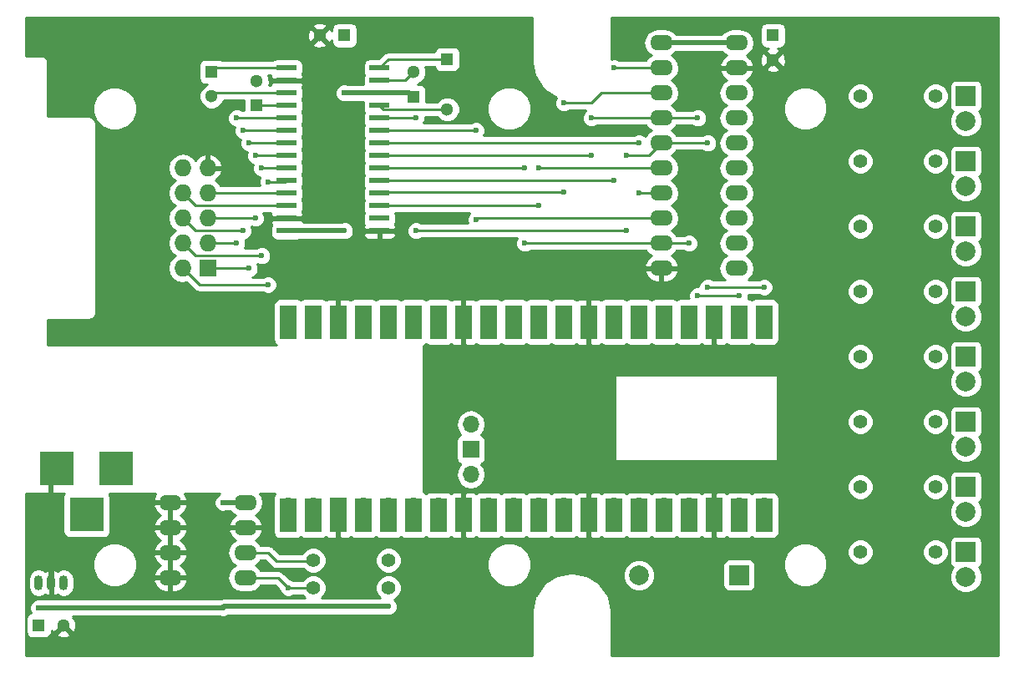
<source format=gtl>
G04 #@! TF.FileFunction,Copper,L1,Top,Signal*
%FSLAX46Y46*%
G04 Gerber Fmt 4.6, Leading zero omitted, Abs format (unit mm)*
G04 Created by KiCad (PCBNEW 4.0.5+dfsg1-4) date Sat Oct 15 20:35:36 2022*
%MOMM*%
%LPD*%
G01*
G04 APERTURE LIST*
%ADD10C,0.150000*%
%ADD11R,1.300000X1.300000*%
%ADD12C,1.300000*%
%ADD13R,3.500120X3.500120*%
%ADD14R,2.000000X2.000000*%
%ADD15C,2.000000*%
%ADD16C,1.998980*%
%ADD17R,1.998980X1.998980*%
%ADD18R,1.727200X1.727200*%
%ADD19O,1.727200X1.727200*%
%ADD20C,1.397000*%
%ADD21R,2.000000X0.600000*%
%ADD22O,2.300000X1.600000*%
%ADD23O,1.700000X1.700000*%
%ADD24R,1.700000X1.700000*%
%ADD25R,1.700000X3.500000*%
%ADD26O,0.899160X1.501140*%
%ADD27C,0.600000*%
%ADD28C,0.254000*%
%ADD29C,0.508000*%
G04 APERTURE END LIST*
D10*
D11*
X129286000Y-82042000D03*
D12*
X129286000Y-84542000D03*
D11*
X133858000Y-85471000D03*
D12*
X133858000Y-82971000D03*
D11*
X149733000Y-84582000D03*
D12*
X149733000Y-82082000D03*
D11*
X142748000Y-78359000D03*
D12*
X140248000Y-78359000D03*
D11*
X186182000Y-78359000D03*
D12*
X186182000Y-80859000D03*
D11*
X153162000Y-80772000D03*
D12*
X153162000Y-85852000D03*
D11*
X111760000Y-138176000D03*
D12*
X114260000Y-138176000D03*
D13*
X119610140Y-122230000D03*
X113610660Y-122230000D03*
X116610400Y-126929000D03*
D14*
X205740000Y-84516000D03*
D15*
X205740000Y-87056000D03*
D14*
X205740000Y-91120000D03*
D15*
X205740000Y-93660000D03*
D14*
X205740000Y-97724000D03*
D15*
X205740000Y-100264000D03*
D14*
X205740000Y-104328000D03*
D15*
X205740000Y-106868000D03*
D14*
X205740000Y-110932000D03*
D15*
X205740000Y-113472000D03*
D14*
X205740000Y-117536000D03*
D15*
X205740000Y-120076000D03*
D14*
X205740000Y-124140000D03*
D15*
X205740000Y-126680000D03*
D14*
X205740000Y-130744000D03*
D15*
X205740000Y-133284000D03*
D16*
X172593000Y-133098540D03*
D17*
X182753000Y-133098540D03*
D18*
X128905000Y-101965000D03*
D19*
X126365000Y-101965000D03*
X128905000Y-99425000D03*
X126365000Y-99425000D03*
X128905000Y-96885000D03*
X126365000Y-96885000D03*
X128905000Y-94345000D03*
X126365000Y-94345000D03*
X128905000Y-91805000D03*
X126365000Y-91805000D03*
D20*
X195045000Y-84516000D03*
X202665000Y-84516000D03*
X195045000Y-91120000D03*
X202665000Y-91120000D03*
X195045000Y-97724000D03*
X202665000Y-97724000D03*
X195045000Y-104328000D03*
X202665000Y-104328000D03*
X195045000Y-110932000D03*
X202665000Y-110932000D03*
X195045000Y-117536000D03*
X202665000Y-117536000D03*
X195045000Y-124140000D03*
X202665000Y-124140000D03*
X195045000Y-130744000D03*
X202665000Y-130744000D03*
X147193000Y-131572000D03*
X139573000Y-131572000D03*
X147193000Y-134366000D03*
X139573000Y-134366000D03*
D21*
X136905000Y-81661000D03*
X136905000Y-82931000D03*
X136905000Y-84201000D03*
X136905000Y-85471000D03*
X136905000Y-86741000D03*
X136905000Y-88011000D03*
X136905000Y-89281000D03*
X136905000Y-90551000D03*
X136905000Y-91821000D03*
X136905000Y-93091000D03*
X136905000Y-94361000D03*
X136905000Y-95631000D03*
X136905000Y-96901000D03*
X136905000Y-98171000D03*
X146305000Y-98171000D03*
X146305000Y-96901000D03*
X146305000Y-95631000D03*
X146305000Y-94361000D03*
X146305000Y-93091000D03*
X146305000Y-91821000D03*
X146305000Y-90551000D03*
X146305000Y-89281000D03*
X146305000Y-88011000D03*
X146305000Y-86741000D03*
X146305000Y-85471000D03*
X146305000Y-84201000D03*
X146305000Y-82931000D03*
X146305000Y-81661000D03*
D22*
X174879000Y-79121000D03*
X174879000Y-81661000D03*
X174879000Y-84201000D03*
X174879000Y-86741000D03*
X174879000Y-89281000D03*
X174879000Y-91821000D03*
X174879000Y-94361000D03*
X174879000Y-96901000D03*
X174879000Y-99441000D03*
X174879000Y-101981000D03*
X182499000Y-101981000D03*
X182499000Y-99441000D03*
X182499000Y-96901000D03*
X182499000Y-94361000D03*
X182499000Y-91821000D03*
X182499000Y-89281000D03*
X182499000Y-86741000D03*
X182499000Y-84201000D03*
X182499000Y-81661000D03*
X182499000Y-79121000D03*
D23*
X185293000Y-108331000D03*
X182753000Y-108331000D03*
D24*
X180213000Y-108331000D03*
D23*
X177673000Y-108331000D03*
X175133000Y-108331000D03*
X172593000Y-108331000D03*
X170053000Y-108331000D03*
D24*
X167513000Y-108331000D03*
D23*
X164973000Y-108331000D03*
X162433000Y-108331000D03*
X159893000Y-108331000D03*
X157353000Y-108331000D03*
D24*
X154813000Y-108331000D03*
D23*
X152273000Y-108331000D03*
X149733000Y-108331000D03*
X147193000Y-108331000D03*
X144653000Y-108331000D03*
D24*
X142113000Y-108331000D03*
D23*
X139573000Y-108331000D03*
X137033000Y-108331000D03*
X137033000Y-126111000D03*
X139573000Y-126111000D03*
D24*
X142113000Y-126111000D03*
D23*
X144653000Y-126111000D03*
X147193000Y-126111000D03*
X149733000Y-126111000D03*
X152273000Y-126111000D03*
D24*
X154813000Y-126111000D03*
D23*
X157353000Y-126111000D03*
X159893000Y-126111000D03*
X162433000Y-126111000D03*
X164973000Y-126111000D03*
D24*
X167513000Y-126111000D03*
D23*
X170053000Y-126111000D03*
X172593000Y-126111000D03*
X175133000Y-126111000D03*
X177673000Y-126111000D03*
D24*
X180213000Y-126111000D03*
D23*
X182753000Y-126111000D03*
X185293000Y-126111000D03*
X155563000Y-117805100D03*
D24*
X155563000Y-120345100D03*
D23*
X155563000Y-122885100D03*
D25*
X185293000Y-107431000D03*
X182753000Y-107431000D03*
X180213000Y-107431000D03*
X177673000Y-107431000D03*
X175133000Y-107431000D03*
X172593000Y-107431000D03*
X170053000Y-107431000D03*
X167513000Y-107431000D03*
X164973000Y-107431000D03*
X162433000Y-107431000D03*
X159893000Y-107431000D03*
X157353000Y-107431000D03*
X154813000Y-107431000D03*
X152273000Y-107431000D03*
X149733000Y-107431000D03*
X147193000Y-107431000D03*
X144653000Y-107431000D03*
X142113000Y-107431000D03*
X139573000Y-107431000D03*
X137033000Y-107431000D03*
X137033000Y-127011000D03*
X139573000Y-127011000D03*
X142113000Y-127011000D03*
X144653000Y-127011000D03*
X147193000Y-127011000D03*
X149733000Y-127011000D03*
X152273000Y-127011000D03*
X154813000Y-127011000D03*
X157353000Y-127011000D03*
X159893000Y-127011000D03*
X162433000Y-127011000D03*
X164973000Y-127011000D03*
X167513000Y-127011000D03*
X170053000Y-127011000D03*
X172593000Y-127011000D03*
X175133000Y-127011000D03*
X177673000Y-127011000D03*
X180213000Y-127011000D03*
X182753000Y-127011000D03*
X185293000Y-127011000D03*
D26*
X113030000Y-133858000D03*
X114300000Y-133858000D03*
X111760000Y-133858000D03*
D22*
X125095000Y-125730000D03*
X125095000Y-128270000D03*
X125095000Y-130810000D03*
X125095000Y-133350000D03*
X132715000Y-133350000D03*
X132715000Y-130810000D03*
X132715000Y-128270000D03*
X132715000Y-125730000D03*
D27*
X111760000Y-136398000D03*
X147193000Y-136271000D03*
X130429000Y-136398000D03*
X130429000Y-125730000D03*
X142748000Y-98171000D03*
X142748000Y-84201000D03*
X133096000Y-101981000D03*
X133096000Y-89281000D03*
X135001000Y-93218000D03*
X135001000Y-103632000D03*
X131826000Y-99441000D03*
X131826000Y-86741000D03*
X134366000Y-100711000D03*
X134366000Y-91821000D03*
X133731000Y-96901000D03*
X133731000Y-90551000D03*
X132461000Y-98171000D03*
X132461000Y-88011000D03*
X137033000Y-134366000D03*
X162433000Y-91821000D03*
X162433000Y-95631000D03*
X164973000Y-85217000D03*
X164973000Y-94234000D03*
X170053000Y-81661000D03*
X170053000Y-93091000D03*
X177673000Y-99441000D03*
X161036000Y-91821000D03*
X161036000Y-99441000D03*
X167767000Y-90551000D03*
X167767000Y-86741000D03*
X178562000Y-86741000D03*
X178562000Y-104775000D03*
X182753000Y-104775000D03*
X172593000Y-94361000D03*
X172593000Y-89281000D03*
X156083000Y-97028000D03*
X156083000Y-88011000D03*
X149987000Y-86741000D03*
X149987000Y-98171000D03*
X171323000Y-98171000D03*
X171323000Y-90551000D03*
X179578000Y-89281000D03*
X179578000Y-103886000D03*
X185293000Y-103886000D03*
D28*
X136905000Y-81661000D02*
X129667000Y-81661000D01*
X129667000Y-81661000D02*
X129286000Y-82042000D01*
X136905000Y-84201000D02*
X129627000Y-84201000D01*
X129627000Y-84201000D02*
X129286000Y-84542000D01*
X136905000Y-85471000D02*
X133858000Y-85471000D01*
D29*
X113030000Y-133858000D02*
X113030000Y-122810660D01*
X113030000Y-122810660D02*
X113610660Y-122230000D01*
X130429000Y-136398000D02*
X111760000Y-136398000D01*
X146305000Y-84201000D02*
X149352000Y-84201000D01*
X149352000Y-84201000D02*
X149733000Y-84582000D01*
X132715000Y-125730000D02*
X130429000Y-125730000D01*
X130556000Y-136271000D02*
X147193000Y-136271000D01*
X130429000Y-136398000D02*
X130556000Y-136271000D01*
X142748000Y-98171000D02*
X136905000Y-98171000D01*
X146305000Y-84201000D02*
X142748000Y-84201000D01*
D28*
X148884000Y-82931000D02*
X146305000Y-82931000D01*
X149733000Y-82082000D02*
X148884000Y-82931000D01*
D29*
X182499000Y-79121000D02*
X174879000Y-79121000D01*
D28*
X147194000Y-80772000D02*
X153162000Y-80772000D01*
X146305000Y-81661000D02*
X147194000Y-80772000D01*
X146305000Y-85471000D02*
X146686000Y-85852000D01*
X146686000Y-85852000D02*
X153162000Y-85852000D01*
X136905000Y-89281000D02*
X133096000Y-89281000D01*
X133096000Y-101981000D02*
X128921000Y-101981000D01*
X128921000Y-101981000D02*
X128905000Y-101965000D01*
X136905000Y-93091000D02*
X136778000Y-93218000D01*
X136778000Y-93218000D02*
X135001000Y-93218000D01*
X135001000Y-103632000D02*
X128032000Y-103632000D01*
X128032000Y-103632000D02*
X126365000Y-101965000D01*
X136905000Y-86741000D02*
X131826000Y-86741000D01*
X131826000Y-99441000D02*
X128921000Y-99441000D01*
X128921000Y-99441000D02*
X128905000Y-99425000D01*
X136905000Y-91821000D02*
X134366000Y-91821000D01*
X127651000Y-100711000D02*
X126365000Y-99425000D01*
X134366000Y-100711000D02*
X127651000Y-100711000D01*
X136905000Y-90551000D02*
X133731000Y-90551000D01*
X133731000Y-96901000D02*
X128921000Y-96901000D01*
X128921000Y-96901000D02*
X128905000Y-96885000D01*
X128921000Y-96901000D02*
X128905000Y-96885000D01*
X136905000Y-88011000D02*
X132461000Y-88011000D01*
X127651000Y-98171000D02*
X126365000Y-96885000D01*
X132461000Y-98171000D02*
X127651000Y-98171000D01*
X128905000Y-94345000D02*
X128921000Y-94361000D01*
X128921000Y-94361000D02*
X136905000Y-94361000D01*
X126365000Y-94345000D02*
X127651000Y-95631000D01*
X127651000Y-95631000D02*
X136905000Y-95631000D01*
X139573000Y-131572000D02*
X139446000Y-131699000D01*
X139446000Y-131699000D02*
X135890000Y-131699000D01*
X135001000Y-130810000D02*
X132715000Y-130810000D01*
X135890000Y-131699000D02*
X135001000Y-130810000D01*
X137033000Y-134366000D02*
X136017000Y-133350000D01*
X136017000Y-133350000D02*
X132715000Y-133350000D01*
X137033000Y-134366000D02*
X139573000Y-134366000D01*
X162433000Y-91821000D02*
X174879000Y-91821000D01*
X146305000Y-95631000D02*
X162433000Y-95631000D01*
X168783000Y-84201000D02*
X174879000Y-84201000D01*
X167767000Y-85217000D02*
X168783000Y-84201000D01*
X164973000Y-85217000D02*
X167767000Y-85217000D01*
X146305000Y-94361000D02*
X146432000Y-94234000D01*
X146432000Y-94234000D02*
X164973000Y-94234000D01*
X170053000Y-81661000D02*
X174879000Y-81661000D01*
X146305000Y-93091000D02*
X170053000Y-93091000D01*
X177673000Y-99441000D02*
X174879000Y-99441000D01*
X174879000Y-99441000D02*
X161036000Y-99441000D01*
X161036000Y-91821000D02*
X146305000Y-91821000D01*
X174879000Y-86741000D02*
X167767000Y-86741000D01*
X167767000Y-90551000D02*
X146305000Y-90551000D01*
X178562000Y-86741000D02*
X174879000Y-86741000D01*
X182753000Y-104775000D02*
X178562000Y-104775000D01*
X146305000Y-89281000D02*
X172593000Y-89281000D01*
X172593000Y-94361000D02*
X174879000Y-94361000D01*
X146305000Y-88011000D02*
X156083000Y-88011000D01*
X156210000Y-96901000D02*
X174879000Y-96901000D01*
X156083000Y-97028000D02*
X156210000Y-96901000D01*
X174879000Y-89281000D02*
X173609000Y-90551000D01*
X149987000Y-86741000D02*
X146305000Y-86741000D01*
X171323000Y-98171000D02*
X149987000Y-98171000D01*
X173609000Y-90551000D02*
X171323000Y-90551000D01*
X179578000Y-89281000D02*
X174879000Y-89281000D01*
X185293000Y-103886000D02*
X179578000Y-103886000D01*
G36*
X161775000Y-80975000D02*
X161788642Y-81043584D01*
X161788642Y-81113514D01*
X162040981Y-82382110D01*
X162070808Y-82454117D01*
X162146996Y-82638051D01*
X162865598Y-83713514D01*
X163061486Y-83909402D01*
X164136949Y-84628004D01*
X164209483Y-84658048D01*
X164180808Y-84686673D01*
X164038162Y-85030201D01*
X164037838Y-85402167D01*
X164179883Y-85745943D01*
X164442673Y-86009192D01*
X164786201Y-86151838D01*
X165158167Y-86152162D01*
X165501943Y-86010117D01*
X165533114Y-85979000D01*
X167206886Y-85979000D01*
X166974808Y-86210673D01*
X166832162Y-86554201D01*
X166831838Y-86926167D01*
X166973883Y-87269943D01*
X167236673Y-87533192D01*
X167580201Y-87675838D01*
X167952167Y-87676162D01*
X168295943Y-87534117D01*
X168327114Y-87503000D01*
X173310484Y-87503000D01*
X173479332Y-87755698D01*
X173861418Y-88011000D01*
X173479332Y-88266302D01*
X173247526Y-88613224D01*
X173123327Y-88488808D01*
X172779799Y-88346162D01*
X172407833Y-88345838D01*
X172064057Y-88487883D01*
X172032886Y-88519000D01*
X156884463Y-88519000D01*
X157017838Y-88197799D01*
X157018162Y-87825833D01*
X156876117Y-87482057D01*
X156613327Y-87218808D01*
X156269799Y-87076162D01*
X155897833Y-87075838D01*
X155554057Y-87217883D01*
X155522886Y-87249000D01*
X150788463Y-87249000D01*
X150921838Y-86927799D01*
X150922111Y-86614000D01*
X152106991Y-86614000D01*
X152433155Y-86940735D01*
X152905276Y-87136777D01*
X153416481Y-87137223D01*
X153888943Y-86942005D01*
X154250735Y-86580845D01*
X154403635Y-86212619D01*
X157214613Y-86212619D01*
X157554155Y-87034372D01*
X158182321Y-87663636D01*
X159003481Y-88004611D01*
X159892619Y-88005387D01*
X160714372Y-87665845D01*
X161343636Y-87037679D01*
X161684611Y-86216519D01*
X161685387Y-85327381D01*
X161345845Y-84505628D01*
X160717679Y-83876364D01*
X159896519Y-83535389D01*
X159007381Y-83534613D01*
X158185628Y-83874155D01*
X157556364Y-84502321D01*
X157215389Y-85323481D01*
X157214613Y-86212619D01*
X154403635Y-86212619D01*
X154446777Y-86108724D01*
X154447223Y-85597519D01*
X154252005Y-85125057D01*
X153890845Y-84763265D01*
X153418724Y-84567223D01*
X152907519Y-84566777D01*
X152435057Y-84761995D01*
X152106478Y-85090000D01*
X151030440Y-85090000D01*
X151030440Y-83932000D01*
X150986162Y-83696683D01*
X150847090Y-83480559D01*
X150634890Y-83335569D01*
X150383000Y-83284560D01*
X150187540Y-83284560D01*
X150459943Y-83172005D01*
X150821735Y-82810845D01*
X151017777Y-82338724D01*
X151018223Y-81827519D01*
X150896943Y-81534000D01*
X151885634Y-81534000D01*
X151908838Y-81657317D01*
X152047910Y-81873441D01*
X152260110Y-82018431D01*
X152512000Y-82069440D01*
X153812000Y-82069440D01*
X154047317Y-82025162D01*
X154263441Y-81886090D01*
X154408431Y-81673890D01*
X154459440Y-81422000D01*
X154459440Y-80122000D01*
X154415162Y-79886683D01*
X154276090Y-79670559D01*
X154063890Y-79525569D01*
X153812000Y-79474560D01*
X152512000Y-79474560D01*
X152276683Y-79518838D01*
X152060559Y-79657910D01*
X151915569Y-79870110D01*
X151887241Y-80010000D01*
X147194000Y-80010000D01*
X146902395Y-80068004D01*
X146711927Y-80195271D01*
X146655185Y-80233185D01*
X146174810Y-80713560D01*
X145305000Y-80713560D01*
X145069683Y-80757838D01*
X144853559Y-80896910D01*
X144708569Y-81109110D01*
X144657560Y-81361000D01*
X144657560Y-81961000D01*
X144701838Y-82196317D01*
X144765678Y-82295528D01*
X144708569Y-82379110D01*
X144657560Y-82631000D01*
X144657560Y-83231000D01*
X144672801Y-83312000D01*
X143045189Y-83312000D01*
X142934799Y-83266162D01*
X142562833Y-83265838D01*
X142219057Y-83407883D01*
X141955808Y-83670673D01*
X141813162Y-84014201D01*
X141812838Y-84386167D01*
X141954883Y-84729943D01*
X142217673Y-84993192D01*
X142561201Y-85135838D01*
X142933167Y-85136162D01*
X143044888Y-85090000D01*
X144673963Y-85090000D01*
X144657560Y-85171000D01*
X144657560Y-85771000D01*
X144701838Y-86006317D01*
X144765678Y-86105528D01*
X144708569Y-86189110D01*
X144657560Y-86441000D01*
X144657560Y-87041000D01*
X144701838Y-87276317D01*
X144765678Y-87375528D01*
X144708569Y-87459110D01*
X144657560Y-87711000D01*
X144657560Y-88311000D01*
X144701838Y-88546317D01*
X144765678Y-88645528D01*
X144708569Y-88729110D01*
X144657560Y-88981000D01*
X144657560Y-89581000D01*
X144701838Y-89816317D01*
X144765678Y-89915528D01*
X144708569Y-89999110D01*
X144657560Y-90251000D01*
X144657560Y-90851000D01*
X144701838Y-91086317D01*
X144765678Y-91185528D01*
X144708569Y-91269110D01*
X144657560Y-91521000D01*
X144657560Y-92121000D01*
X144701838Y-92356317D01*
X144765678Y-92455528D01*
X144708569Y-92539110D01*
X144657560Y-92791000D01*
X144657560Y-93391000D01*
X144701838Y-93626317D01*
X144765678Y-93725528D01*
X144708569Y-93809110D01*
X144657560Y-94061000D01*
X144657560Y-94661000D01*
X144701838Y-94896317D01*
X144765678Y-94995528D01*
X144708569Y-95079110D01*
X144657560Y-95331000D01*
X144657560Y-95931000D01*
X144701838Y-96166317D01*
X144765678Y-96265528D01*
X144708569Y-96349110D01*
X144657560Y-96601000D01*
X144657560Y-97201000D01*
X144701838Y-97436317D01*
X144760178Y-97526980D01*
X144670000Y-97744690D01*
X144670000Y-97885250D01*
X144828750Y-98044000D01*
X146178000Y-98044000D01*
X146178000Y-98024000D01*
X146432000Y-98024000D01*
X146432000Y-98044000D01*
X147781250Y-98044000D01*
X147940000Y-97885250D01*
X147940000Y-97744690D01*
X147850194Y-97527878D01*
X147901431Y-97452890D01*
X147952440Y-97201000D01*
X147952440Y-96601000D01*
X147913302Y-96393000D01*
X155395664Y-96393000D01*
X155290808Y-96497673D01*
X155148162Y-96841201D01*
X155147838Y-97213167D01*
X155228754Y-97409000D01*
X150547466Y-97409000D01*
X150517327Y-97378808D01*
X150173799Y-97236162D01*
X149801833Y-97235838D01*
X149458057Y-97377883D01*
X149194808Y-97640673D01*
X149052162Y-97984201D01*
X149051838Y-98356167D01*
X149193883Y-98699943D01*
X149456673Y-98963192D01*
X149800201Y-99105838D01*
X150172167Y-99106162D01*
X150515943Y-98964117D01*
X150547114Y-98933000D01*
X160234537Y-98933000D01*
X160101162Y-99254201D01*
X160100838Y-99626167D01*
X160242883Y-99969943D01*
X160505673Y-100233192D01*
X160849201Y-100375838D01*
X161221167Y-100376162D01*
X161564943Y-100234117D01*
X161596114Y-100203000D01*
X173310484Y-100203000D01*
X173479332Y-100455698D01*
X173857151Y-100708149D01*
X173424500Y-101056104D01*
X173154633Y-101549181D01*
X173137096Y-101631961D01*
X173259085Y-101854000D01*
X174752000Y-101854000D01*
X174752000Y-101834000D01*
X175006000Y-101834000D01*
X175006000Y-101854000D01*
X176498915Y-101854000D01*
X176620904Y-101631961D01*
X176603367Y-101549181D01*
X176333500Y-101056104D01*
X175900849Y-100708149D01*
X176278668Y-100455698D01*
X176447516Y-100203000D01*
X177112534Y-100203000D01*
X177142673Y-100233192D01*
X177486201Y-100375838D01*
X177858167Y-100376162D01*
X178201943Y-100234117D01*
X178465192Y-99971327D01*
X178607838Y-99627799D01*
X178608162Y-99255833D01*
X178466117Y-98912057D01*
X178203327Y-98648808D01*
X177859799Y-98506162D01*
X177487833Y-98505838D01*
X177144057Y-98647883D01*
X177112886Y-98679000D01*
X176447516Y-98679000D01*
X176278668Y-98426302D01*
X175896582Y-98171000D01*
X176278668Y-97915698D01*
X176589737Y-97450151D01*
X176698970Y-96901000D01*
X176589737Y-96351849D01*
X176278668Y-95886302D01*
X175896582Y-95631000D01*
X176278668Y-95375698D01*
X176589737Y-94910151D01*
X176698970Y-94361000D01*
X176589737Y-93811849D01*
X176278668Y-93346302D01*
X175896582Y-93091000D01*
X176278668Y-92835698D01*
X176589737Y-92370151D01*
X176698970Y-91821000D01*
X176589737Y-91271849D01*
X176278668Y-90806302D01*
X175896582Y-90551000D01*
X176278668Y-90295698D01*
X176447516Y-90043000D01*
X179017534Y-90043000D01*
X179047673Y-90073192D01*
X179391201Y-90215838D01*
X179763167Y-90216162D01*
X180106943Y-90074117D01*
X180370192Y-89811327D01*
X180512838Y-89467799D01*
X180513162Y-89095833D01*
X180371117Y-88752057D01*
X180108327Y-88488808D01*
X179764799Y-88346162D01*
X179392833Y-88345838D01*
X179049057Y-88487883D01*
X179017886Y-88519000D01*
X176447516Y-88519000D01*
X176278668Y-88266302D01*
X175896582Y-88011000D01*
X176278668Y-87755698D01*
X176447516Y-87503000D01*
X178001534Y-87503000D01*
X178031673Y-87533192D01*
X178375201Y-87675838D01*
X178747167Y-87676162D01*
X179090943Y-87534117D01*
X179354192Y-87271327D01*
X179496838Y-86927799D01*
X179497162Y-86555833D01*
X179355117Y-86212057D01*
X179092327Y-85948808D01*
X178748799Y-85806162D01*
X178376833Y-85805838D01*
X178033057Y-85947883D01*
X178001886Y-85979000D01*
X176447516Y-85979000D01*
X176278668Y-85726302D01*
X175896582Y-85471000D01*
X176278668Y-85215698D01*
X176589737Y-84750151D01*
X176698970Y-84201000D01*
X176589737Y-83651849D01*
X176278668Y-83186302D01*
X175896582Y-82931000D01*
X176278668Y-82675698D01*
X176589737Y-82210151D01*
X176679672Y-81758016D01*
X185462590Y-81758016D01*
X185518271Y-81988611D01*
X186001078Y-82156622D01*
X186511428Y-82127083D01*
X186845729Y-81988611D01*
X186901410Y-81758016D01*
X186182000Y-81038605D01*
X185462590Y-81758016D01*
X176679672Y-81758016D01*
X176698970Y-81661000D01*
X176589737Y-81111849D01*
X176278668Y-80646302D01*
X175896582Y-80391000D01*
X176278668Y-80135698D01*
X176362657Y-80010000D01*
X181015343Y-80010000D01*
X181099332Y-80135698D01*
X181477151Y-80388149D01*
X181044500Y-80736104D01*
X180774633Y-81229181D01*
X180757096Y-81311961D01*
X180879085Y-81534000D01*
X182372000Y-81534000D01*
X182372000Y-81514000D01*
X182626000Y-81514000D01*
X182626000Y-81534000D01*
X184118915Y-81534000D01*
X184240904Y-81311961D01*
X184223367Y-81229181D01*
X183953500Y-80736104D01*
X183881350Y-80678078D01*
X184884378Y-80678078D01*
X184913917Y-81188428D01*
X185052389Y-81522729D01*
X185282984Y-81578410D01*
X186002395Y-80859000D01*
X186361605Y-80859000D01*
X187081016Y-81578410D01*
X187311611Y-81522729D01*
X187479622Y-81039922D01*
X187450083Y-80529572D01*
X187311611Y-80195271D01*
X187081016Y-80139590D01*
X186361605Y-80859000D01*
X186002395Y-80859000D01*
X185282984Y-80139590D01*
X185052389Y-80195271D01*
X184884378Y-80678078D01*
X183881350Y-80678078D01*
X183520849Y-80388149D01*
X183898668Y-80135698D01*
X184209737Y-79670151D01*
X184318970Y-79121000D01*
X184209737Y-78571849D01*
X183898668Y-78106302D01*
X183433121Y-77795233D01*
X182999599Y-77709000D01*
X184884560Y-77709000D01*
X184884560Y-79009000D01*
X184928838Y-79244317D01*
X185067910Y-79460441D01*
X185280110Y-79605431D01*
X185532000Y-79656440D01*
X185694385Y-79656440D01*
X185518271Y-79729389D01*
X185462590Y-79959984D01*
X186182000Y-80679395D01*
X186901410Y-79959984D01*
X186845729Y-79729389D01*
X186636098Y-79656440D01*
X186832000Y-79656440D01*
X187067317Y-79612162D01*
X187283441Y-79473090D01*
X187428431Y-79260890D01*
X187479440Y-79009000D01*
X187479440Y-77709000D01*
X187435162Y-77473683D01*
X187296090Y-77257559D01*
X187083890Y-77112569D01*
X186832000Y-77061560D01*
X185532000Y-77061560D01*
X185296683Y-77105838D01*
X185080559Y-77244910D01*
X184935569Y-77457110D01*
X184884560Y-77709000D01*
X182999599Y-77709000D01*
X182883970Y-77686000D01*
X182114030Y-77686000D01*
X181564879Y-77795233D01*
X181099332Y-78106302D01*
X181015343Y-78232000D01*
X176362657Y-78232000D01*
X176278668Y-78106302D01*
X175813121Y-77795233D01*
X175263970Y-77686000D01*
X174494030Y-77686000D01*
X173944879Y-77795233D01*
X173479332Y-78106302D01*
X173168263Y-78571849D01*
X173059030Y-79121000D01*
X173168263Y-79670151D01*
X173479332Y-80135698D01*
X173861418Y-80391000D01*
X173479332Y-80646302D01*
X173310484Y-80899000D01*
X170613466Y-80899000D01*
X170583327Y-80868808D01*
X170239799Y-80726162D01*
X169867833Y-80725838D01*
X169825000Y-80743536D01*
X169825000Y-76540000D01*
X209010000Y-76540000D01*
X209010000Y-141260000D01*
X169825000Y-141260000D01*
X169825000Y-136825000D01*
X169811358Y-136756416D01*
X169811358Y-136686486D01*
X169559019Y-135417890D01*
X169459362Y-135177299D01*
X169453004Y-135161949D01*
X168734402Y-134086486D01*
X168538514Y-133890598D01*
X167837559Y-133422234D01*
X170958226Y-133422234D01*
X171206538Y-134023195D01*
X171665927Y-134483386D01*
X172266453Y-134732746D01*
X172916694Y-134733314D01*
X173517655Y-134485002D01*
X173977846Y-134025613D01*
X174227206Y-133425087D01*
X174227774Y-132774846D01*
X173979462Y-132173885D01*
X173904758Y-132099050D01*
X181106070Y-132099050D01*
X181106070Y-134098030D01*
X181150348Y-134333347D01*
X181289420Y-134549471D01*
X181501620Y-134694461D01*
X181753510Y-134745470D01*
X183752490Y-134745470D01*
X183987807Y-134701192D01*
X184203931Y-134562120D01*
X184348921Y-134349920D01*
X184399930Y-134098030D01*
X184399930Y-132462619D01*
X187214613Y-132462619D01*
X187554155Y-133284372D01*
X188182321Y-133913636D01*
X189003481Y-134254611D01*
X189892619Y-134255387D01*
X190714372Y-133915845D01*
X191343636Y-133287679D01*
X191684611Y-132466519D01*
X191685387Y-131577381D01*
X191450159Y-131008086D01*
X193711269Y-131008086D01*
X193913854Y-131498380D01*
X194288647Y-131873827D01*
X194778587Y-132077268D01*
X195309086Y-132077731D01*
X195799380Y-131875146D01*
X196174827Y-131500353D01*
X196378268Y-131010413D01*
X196378270Y-131008086D01*
X201331269Y-131008086D01*
X201533854Y-131498380D01*
X201908647Y-131873827D01*
X202398587Y-132077268D01*
X202929086Y-132077731D01*
X203419380Y-131875146D01*
X203794827Y-131500353D01*
X203998268Y-131010413D01*
X203998731Y-130479914D01*
X203796146Y-129989620D01*
X203550954Y-129744000D01*
X204092560Y-129744000D01*
X204092560Y-131744000D01*
X204136838Y-131979317D01*
X204275910Y-132195441D01*
X204418561Y-132292910D01*
X204354722Y-132356637D01*
X204105284Y-132957352D01*
X204104716Y-133607795D01*
X204353106Y-134208943D01*
X204812637Y-134669278D01*
X205413352Y-134918716D01*
X206063795Y-134919284D01*
X206664943Y-134670894D01*
X207125278Y-134211363D01*
X207374716Y-133610648D01*
X207375284Y-132960205D01*
X207126894Y-132359057D01*
X207060379Y-132292426D01*
X207191441Y-132208090D01*
X207336431Y-131995890D01*
X207387440Y-131744000D01*
X207387440Y-129744000D01*
X207343162Y-129508683D01*
X207204090Y-129292559D01*
X206991890Y-129147569D01*
X206740000Y-129096560D01*
X204740000Y-129096560D01*
X204504683Y-129140838D01*
X204288559Y-129279910D01*
X204143569Y-129492110D01*
X204092560Y-129744000D01*
X203550954Y-129744000D01*
X203421353Y-129614173D01*
X202931413Y-129410732D01*
X202400914Y-129410269D01*
X201910620Y-129612854D01*
X201535173Y-129987647D01*
X201331732Y-130477587D01*
X201331269Y-131008086D01*
X196378270Y-131008086D01*
X196378731Y-130479914D01*
X196176146Y-129989620D01*
X195801353Y-129614173D01*
X195311413Y-129410732D01*
X194780914Y-129410269D01*
X194290620Y-129612854D01*
X193915173Y-129987647D01*
X193711732Y-130477587D01*
X193711269Y-131008086D01*
X191450159Y-131008086D01*
X191345845Y-130755628D01*
X190717679Y-130126364D01*
X189896519Y-129785389D01*
X189007381Y-129784613D01*
X188185628Y-130124155D01*
X187556364Y-130752321D01*
X187215389Y-131573481D01*
X187214613Y-132462619D01*
X184399930Y-132462619D01*
X184399930Y-132099050D01*
X184355652Y-131863733D01*
X184216580Y-131647609D01*
X184004380Y-131502619D01*
X183752490Y-131451610D01*
X181753510Y-131451610D01*
X181518193Y-131495888D01*
X181302069Y-131634960D01*
X181157079Y-131847160D01*
X181106070Y-132099050D01*
X173904758Y-132099050D01*
X173520073Y-131713694D01*
X172919547Y-131464334D01*
X172269306Y-131463766D01*
X171668345Y-131712078D01*
X171208154Y-132171467D01*
X170958794Y-132771993D01*
X170958226Y-133422234D01*
X167837559Y-133422234D01*
X167463051Y-133171996D01*
X167388087Y-133140945D01*
X167207110Y-133065981D01*
X165938514Y-132813642D01*
X165800000Y-132813643D01*
X165661486Y-132813642D01*
X164392890Y-133065981D01*
X164211913Y-133140945D01*
X164136949Y-133171996D01*
X163061486Y-133890598D01*
X162865598Y-134086486D01*
X162146996Y-135161949D01*
X162140638Y-135177299D01*
X162040981Y-135417890D01*
X161788642Y-136686486D01*
X161788642Y-136756416D01*
X161775000Y-136825000D01*
X161775000Y-141260000D01*
X110430000Y-141260000D01*
X110430000Y-137526000D01*
X110462560Y-137526000D01*
X110462560Y-138826000D01*
X110506838Y-139061317D01*
X110645910Y-139277441D01*
X110858110Y-139422431D01*
X111110000Y-139473440D01*
X112410000Y-139473440D01*
X112645317Y-139429162D01*
X112861441Y-139290090D01*
X113006431Y-139077890D01*
X113007012Y-139075016D01*
X113540590Y-139075016D01*
X113596271Y-139305611D01*
X114079078Y-139473622D01*
X114589428Y-139444083D01*
X114923729Y-139305611D01*
X114979410Y-139075016D01*
X114260000Y-138355605D01*
X113540590Y-139075016D01*
X113007012Y-139075016D01*
X113057440Y-138826000D01*
X113057440Y-138663615D01*
X113130389Y-138839729D01*
X113360984Y-138895410D01*
X114080395Y-138176000D01*
X114066252Y-138161858D01*
X114245858Y-137982252D01*
X114260000Y-137996395D01*
X114274142Y-137982252D01*
X114453748Y-138161858D01*
X114439605Y-138176000D01*
X115159016Y-138895410D01*
X115389611Y-138839729D01*
X115557622Y-138356922D01*
X115528083Y-137846572D01*
X115389611Y-137512271D01*
X115159018Y-137456590D01*
X115274478Y-137341130D01*
X115220348Y-137287000D01*
X130131811Y-137287000D01*
X130242201Y-137332838D01*
X130614167Y-137333162D01*
X130957943Y-137191117D01*
X130989114Y-137160000D01*
X146895811Y-137160000D01*
X147006201Y-137205838D01*
X147378167Y-137206162D01*
X147721943Y-137064117D01*
X147985192Y-136801327D01*
X148127838Y-136457799D01*
X148128162Y-136085833D01*
X147986117Y-135742057D01*
X147801715Y-135557333D01*
X147947380Y-135497146D01*
X148322827Y-135122353D01*
X148526268Y-134632413D01*
X148526731Y-134101914D01*
X148324146Y-133611620D01*
X147949353Y-133236173D01*
X147459413Y-133032732D01*
X146928914Y-133032269D01*
X146438620Y-133234854D01*
X146063173Y-133609647D01*
X145859732Y-134099587D01*
X145859269Y-134630086D01*
X146061854Y-135120380D01*
X146323018Y-135382000D01*
X140442727Y-135382000D01*
X140702827Y-135122353D01*
X140906268Y-134632413D01*
X140906731Y-134101914D01*
X140704146Y-133611620D01*
X140329353Y-133236173D01*
X139839413Y-133032732D01*
X139308914Y-133032269D01*
X138818620Y-133234854D01*
X138448830Y-133604000D01*
X137593466Y-133604000D01*
X137563327Y-133573808D01*
X137219799Y-133431162D01*
X137175754Y-133431124D01*
X136555815Y-132811185D01*
X136483628Y-132762951D01*
X136308605Y-132646004D01*
X136017000Y-132588000D01*
X134283516Y-132588000D01*
X134114668Y-132335302D01*
X133732582Y-132080000D01*
X134114668Y-131824698D01*
X134283516Y-131572000D01*
X134685370Y-131572000D01*
X135351185Y-132237815D01*
X135598395Y-132402996D01*
X135890000Y-132461000D01*
X138576240Y-132461000D01*
X138816647Y-132701827D01*
X139306587Y-132905268D01*
X139837086Y-132905731D01*
X140327380Y-132703146D01*
X140702827Y-132328353D01*
X140906268Y-131838413D01*
X140906270Y-131836086D01*
X145859269Y-131836086D01*
X146061854Y-132326380D01*
X146436647Y-132701827D01*
X146926587Y-132905268D01*
X147457086Y-132905731D01*
X147947380Y-132703146D01*
X148188326Y-132462619D01*
X157214613Y-132462619D01*
X157554155Y-133284372D01*
X158182321Y-133913636D01*
X159003481Y-134254611D01*
X159892619Y-134255387D01*
X160714372Y-133915845D01*
X161343636Y-133287679D01*
X161684611Y-132466519D01*
X161685387Y-131577381D01*
X161345845Y-130755628D01*
X160717679Y-130126364D01*
X159896519Y-129785389D01*
X159007381Y-129784613D01*
X158185628Y-130124155D01*
X157556364Y-130752321D01*
X157215389Y-131573481D01*
X157214613Y-132462619D01*
X148188326Y-132462619D01*
X148322827Y-132328353D01*
X148526268Y-131838413D01*
X148526731Y-131307914D01*
X148324146Y-130817620D01*
X147949353Y-130442173D01*
X147459413Y-130238732D01*
X146928914Y-130238269D01*
X146438620Y-130440854D01*
X146063173Y-130815647D01*
X145859732Y-131305587D01*
X145859269Y-131836086D01*
X140906270Y-131836086D01*
X140906731Y-131307914D01*
X140704146Y-130817620D01*
X140329353Y-130442173D01*
X139839413Y-130238732D01*
X139308914Y-130238269D01*
X138818620Y-130440854D01*
X138443173Y-130815647D01*
X138392783Y-130937000D01*
X136205630Y-130937000D01*
X135539815Y-130271185D01*
X135490553Y-130238269D01*
X135292605Y-130106004D01*
X135001000Y-130048000D01*
X134283516Y-130048000D01*
X134114668Y-129795302D01*
X133736849Y-129542851D01*
X134169500Y-129194896D01*
X134439367Y-128701819D01*
X134456904Y-128619039D01*
X134334915Y-128397000D01*
X132842000Y-128397000D01*
X132842000Y-128417000D01*
X132588000Y-128417000D01*
X132588000Y-128397000D01*
X131095085Y-128397000D01*
X130973096Y-128619039D01*
X130990633Y-128701819D01*
X131260500Y-129194896D01*
X131693151Y-129542851D01*
X131315332Y-129795302D01*
X131004263Y-130260849D01*
X130895030Y-130810000D01*
X131004263Y-131359151D01*
X131315332Y-131824698D01*
X131697418Y-132080000D01*
X131315332Y-132335302D01*
X131004263Y-132800849D01*
X130895030Y-133350000D01*
X131004263Y-133899151D01*
X131315332Y-134364698D01*
X131780879Y-134675767D01*
X132330030Y-134785000D01*
X133099970Y-134785000D01*
X133649121Y-134675767D01*
X134114668Y-134364698D01*
X134283516Y-134112000D01*
X135701370Y-134112000D01*
X136097875Y-134508505D01*
X136097838Y-134551167D01*
X136239883Y-134894943D01*
X136502673Y-135158192D01*
X136846201Y-135300838D01*
X137218167Y-135301162D01*
X137561943Y-135159117D01*
X137593114Y-135128000D01*
X138449461Y-135128000D01*
X138703018Y-135382000D01*
X130556000Y-135382000D01*
X130215794Y-135449671D01*
X130127002Y-135509000D01*
X112057189Y-135509000D01*
X111946799Y-135463162D01*
X111574833Y-135462838D01*
X111231057Y-135604883D01*
X110967808Y-135867673D01*
X110825162Y-136211201D01*
X110824838Y-136583167D01*
X110958658Y-136907037D01*
X110874683Y-136922838D01*
X110658559Y-137061910D01*
X110513569Y-137274110D01*
X110462560Y-137526000D01*
X110430000Y-137526000D01*
X110430000Y-133529865D01*
X110675420Y-133529865D01*
X110675420Y-134186135D01*
X110757979Y-134601186D01*
X110993086Y-134953049D01*
X111344949Y-135188156D01*
X111760000Y-135270715D01*
X112175051Y-135188156D01*
X112399238Y-135038359D01*
X112736065Y-135202981D01*
X112903000Y-135076068D01*
X112903000Y-133985000D01*
X112883000Y-133985000D01*
X112883000Y-133731000D01*
X112903000Y-133731000D01*
X112903000Y-132639932D01*
X113157000Y-132639932D01*
X113157000Y-133731000D01*
X113177000Y-133731000D01*
X113177000Y-133985000D01*
X113157000Y-133985000D01*
X113157000Y-135076068D01*
X113323935Y-135202981D01*
X113660762Y-135038359D01*
X113884949Y-135188156D01*
X114300000Y-135270715D01*
X114715051Y-135188156D01*
X115066914Y-134953049D01*
X115302021Y-134601186D01*
X115384580Y-134186135D01*
X115384580Y-133529865D01*
X115302021Y-133114814D01*
X115066914Y-132762951D01*
X114715051Y-132527844D01*
X114387144Y-132462619D01*
X117214613Y-132462619D01*
X117554155Y-133284372D01*
X118182321Y-133913636D01*
X119003481Y-134254611D01*
X119892619Y-134255387D01*
X120714372Y-133915845D01*
X120931556Y-133699039D01*
X123353096Y-133699039D01*
X123370633Y-133781819D01*
X123640500Y-134274896D01*
X124078517Y-134627166D01*
X124618000Y-134785000D01*
X124968000Y-134785000D01*
X124968000Y-133477000D01*
X125222000Y-133477000D01*
X125222000Y-134785000D01*
X125572000Y-134785000D01*
X126111483Y-134627166D01*
X126549500Y-134274896D01*
X126819367Y-133781819D01*
X126836904Y-133699039D01*
X126714915Y-133477000D01*
X125222000Y-133477000D01*
X124968000Y-133477000D01*
X123475085Y-133477000D01*
X123353096Y-133699039D01*
X120931556Y-133699039D01*
X121343636Y-133287679D01*
X121684611Y-132466519D01*
X121685387Y-131577381D01*
X121512532Y-131159039D01*
X123353096Y-131159039D01*
X123370633Y-131241819D01*
X123640500Y-131734896D01*
X124069607Y-132080000D01*
X123640500Y-132425104D01*
X123370633Y-132918181D01*
X123353096Y-133000961D01*
X123475085Y-133223000D01*
X124968000Y-133223000D01*
X124968000Y-130937000D01*
X125222000Y-130937000D01*
X125222000Y-133223000D01*
X126714915Y-133223000D01*
X126836904Y-133000961D01*
X126819367Y-132918181D01*
X126549500Y-132425104D01*
X126120393Y-132080000D01*
X126549500Y-131734896D01*
X126819367Y-131241819D01*
X126836904Y-131159039D01*
X126714915Y-130937000D01*
X125222000Y-130937000D01*
X124968000Y-130937000D01*
X123475085Y-130937000D01*
X123353096Y-131159039D01*
X121512532Y-131159039D01*
X121345845Y-130755628D01*
X120717679Y-130126364D01*
X119896519Y-129785389D01*
X119007381Y-129784613D01*
X118185628Y-130124155D01*
X117556364Y-130752321D01*
X117215389Y-131573481D01*
X117214613Y-132462619D01*
X114387144Y-132462619D01*
X114300000Y-132445285D01*
X113884949Y-132527844D01*
X113660762Y-132677641D01*
X113323935Y-132513019D01*
X113157000Y-132639932D01*
X112903000Y-132639932D01*
X112736065Y-132513019D01*
X112399238Y-132677641D01*
X112175051Y-132527844D01*
X111760000Y-132445285D01*
X111344949Y-132527844D01*
X110993086Y-132762951D01*
X110757979Y-133114814D01*
X110675420Y-133529865D01*
X110430000Y-133529865D01*
X110430000Y-124841000D01*
X114322704Y-124841000D01*
X114263909Y-124927050D01*
X114212900Y-125178940D01*
X114212900Y-128679060D01*
X114257178Y-128914377D01*
X114396250Y-129130501D01*
X114608450Y-129275491D01*
X114860340Y-129326500D01*
X118360460Y-129326500D01*
X118595777Y-129282222D01*
X118811901Y-129143150D01*
X118956891Y-128930950D01*
X119007900Y-128679060D01*
X119007900Y-128619039D01*
X123353096Y-128619039D01*
X123370633Y-128701819D01*
X123640500Y-129194896D01*
X124069607Y-129540000D01*
X123640500Y-129885104D01*
X123370633Y-130378181D01*
X123353096Y-130460961D01*
X123475085Y-130683000D01*
X124968000Y-130683000D01*
X124968000Y-128397000D01*
X125222000Y-128397000D01*
X125222000Y-130683000D01*
X126714915Y-130683000D01*
X126836904Y-130460961D01*
X126819367Y-130378181D01*
X126549500Y-129885104D01*
X126120393Y-129540000D01*
X126549500Y-129194896D01*
X126819367Y-128701819D01*
X126836904Y-128619039D01*
X126714915Y-128397000D01*
X125222000Y-128397000D01*
X124968000Y-128397000D01*
X123475085Y-128397000D01*
X123353096Y-128619039D01*
X119007900Y-128619039D01*
X119007900Y-126079039D01*
X123353096Y-126079039D01*
X123370633Y-126161819D01*
X123640500Y-126654896D01*
X124069607Y-127000000D01*
X123640500Y-127345104D01*
X123370633Y-127838181D01*
X123353096Y-127920961D01*
X123475085Y-128143000D01*
X124968000Y-128143000D01*
X124968000Y-125857000D01*
X125222000Y-125857000D01*
X125222000Y-128143000D01*
X126714915Y-128143000D01*
X126836904Y-127920961D01*
X126819367Y-127838181D01*
X126549500Y-127345104D01*
X126120393Y-127000000D01*
X126549500Y-126654896D01*
X126819367Y-126161819D01*
X126836904Y-126079039D01*
X126714915Y-125857000D01*
X125222000Y-125857000D01*
X124968000Y-125857000D01*
X123475085Y-125857000D01*
X123353096Y-126079039D01*
X119007900Y-126079039D01*
X119007900Y-125178940D01*
X118963622Y-124943623D01*
X118897586Y-124841000D01*
X123620854Y-124841000D01*
X123370633Y-125298181D01*
X123353096Y-125380961D01*
X123475085Y-125603000D01*
X124968000Y-125603000D01*
X124968000Y-125583000D01*
X125222000Y-125583000D01*
X125222000Y-125603000D01*
X126714915Y-125603000D01*
X126836904Y-125380961D01*
X126819367Y-125298181D01*
X126569146Y-124841000D01*
X130132112Y-124841000D01*
X129900057Y-124936883D01*
X129636808Y-125199673D01*
X129494162Y-125543201D01*
X129493838Y-125915167D01*
X129635883Y-126258943D01*
X129898673Y-126522192D01*
X130242201Y-126664838D01*
X130614167Y-126665162D01*
X130725888Y-126619000D01*
X131231343Y-126619000D01*
X131315332Y-126744698D01*
X131693151Y-126997149D01*
X131260500Y-127345104D01*
X130990633Y-127838181D01*
X130973096Y-127920961D01*
X131095085Y-128143000D01*
X132588000Y-128143000D01*
X132588000Y-128123000D01*
X132842000Y-128123000D01*
X132842000Y-128143000D01*
X134334915Y-128143000D01*
X134456904Y-127920961D01*
X134439367Y-127838181D01*
X134169500Y-127345104D01*
X133736849Y-126997149D01*
X134114668Y-126744698D01*
X134425737Y-126279151D01*
X134534970Y-125730000D01*
X134425737Y-125180849D01*
X134198657Y-124841000D01*
X135701434Y-124841000D01*
X135586569Y-125009110D01*
X135535560Y-125261000D01*
X135535560Y-128761000D01*
X135579838Y-128996317D01*
X135718910Y-129212441D01*
X135931110Y-129357431D01*
X136183000Y-129408440D01*
X137883000Y-129408440D01*
X138118317Y-129364162D01*
X138305077Y-129243985D01*
X138471110Y-129357431D01*
X138723000Y-129408440D01*
X140423000Y-129408440D01*
X140658317Y-129364162D01*
X140846831Y-129242857D01*
X140903301Y-129299327D01*
X141136690Y-129396000D01*
X141827250Y-129396000D01*
X141986000Y-129237250D01*
X141986000Y-126864000D01*
X142240000Y-126864000D01*
X142240000Y-129237250D01*
X142398750Y-129396000D01*
X143089310Y-129396000D01*
X143322699Y-129299327D01*
X143380897Y-129241129D01*
X143551110Y-129357431D01*
X143803000Y-129408440D01*
X145503000Y-129408440D01*
X145738317Y-129364162D01*
X145925077Y-129243985D01*
X146091110Y-129357431D01*
X146343000Y-129408440D01*
X148043000Y-129408440D01*
X148278317Y-129364162D01*
X148465077Y-129243985D01*
X148631110Y-129357431D01*
X148883000Y-129408440D01*
X150583000Y-129408440D01*
X150818317Y-129364162D01*
X151005077Y-129243985D01*
X151171110Y-129357431D01*
X151423000Y-129408440D01*
X153123000Y-129408440D01*
X153358317Y-129364162D01*
X153546831Y-129242857D01*
X153603301Y-129299327D01*
X153836690Y-129396000D01*
X154527250Y-129396000D01*
X154686000Y-129237250D01*
X154686000Y-124784750D01*
X154940000Y-124784750D01*
X154940000Y-129237250D01*
X155098750Y-129396000D01*
X155789310Y-129396000D01*
X156022699Y-129299327D01*
X156080897Y-129241129D01*
X156251110Y-129357431D01*
X156503000Y-129408440D01*
X158203000Y-129408440D01*
X158438317Y-129364162D01*
X158625077Y-129243985D01*
X158791110Y-129357431D01*
X159043000Y-129408440D01*
X160743000Y-129408440D01*
X160978317Y-129364162D01*
X161165077Y-129243985D01*
X161331110Y-129357431D01*
X161583000Y-129408440D01*
X163283000Y-129408440D01*
X163518317Y-129364162D01*
X163705077Y-129243985D01*
X163871110Y-129357431D01*
X164123000Y-129408440D01*
X165823000Y-129408440D01*
X166058317Y-129364162D01*
X166246831Y-129242857D01*
X166303301Y-129299327D01*
X166536690Y-129396000D01*
X167227250Y-129396000D01*
X167386000Y-129237250D01*
X167386000Y-124784750D01*
X167640000Y-124784750D01*
X167640000Y-129237250D01*
X167798750Y-129396000D01*
X168489310Y-129396000D01*
X168722699Y-129299327D01*
X168780897Y-129241129D01*
X168951110Y-129357431D01*
X169203000Y-129408440D01*
X170903000Y-129408440D01*
X171138317Y-129364162D01*
X171325077Y-129243985D01*
X171491110Y-129357431D01*
X171743000Y-129408440D01*
X173443000Y-129408440D01*
X173678317Y-129364162D01*
X173865077Y-129243985D01*
X174031110Y-129357431D01*
X174283000Y-129408440D01*
X175983000Y-129408440D01*
X176218317Y-129364162D01*
X176405077Y-129243985D01*
X176571110Y-129357431D01*
X176823000Y-129408440D01*
X178523000Y-129408440D01*
X178758317Y-129364162D01*
X178946831Y-129242857D01*
X179003301Y-129299327D01*
X179236690Y-129396000D01*
X179927250Y-129396000D01*
X180086000Y-129237250D01*
X180086000Y-124784750D01*
X180340000Y-124784750D01*
X180340000Y-129237250D01*
X180498750Y-129396000D01*
X181189310Y-129396000D01*
X181422699Y-129299327D01*
X181480897Y-129241129D01*
X181651110Y-129357431D01*
X181903000Y-129408440D01*
X183603000Y-129408440D01*
X183838317Y-129364162D01*
X184025077Y-129243985D01*
X184191110Y-129357431D01*
X184443000Y-129408440D01*
X186143000Y-129408440D01*
X186378317Y-129364162D01*
X186594441Y-129225090D01*
X186739431Y-129012890D01*
X186790440Y-128761000D01*
X186790440Y-125261000D01*
X186746162Y-125025683D01*
X186607090Y-124809559D01*
X186394890Y-124664569D01*
X186143000Y-124613560D01*
X185376720Y-124613560D01*
X185293000Y-124596907D01*
X185209280Y-124613560D01*
X184443000Y-124613560D01*
X184207683Y-124657838D01*
X184020923Y-124778015D01*
X183854890Y-124664569D01*
X183603000Y-124613560D01*
X182836720Y-124613560D01*
X182753000Y-124596907D01*
X182669280Y-124613560D01*
X181903000Y-124613560D01*
X181667683Y-124657838D01*
X181479169Y-124779143D01*
X181422699Y-124722673D01*
X181189310Y-124626000D01*
X180498750Y-124626000D01*
X180340000Y-124784750D01*
X180086000Y-124784750D01*
X179927250Y-124626000D01*
X179236690Y-124626000D01*
X179003301Y-124722673D01*
X178945103Y-124780871D01*
X178774890Y-124664569D01*
X178523000Y-124613560D01*
X177756720Y-124613560D01*
X177673000Y-124596907D01*
X177589280Y-124613560D01*
X176823000Y-124613560D01*
X176587683Y-124657838D01*
X176400923Y-124778015D01*
X176234890Y-124664569D01*
X175983000Y-124613560D01*
X175216720Y-124613560D01*
X175133000Y-124596907D01*
X175049280Y-124613560D01*
X174283000Y-124613560D01*
X174047683Y-124657838D01*
X173860923Y-124778015D01*
X173694890Y-124664569D01*
X173443000Y-124613560D01*
X172676720Y-124613560D01*
X172593000Y-124596907D01*
X172509280Y-124613560D01*
X171743000Y-124613560D01*
X171507683Y-124657838D01*
X171320923Y-124778015D01*
X171154890Y-124664569D01*
X170903000Y-124613560D01*
X170136720Y-124613560D01*
X170053000Y-124596907D01*
X169969280Y-124613560D01*
X169203000Y-124613560D01*
X168967683Y-124657838D01*
X168779169Y-124779143D01*
X168722699Y-124722673D01*
X168489310Y-124626000D01*
X167798750Y-124626000D01*
X167640000Y-124784750D01*
X167386000Y-124784750D01*
X167227250Y-124626000D01*
X166536690Y-124626000D01*
X166303301Y-124722673D01*
X166245103Y-124780871D01*
X166074890Y-124664569D01*
X165823000Y-124613560D01*
X165056720Y-124613560D01*
X164973000Y-124596907D01*
X164889280Y-124613560D01*
X164123000Y-124613560D01*
X163887683Y-124657838D01*
X163700923Y-124778015D01*
X163534890Y-124664569D01*
X163283000Y-124613560D01*
X162516720Y-124613560D01*
X162433000Y-124596907D01*
X162349280Y-124613560D01*
X161583000Y-124613560D01*
X161347683Y-124657838D01*
X161160923Y-124778015D01*
X160994890Y-124664569D01*
X160743000Y-124613560D01*
X159976720Y-124613560D01*
X159893000Y-124596907D01*
X159809280Y-124613560D01*
X159043000Y-124613560D01*
X158807683Y-124657838D01*
X158620923Y-124778015D01*
X158454890Y-124664569D01*
X158203000Y-124613560D01*
X157436720Y-124613560D01*
X157353000Y-124596907D01*
X157269280Y-124613560D01*
X156503000Y-124613560D01*
X156267683Y-124657838D01*
X156079169Y-124779143D01*
X156022699Y-124722673D01*
X155789310Y-124626000D01*
X155098750Y-124626000D01*
X154940000Y-124784750D01*
X154686000Y-124784750D01*
X154527250Y-124626000D01*
X153836690Y-124626000D01*
X153603301Y-124722673D01*
X153545103Y-124780871D01*
X153374890Y-124664569D01*
X153123000Y-124613560D01*
X152356720Y-124613560D01*
X152273000Y-124596907D01*
X152189280Y-124613560D01*
X151423000Y-124613560D01*
X151187683Y-124657838D01*
X151000923Y-124778015D01*
X150834890Y-124664569D01*
X150749000Y-124647176D01*
X150749000Y-124404086D01*
X193711269Y-124404086D01*
X193913854Y-124894380D01*
X194288647Y-125269827D01*
X194778587Y-125473268D01*
X195309086Y-125473731D01*
X195799380Y-125271146D01*
X196174827Y-124896353D01*
X196378268Y-124406413D01*
X196378270Y-124404086D01*
X201331269Y-124404086D01*
X201533854Y-124894380D01*
X201908647Y-125269827D01*
X202398587Y-125473268D01*
X202929086Y-125473731D01*
X203419380Y-125271146D01*
X203794827Y-124896353D01*
X203998268Y-124406413D01*
X203998731Y-123875914D01*
X203796146Y-123385620D01*
X203550954Y-123140000D01*
X204092560Y-123140000D01*
X204092560Y-125140000D01*
X204136838Y-125375317D01*
X204275910Y-125591441D01*
X204418561Y-125688910D01*
X204354722Y-125752637D01*
X204105284Y-126353352D01*
X204104716Y-127003795D01*
X204353106Y-127604943D01*
X204812637Y-128065278D01*
X205413352Y-128314716D01*
X206063795Y-128315284D01*
X206664943Y-128066894D01*
X207125278Y-127607363D01*
X207374716Y-127006648D01*
X207375284Y-126356205D01*
X207126894Y-125755057D01*
X207060379Y-125688426D01*
X207191441Y-125604090D01*
X207336431Y-125391890D01*
X207387440Y-125140000D01*
X207387440Y-123140000D01*
X207343162Y-122904683D01*
X207204090Y-122688559D01*
X206991890Y-122543569D01*
X206740000Y-122492560D01*
X204740000Y-122492560D01*
X204504683Y-122536838D01*
X204288559Y-122675910D01*
X204143569Y-122888110D01*
X204092560Y-123140000D01*
X203550954Y-123140000D01*
X203421353Y-123010173D01*
X202931413Y-122806732D01*
X202400914Y-122806269D01*
X201910620Y-123008854D01*
X201535173Y-123383647D01*
X201331732Y-123873587D01*
X201331269Y-124404086D01*
X196378270Y-124404086D01*
X196378731Y-123875914D01*
X196176146Y-123385620D01*
X195801353Y-123010173D01*
X195311413Y-122806732D01*
X194780914Y-122806269D01*
X194290620Y-123008854D01*
X193915173Y-123383647D01*
X193711732Y-123873587D01*
X193711269Y-124404086D01*
X150749000Y-124404086D01*
X150749000Y-119495100D01*
X154065560Y-119495100D01*
X154065560Y-121195100D01*
X154109838Y-121430417D01*
X154248910Y-121646541D01*
X154461110Y-121791531D01*
X154517454Y-121802941D01*
X154512946Y-121805953D01*
X154191039Y-122287722D01*
X154078000Y-122856007D01*
X154078000Y-122914193D01*
X154191039Y-123482478D01*
X154512946Y-123964247D01*
X154994715Y-124286154D01*
X155563000Y-124399193D01*
X156131285Y-124286154D01*
X156613054Y-123964247D01*
X156934961Y-123482478D01*
X157048000Y-122914193D01*
X157048000Y-122856007D01*
X156934961Y-122287722D01*
X156613054Y-121805953D01*
X156611821Y-121805129D01*
X156648317Y-121798262D01*
X156864441Y-121659190D01*
X157009431Y-121446990D01*
X157060440Y-121195100D01*
X157060440Y-119495100D01*
X157016162Y-119259783D01*
X156877090Y-119043659D01*
X156664890Y-118898669D01*
X156608546Y-118887259D01*
X156613054Y-118884247D01*
X156934961Y-118402478D01*
X157048000Y-117834193D01*
X157048000Y-117776007D01*
X156934961Y-117207722D01*
X156613054Y-116725953D01*
X156131285Y-116404046D01*
X155563000Y-116291007D01*
X154994715Y-116404046D01*
X154512946Y-116725953D01*
X154191039Y-117207722D01*
X154078000Y-117776007D01*
X154078000Y-117834193D01*
X154191039Y-118402478D01*
X154512946Y-118884247D01*
X154514179Y-118885071D01*
X154477683Y-118891938D01*
X154261559Y-119031010D01*
X154116569Y-119243210D01*
X154065560Y-119495100D01*
X150749000Y-119495100D01*
X150749000Y-112903000D01*
X170180000Y-112903000D01*
X170180000Y-121412000D01*
X170188685Y-121458159D01*
X170215965Y-121500553D01*
X170257590Y-121528994D01*
X170307000Y-121539000D01*
X186563000Y-121539000D01*
X186609159Y-121530315D01*
X186651553Y-121503035D01*
X186679994Y-121461410D01*
X186690000Y-121412000D01*
X186690000Y-120016291D01*
X186698000Y-119976072D01*
X186698000Y-119915928D01*
X186690000Y-119875709D01*
X186690000Y-117800086D01*
X193711269Y-117800086D01*
X193913854Y-118290380D01*
X194288647Y-118665827D01*
X194778587Y-118869268D01*
X195309086Y-118869731D01*
X195799380Y-118667146D01*
X196174827Y-118292353D01*
X196378268Y-117802413D01*
X196378270Y-117800086D01*
X201331269Y-117800086D01*
X201533854Y-118290380D01*
X201908647Y-118665827D01*
X202398587Y-118869268D01*
X202929086Y-118869731D01*
X203419380Y-118667146D01*
X203794827Y-118292353D01*
X203998268Y-117802413D01*
X203998731Y-117271914D01*
X203796146Y-116781620D01*
X203550954Y-116536000D01*
X204092560Y-116536000D01*
X204092560Y-118536000D01*
X204136838Y-118771317D01*
X204275910Y-118987441D01*
X204418561Y-119084910D01*
X204354722Y-119148637D01*
X204105284Y-119749352D01*
X204104716Y-120399795D01*
X204353106Y-121000943D01*
X204812637Y-121461278D01*
X205413352Y-121710716D01*
X206063795Y-121711284D01*
X206664943Y-121462894D01*
X207125278Y-121003363D01*
X207374716Y-120402648D01*
X207375284Y-119752205D01*
X207126894Y-119151057D01*
X207060379Y-119084426D01*
X207191441Y-119000090D01*
X207336431Y-118787890D01*
X207387440Y-118536000D01*
X207387440Y-116536000D01*
X207343162Y-116300683D01*
X207204090Y-116084559D01*
X206991890Y-115939569D01*
X206740000Y-115888560D01*
X204740000Y-115888560D01*
X204504683Y-115932838D01*
X204288559Y-116071910D01*
X204143569Y-116284110D01*
X204092560Y-116536000D01*
X203550954Y-116536000D01*
X203421353Y-116406173D01*
X202931413Y-116202732D01*
X202400914Y-116202269D01*
X201910620Y-116404854D01*
X201535173Y-116779647D01*
X201331732Y-117269587D01*
X201331269Y-117800086D01*
X196378270Y-117800086D01*
X196378731Y-117271914D01*
X196176146Y-116781620D01*
X195801353Y-116406173D01*
X195311413Y-116202732D01*
X194780914Y-116202269D01*
X194290620Y-116404854D01*
X193915173Y-116779647D01*
X193711732Y-117269587D01*
X193711269Y-117800086D01*
X186690000Y-117800086D01*
X186690000Y-114566291D01*
X186698000Y-114526072D01*
X186698000Y-114465928D01*
X186690000Y-114425709D01*
X186690000Y-112903000D01*
X186681315Y-112856841D01*
X186654035Y-112814447D01*
X186612410Y-112786006D01*
X186563000Y-112776000D01*
X170307000Y-112776000D01*
X170260841Y-112784685D01*
X170218447Y-112811965D01*
X170190006Y-112853590D01*
X170180000Y-112903000D01*
X150749000Y-112903000D01*
X150749000Y-111196086D01*
X193711269Y-111196086D01*
X193913854Y-111686380D01*
X194288647Y-112061827D01*
X194778587Y-112265268D01*
X195309086Y-112265731D01*
X195799380Y-112063146D01*
X196174827Y-111688353D01*
X196378268Y-111198413D01*
X196378270Y-111196086D01*
X201331269Y-111196086D01*
X201533854Y-111686380D01*
X201908647Y-112061827D01*
X202398587Y-112265268D01*
X202929086Y-112265731D01*
X203419380Y-112063146D01*
X203794827Y-111688353D01*
X203998268Y-111198413D01*
X203998731Y-110667914D01*
X203796146Y-110177620D01*
X203550954Y-109932000D01*
X204092560Y-109932000D01*
X204092560Y-111932000D01*
X204136838Y-112167317D01*
X204275910Y-112383441D01*
X204418561Y-112480910D01*
X204354722Y-112544637D01*
X204105284Y-113145352D01*
X204104716Y-113795795D01*
X204353106Y-114396943D01*
X204812637Y-114857278D01*
X205413352Y-115106716D01*
X206063795Y-115107284D01*
X206664943Y-114858894D01*
X207125278Y-114399363D01*
X207374716Y-113798648D01*
X207375284Y-113148205D01*
X207126894Y-112547057D01*
X207060379Y-112480426D01*
X207191441Y-112396090D01*
X207336431Y-112183890D01*
X207387440Y-111932000D01*
X207387440Y-109932000D01*
X207343162Y-109696683D01*
X207204090Y-109480559D01*
X206991890Y-109335569D01*
X206740000Y-109284560D01*
X204740000Y-109284560D01*
X204504683Y-109328838D01*
X204288559Y-109467910D01*
X204143569Y-109680110D01*
X204092560Y-109932000D01*
X203550954Y-109932000D01*
X203421353Y-109802173D01*
X202931413Y-109598732D01*
X202400914Y-109598269D01*
X201910620Y-109800854D01*
X201535173Y-110175647D01*
X201331732Y-110665587D01*
X201331269Y-111196086D01*
X196378270Y-111196086D01*
X196378731Y-110667914D01*
X196176146Y-110177620D01*
X195801353Y-109802173D01*
X195311413Y-109598732D01*
X194780914Y-109598269D01*
X194290620Y-109800854D01*
X193915173Y-110175647D01*
X193711732Y-110665587D01*
X193711269Y-111196086D01*
X150749000Y-111196086D01*
X150749000Y-109855000D01*
X150740315Y-109808841D01*
X150734574Y-109799919D01*
X150818317Y-109784162D01*
X151005077Y-109663985D01*
X151171110Y-109777431D01*
X151423000Y-109828440D01*
X152189280Y-109828440D01*
X152273000Y-109845093D01*
X152356720Y-109828440D01*
X153123000Y-109828440D01*
X153358317Y-109784162D01*
X153546831Y-109662857D01*
X153603301Y-109719327D01*
X153836690Y-109816000D01*
X154527250Y-109816000D01*
X154686000Y-109657250D01*
X154686000Y-105204750D01*
X154940000Y-105204750D01*
X154940000Y-109657250D01*
X155098750Y-109816000D01*
X155789310Y-109816000D01*
X156022699Y-109719327D01*
X156080897Y-109661129D01*
X156251110Y-109777431D01*
X156503000Y-109828440D01*
X157269280Y-109828440D01*
X157353000Y-109845093D01*
X157436720Y-109828440D01*
X158203000Y-109828440D01*
X158438317Y-109784162D01*
X158625077Y-109663985D01*
X158791110Y-109777431D01*
X159043000Y-109828440D01*
X159809280Y-109828440D01*
X159893000Y-109845093D01*
X159976720Y-109828440D01*
X160743000Y-109828440D01*
X160978317Y-109784162D01*
X161165077Y-109663985D01*
X161331110Y-109777431D01*
X161583000Y-109828440D01*
X162349280Y-109828440D01*
X162433000Y-109845093D01*
X162516720Y-109828440D01*
X163283000Y-109828440D01*
X163518317Y-109784162D01*
X163705077Y-109663985D01*
X163871110Y-109777431D01*
X164123000Y-109828440D01*
X164889280Y-109828440D01*
X164973000Y-109845093D01*
X165056720Y-109828440D01*
X165823000Y-109828440D01*
X166058317Y-109784162D01*
X166246831Y-109662857D01*
X166303301Y-109719327D01*
X166536690Y-109816000D01*
X167227250Y-109816000D01*
X167386000Y-109657250D01*
X167386000Y-105204750D01*
X167640000Y-105204750D01*
X167640000Y-109657250D01*
X167798750Y-109816000D01*
X168489310Y-109816000D01*
X168722699Y-109719327D01*
X168780897Y-109661129D01*
X168951110Y-109777431D01*
X169203000Y-109828440D01*
X169969280Y-109828440D01*
X170053000Y-109845093D01*
X170136720Y-109828440D01*
X170903000Y-109828440D01*
X171138317Y-109784162D01*
X171325077Y-109663985D01*
X171491110Y-109777431D01*
X171743000Y-109828440D01*
X172509280Y-109828440D01*
X172593000Y-109845093D01*
X172676720Y-109828440D01*
X173443000Y-109828440D01*
X173678317Y-109784162D01*
X173865077Y-109663985D01*
X174031110Y-109777431D01*
X174283000Y-109828440D01*
X175049280Y-109828440D01*
X175133000Y-109845093D01*
X175216720Y-109828440D01*
X175983000Y-109828440D01*
X176218317Y-109784162D01*
X176405077Y-109663985D01*
X176571110Y-109777431D01*
X176823000Y-109828440D01*
X177589280Y-109828440D01*
X177673000Y-109845093D01*
X177756720Y-109828440D01*
X178523000Y-109828440D01*
X178758317Y-109784162D01*
X178946831Y-109662857D01*
X179003301Y-109719327D01*
X179236690Y-109816000D01*
X179927250Y-109816000D01*
X180086000Y-109657250D01*
X180086000Y-107284000D01*
X180340000Y-107284000D01*
X180340000Y-109657250D01*
X180498750Y-109816000D01*
X181189310Y-109816000D01*
X181422699Y-109719327D01*
X181480897Y-109661129D01*
X181651110Y-109777431D01*
X181903000Y-109828440D01*
X182669280Y-109828440D01*
X182753000Y-109845093D01*
X182836720Y-109828440D01*
X183603000Y-109828440D01*
X183838317Y-109784162D01*
X184025077Y-109663985D01*
X184191110Y-109777431D01*
X184443000Y-109828440D01*
X185209280Y-109828440D01*
X185293000Y-109845093D01*
X185376720Y-109828440D01*
X186143000Y-109828440D01*
X186378317Y-109784162D01*
X186594441Y-109645090D01*
X186739431Y-109432890D01*
X186790440Y-109181000D01*
X186790440Y-105681000D01*
X186746162Y-105445683D01*
X186607090Y-105229559D01*
X186394890Y-105084569D01*
X186143000Y-105033560D01*
X184443000Y-105033560D01*
X184207683Y-105077838D01*
X184020923Y-105198015D01*
X183854890Y-105084569D01*
X183653771Y-105043841D01*
X183687838Y-104961799D01*
X183688111Y-104648000D01*
X184732534Y-104648000D01*
X184762673Y-104678192D01*
X185106201Y-104820838D01*
X185478167Y-104821162D01*
X185821943Y-104679117D01*
X185909126Y-104592086D01*
X193711269Y-104592086D01*
X193913854Y-105082380D01*
X194288647Y-105457827D01*
X194778587Y-105661268D01*
X195309086Y-105661731D01*
X195799380Y-105459146D01*
X196174827Y-105084353D01*
X196378268Y-104594413D01*
X196378270Y-104592086D01*
X201331269Y-104592086D01*
X201533854Y-105082380D01*
X201908647Y-105457827D01*
X202398587Y-105661268D01*
X202929086Y-105661731D01*
X203419380Y-105459146D01*
X203794827Y-105084353D01*
X203998268Y-104594413D01*
X203998731Y-104063914D01*
X203796146Y-103573620D01*
X203550954Y-103328000D01*
X204092560Y-103328000D01*
X204092560Y-105328000D01*
X204136838Y-105563317D01*
X204275910Y-105779441D01*
X204418561Y-105876910D01*
X204354722Y-105940637D01*
X204105284Y-106541352D01*
X204104716Y-107191795D01*
X204353106Y-107792943D01*
X204812637Y-108253278D01*
X205413352Y-108502716D01*
X206063795Y-108503284D01*
X206664943Y-108254894D01*
X207125278Y-107795363D01*
X207374716Y-107194648D01*
X207375284Y-106544205D01*
X207126894Y-105943057D01*
X207060379Y-105876426D01*
X207191441Y-105792090D01*
X207336431Y-105579890D01*
X207387440Y-105328000D01*
X207387440Y-103328000D01*
X207343162Y-103092683D01*
X207204090Y-102876559D01*
X206991890Y-102731569D01*
X206740000Y-102680560D01*
X204740000Y-102680560D01*
X204504683Y-102724838D01*
X204288559Y-102863910D01*
X204143569Y-103076110D01*
X204092560Y-103328000D01*
X203550954Y-103328000D01*
X203421353Y-103198173D01*
X202931413Y-102994732D01*
X202400914Y-102994269D01*
X201910620Y-103196854D01*
X201535173Y-103571647D01*
X201331732Y-104061587D01*
X201331269Y-104592086D01*
X196378270Y-104592086D01*
X196378731Y-104063914D01*
X196176146Y-103573620D01*
X195801353Y-103198173D01*
X195311413Y-102994732D01*
X194780914Y-102994269D01*
X194290620Y-103196854D01*
X193915173Y-103571647D01*
X193711732Y-104061587D01*
X193711269Y-104592086D01*
X185909126Y-104592086D01*
X186085192Y-104416327D01*
X186227838Y-104072799D01*
X186228162Y-103700833D01*
X186086117Y-103357057D01*
X185823327Y-103093808D01*
X185479799Y-102951162D01*
X185107833Y-102950838D01*
X184764057Y-103092883D01*
X184732886Y-103124000D01*
X183706651Y-103124000D01*
X183898668Y-102995698D01*
X184209737Y-102530151D01*
X184318970Y-101981000D01*
X184209737Y-101431849D01*
X183898668Y-100966302D01*
X183516582Y-100711000D01*
X183898668Y-100455698D01*
X184209737Y-99990151D01*
X184318970Y-99441000D01*
X184209737Y-98891849D01*
X183898668Y-98426302D01*
X183516582Y-98171000D01*
X183790331Y-97988086D01*
X193711269Y-97988086D01*
X193913854Y-98478380D01*
X194288647Y-98853827D01*
X194778587Y-99057268D01*
X195309086Y-99057731D01*
X195799380Y-98855146D01*
X196174827Y-98480353D01*
X196378268Y-97990413D01*
X196378270Y-97988086D01*
X201331269Y-97988086D01*
X201533854Y-98478380D01*
X201908647Y-98853827D01*
X202398587Y-99057268D01*
X202929086Y-99057731D01*
X203419380Y-98855146D01*
X203794827Y-98480353D01*
X203998268Y-97990413D01*
X203998731Y-97459914D01*
X203796146Y-96969620D01*
X203550954Y-96724000D01*
X204092560Y-96724000D01*
X204092560Y-98724000D01*
X204136838Y-98959317D01*
X204275910Y-99175441D01*
X204418561Y-99272910D01*
X204354722Y-99336637D01*
X204105284Y-99937352D01*
X204104716Y-100587795D01*
X204353106Y-101188943D01*
X204812637Y-101649278D01*
X205413352Y-101898716D01*
X206063795Y-101899284D01*
X206664943Y-101650894D01*
X207125278Y-101191363D01*
X207374716Y-100590648D01*
X207375284Y-99940205D01*
X207126894Y-99339057D01*
X207060379Y-99272426D01*
X207191441Y-99188090D01*
X207336431Y-98975890D01*
X207387440Y-98724000D01*
X207387440Y-96724000D01*
X207343162Y-96488683D01*
X207204090Y-96272559D01*
X206991890Y-96127569D01*
X206740000Y-96076560D01*
X204740000Y-96076560D01*
X204504683Y-96120838D01*
X204288559Y-96259910D01*
X204143569Y-96472110D01*
X204092560Y-96724000D01*
X203550954Y-96724000D01*
X203421353Y-96594173D01*
X202931413Y-96390732D01*
X202400914Y-96390269D01*
X201910620Y-96592854D01*
X201535173Y-96967647D01*
X201331732Y-97457587D01*
X201331269Y-97988086D01*
X196378270Y-97988086D01*
X196378731Y-97459914D01*
X196176146Y-96969620D01*
X195801353Y-96594173D01*
X195311413Y-96390732D01*
X194780914Y-96390269D01*
X194290620Y-96592854D01*
X193915173Y-96967647D01*
X193711732Y-97457587D01*
X193711269Y-97988086D01*
X183790331Y-97988086D01*
X183898668Y-97915698D01*
X184209737Y-97450151D01*
X184318970Y-96901000D01*
X184209737Y-96351849D01*
X183898668Y-95886302D01*
X183516582Y-95631000D01*
X183898668Y-95375698D01*
X184209737Y-94910151D01*
X184318970Y-94361000D01*
X184209737Y-93811849D01*
X183898668Y-93346302D01*
X183516582Y-93091000D01*
X183898668Y-92835698D01*
X184209737Y-92370151D01*
X184318970Y-91821000D01*
X184232063Y-91384086D01*
X193711269Y-91384086D01*
X193913854Y-91874380D01*
X194288647Y-92249827D01*
X194778587Y-92453268D01*
X195309086Y-92453731D01*
X195799380Y-92251146D01*
X196174827Y-91876353D01*
X196378268Y-91386413D01*
X196378270Y-91384086D01*
X201331269Y-91384086D01*
X201533854Y-91874380D01*
X201908647Y-92249827D01*
X202398587Y-92453268D01*
X202929086Y-92453731D01*
X203419380Y-92251146D01*
X203794827Y-91876353D01*
X203998268Y-91386413D01*
X203998731Y-90855914D01*
X203796146Y-90365620D01*
X203550954Y-90120000D01*
X204092560Y-90120000D01*
X204092560Y-92120000D01*
X204136838Y-92355317D01*
X204275910Y-92571441D01*
X204418561Y-92668910D01*
X204354722Y-92732637D01*
X204105284Y-93333352D01*
X204104716Y-93983795D01*
X204353106Y-94584943D01*
X204812637Y-95045278D01*
X205413352Y-95294716D01*
X206063795Y-95295284D01*
X206664943Y-95046894D01*
X207125278Y-94587363D01*
X207374716Y-93986648D01*
X207375284Y-93336205D01*
X207126894Y-92735057D01*
X207060379Y-92668426D01*
X207191441Y-92584090D01*
X207336431Y-92371890D01*
X207387440Y-92120000D01*
X207387440Y-90120000D01*
X207343162Y-89884683D01*
X207204090Y-89668559D01*
X206991890Y-89523569D01*
X206740000Y-89472560D01*
X204740000Y-89472560D01*
X204504683Y-89516838D01*
X204288559Y-89655910D01*
X204143569Y-89868110D01*
X204092560Y-90120000D01*
X203550954Y-90120000D01*
X203421353Y-89990173D01*
X202931413Y-89786732D01*
X202400914Y-89786269D01*
X201910620Y-89988854D01*
X201535173Y-90363647D01*
X201331732Y-90853587D01*
X201331269Y-91384086D01*
X196378270Y-91384086D01*
X196378731Y-90855914D01*
X196176146Y-90365620D01*
X195801353Y-89990173D01*
X195311413Y-89786732D01*
X194780914Y-89786269D01*
X194290620Y-89988854D01*
X193915173Y-90363647D01*
X193711732Y-90853587D01*
X193711269Y-91384086D01*
X184232063Y-91384086D01*
X184209737Y-91271849D01*
X183898668Y-90806302D01*
X183516582Y-90551000D01*
X183898668Y-90295698D01*
X184209737Y-89830151D01*
X184318970Y-89281000D01*
X184209737Y-88731849D01*
X183898668Y-88266302D01*
X183516582Y-88011000D01*
X183898668Y-87755698D01*
X184209737Y-87290151D01*
X184318970Y-86741000D01*
X184213869Y-86212619D01*
X187214613Y-86212619D01*
X187554155Y-87034372D01*
X188182321Y-87663636D01*
X189003481Y-88004611D01*
X189892619Y-88005387D01*
X190714372Y-87665845D01*
X191343636Y-87037679D01*
X191684611Y-86216519D01*
X191685387Y-85327381D01*
X191459249Y-84780086D01*
X193711269Y-84780086D01*
X193913854Y-85270380D01*
X194288647Y-85645827D01*
X194778587Y-85849268D01*
X195309086Y-85849731D01*
X195799380Y-85647146D01*
X196174827Y-85272353D01*
X196378268Y-84782413D01*
X196378270Y-84780086D01*
X201331269Y-84780086D01*
X201533854Y-85270380D01*
X201908647Y-85645827D01*
X202398587Y-85849268D01*
X202929086Y-85849731D01*
X203419380Y-85647146D01*
X203794827Y-85272353D01*
X203998268Y-84782413D01*
X203998731Y-84251914D01*
X203796146Y-83761620D01*
X203550954Y-83516000D01*
X204092560Y-83516000D01*
X204092560Y-85516000D01*
X204136838Y-85751317D01*
X204275910Y-85967441D01*
X204418561Y-86064910D01*
X204354722Y-86128637D01*
X204105284Y-86729352D01*
X204104716Y-87379795D01*
X204353106Y-87980943D01*
X204812637Y-88441278D01*
X205413352Y-88690716D01*
X206063795Y-88691284D01*
X206664943Y-88442894D01*
X207125278Y-87983363D01*
X207374716Y-87382648D01*
X207375284Y-86732205D01*
X207126894Y-86131057D01*
X207060379Y-86064426D01*
X207191441Y-85980090D01*
X207336431Y-85767890D01*
X207387440Y-85516000D01*
X207387440Y-83516000D01*
X207343162Y-83280683D01*
X207204090Y-83064559D01*
X206991890Y-82919569D01*
X206740000Y-82868560D01*
X204740000Y-82868560D01*
X204504683Y-82912838D01*
X204288559Y-83051910D01*
X204143569Y-83264110D01*
X204092560Y-83516000D01*
X203550954Y-83516000D01*
X203421353Y-83386173D01*
X202931413Y-83182732D01*
X202400914Y-83182269D01*
X201910620Y-83384854D01*
X201535173Y-83759647D01*
X201331732Y-84249587D01*
X201331269Y-84780086D01*
X196378270Y-84780086D01*
X196378731Y-84251914D01*
X196176146Y-83761620D01*
X195801353Y-83386173D01*
X195311413Y-83182732D01*
X194780914Y-83182269D01*
X194290620Y-83384854D01*
X193915173Y-83759647D01*
X193711732Y-84249587D01*
X193711269Y-84780086D01*
X191459249Y-84780086D01*
X191345845Y-84505628D01*
X190717679Y-83876364D01*
X189896519Y-83535389D01*
X189007381Y-83534613D01*
X188185628Y-83874155D01*
X187556364Y-84502321D01*
X187215389Y-85323481D01*
X187214613Y-86212619D01*
X184213869Y-86212619D01*
X184209737Y-86191849D01*
X183898668Y-85726302D01*
X183516582Y-85471000D01*
X183898668Y-85215698D01*
X184209737Y-84750151D01*
X184318970Y-84201000D01*
X184209737Y-83651849D01*
X183898668Y-83186302D01*
X183520849Y-82933851D01*
X183953500Y-82585896D01*
X184223367Y-82092819D01*
X184240904Y-82010039D01*
X184118915Y-81788000D01*
X182626000Y-81788000D01*
X182626000Y-81808000D01*
X182372000Y-81808000D01*
X182372000Y-81788000D01*
X180879085Y-81788000D01*
X180757096Y-82010039D01*
X180774633Y-82092819D01*
X181044500Y-82585896D01*
X181477151Y-82933851D01*
X181099332Y-83186302D01*
X180788263Y-83651849D01*
X180679030Y-84201000D01*
X180788263Y-84750151D01*
X181099332Y-85215698D01*
X181481418Y-85471000D01*
X181099332Y-85726302D01*
X180788263Y-86191849D01*
X180679030Y-86741000D01*
X180788263Y-87290151D01*
X181099332Y-87755698D01*
X181481418Y-88011000D01*
X181099332Y-88266302D01*
X180788263Y-88731849D01*
X180679030Y-89281000D01*
X180788263Y-89830151D01*
X181099332Y-90295698D01*
X181481418Y-90551000D01*
X181099332Y-90806302D01*
X180788263Y-91271849D01*
X180679030Y-91821000D01*
X180788263Y-92370151D01*
X181099332Y-92835698D01*
X181481418Y-93091000D01*
X181099332Y-93346302D01*
X180788263Y-93811849D01*
X180679030Y-94361000D01*
X180788263Y-94910151D01*
X181099332Y-95375698D01*
X181481418Y-95631000D01*
X181099332Y-95886302D01*
X180788263Y-96351849D01*
X180679030Y-96901000D01*
X180788263Y-97450151D01*
X181099332Y-97915698D01*
X181481418Y-98171000D01*
X181099332Y-98426302D01*
X180788263Y-98891849D01*
X180679030Y-99441000D01*
X180788263Y-99990151D01*
X181099332Y-100455698D01*
X181481418Y-100711000D01*
X181099332Y-100966302D01*
X180788263Y-101431849D01*
X180679030Y-101981000D01*
X180788263Y-102530151D01*
X181099332Y-102995698D01*
X181291349Y-103124000D01*
X180138466Y-103124000D01*
X180108327Y-103093808D01*
X179764799Y-102951162D01*
X179392833Y-102950838D01*
X179049057Y-103092883D01*
X178785808Y-103355673D01*
X178643162Y-103699201D01*
X178643039Y-103840070D01*
X178376833Y-103839838D01*
X178033057Y-103981883D01*
X177769808Y-104244673D01*
X177627162Y-104588201D01*
X177626838Y-104960167D01*
X177657163Y-105033560D01*
X176823000Y-105033560D01*
X176587683Y-105077838D01*
X176400923Y-105198015D01*
X176234890Y-105084569D01*
X175983000Y-105033560D01*
X174283000Y-105033560D01*
X174047683Y-105077838D01*
X173860923Y-105198015D01*
X173694890Y-105084569D01*
X173443000Y-105033560D01*
X171743000Y-105033560D01*
X171507683Y-105077838D01*
X171320923Y-105198015D01*
X171154890Y-105084569D01*
X170903000Y-105033560D01*
X169203000Y-105033560D01*
X168967683Y-105077838D01*
X168779169Y-105199143D01*
X168722699Y-105142673D01*
X168489310Y-105046000D01*
X167798750Y-105046000D01*
X167640000Y-105204750D01*
X167386000Y-105204750D01*
X167227250Y-105046000D01*
X166536690Y-105046000D01*
X166303301Y-105142673D01*
X166245103Y-105200871D01*
X166074890Y-105084569D01*
X165823000Y-105033560D01*
X164123000Y-105033560D01*
X163887683Y-105077838D01*
X163700923Y-105198015D01*
X163534890Y-105084569D01*
X163283000Y-105033560D01*
X161583000Y-105033560D01*
X161347683Y-105077838D01*
X161160923Y-105198015D01*
X160994890Y-105084569D01*
X160743000Y-105033560D01*
X159043000Y-105033560D01*
X158807683Y-105077838D01*
X158620923Y-105198015D01*
X158454890Y-105084569D01*
X158203000Y-105033560D01*
X156503000Y-105033560D01*
X156267683Y-105077838D01*
X156079169Y-105199143D01*
X156022699Y-105142673D01*
X155789310Y-105046000D01*
X155098750Y-105046000D01*
X154940000Y-105204750D01*
X154686000Y-105204750D01*
X154527250Y-105046000D01*
X153836690Y-105046000D01*
X153603301Y-105142673D01*
X153545103Y-105200871D01*
X153374890Y-105084569D01*
X153123000Y-105033560D01*
X151423000Y-105033560D01*
X151187683Y-105077838D01*
X151000923Y-105198015D01*
X150834890Y-105084569D01*
X150583000Y-105033560D01*
X148883000Y-105033560D01*
X148647683Y-105077838D01*
X148460923Y-105198015D01*
X148294890Y-105084569D01*
X148043000Y-105033560D01*
X146343000Y-105033560D01*
X146107683Y-105077838D01*
X145920923Y-105198015D01*
X145754890Y-105084569D01*
X145503000Y-105033560D01*
X143803000Y-105033560D01*
X143567683Y-105077838D01*
X143379169Y-105199143D01*
X143322699Y-105142673D01*
X143089310Y-105046000D01*
X142398750Y-105046000D01*
X142240000Y-105204750D01*
X142240000Y-107578000D01*
X141986000Y-107578000D01*
X141986000Y-105204750D01*
X141827250Y-105046000D01*
X141136690Y-105046000D01*
X140903301Y-105142673D01*
X140845103Y-105200871D01*
X140674890Y-105084569D01*
X140423000Y-105033560D01*
X138723000Y-105033560D01*
X138487683Y-105077838D01*
X138300923Y-105198015D01*
X138134890Y-105084569D01*
X137883000Y-105033560D01*
X136183000Y-105033560D01*
X135947683Y-105077838D01*
X135731559Y-105216910D01*
X135586569Y-105429110D01*
X135535560Y-105681000D01*
X135535560Y-109181000D01*
X135579838Y-109416317D01*
X135718910Y-109632441D01*
X135858765Y-109728000D01*
X112690600Y-109728000D01*
X112690600Y-107208900D01*
X116832000Y-107208900D01*
X117103705Y-107154854D01*
X117334046Y-107000946D01*
X117487954Y-106770605D01*
X117542000Y-106498900D01*
X117542000Y-91805000D01*
X124837041Y-91805000D01*
X124951115Y-92378489D01*
X125275971Y-92864670D01*
X125590752Y-93075000D01*
X125275971Y-93285330D01*
X124951115Y-93771511D01*
X124837041Y-94345000D01*
X124951115Y-94918489D01*
X125275971Y-95404670D01*
X125590752Y-95615000D01*
X125275971Y-95825330D01*
X124951115Y-96311511D01*
X124837041Y-96885000D01*
X124951115Y-97458489D01*
X125275971Y-97944670D01*
X125590752Y-98155000D01*
X125275971Y-98365330D01*
X124951115Y-98851511D01*
X124837041Y-99425000D01*
X124951115Y-99998489D01*
X125275971Y-100484670D01*
X125590752Y-100695000D01*
X125275971Y-100905330D01*
X124951115Y-101391511D01*
X124837041Y-101965000D01*
X124951115Y-102538489D01*
X125275971Y-103024670D01*
X125762152Y-103349526D01*
X126335641Y-103463600D01*
X126394359Y-103463600D01*
X126720998Y-103398628D01*
X127493185Y-104170815D01*
X127740395Y-104335996D01*
X128032000Y-104394000D01*
X134440534Y-104394000D01*
X134470673Y-104424192D01*
X134814201Y-104566838D01*
X135186167Y-104567162D01*
X135529943Y-104425117D01*
X135793192Y-104162327D01*
X135935838Y-103818799D01*
X135936162Y-103446833D01*
X135794117Y-103103057D01*
X135531327Y-102839808D01*
X135187799Y-102697162D01*
X134815833Y-102696838D01*
X134472057Y-102838883D01*
X134440886Y-102870000D01*
X133392888Y-102870000D01*
X133624943Y-102774117D01*
X133888192Y-102511327D01*
X133963469Y-102330039D01*
X173137096Y-102330039D01*
X173154633Y-102412819D01*
X173424500Y-102905896D01*
X173862517Y-103258166D01*
X174402000Y-103416000D01*
X174752000Y-103416000D01*
X174752000Y-102108000D01*
X175006000Y-102108000D01*
X175006000Y-103416000D01*
X175356000Y-103416000D01*
X175895483Y-103258166D01*
X176333500Y-102905896D01*
X176603367Y-102412819D01*
X176620904Y-102330039D01*
X176498915Y-102108000D01*
X175006000Y-102108000D01*
X174752000Y-102108000D01*
X173259085Y-102108000D01*
X173137096Y-102330039D01*
X133963469Y-102330039D01*
X134030838Y-102167799D01*
X134031162Y-101795833D01*
X133925690Y-101540570D01*
X134179201Y-101645838D01*
X134551167Y-101646162D01*
X134894943Y-101504117D01*
X135158192Y-101241327D01*
X135300838Y-100897799D01*
X135301162Y-100525833D01*
X135159117Y-100182057D01*
X134896327Y-99918808D01*
X134552799Y-99776162D01*
X134180833Y-99775838D01*
X133837057Y-99917883D01*
X133805886Y-99949000D01*
X132627463Y-99949000D01*
X132760838Y-99627799D01*
X132761162Y-99255833D01*
X132691568Y-99087403D01*
X132989943Y-98964117D01*
X133253192Y-98701327D01*
X133395838Y-98357799D01*
X133396162Y-97985833D01*
X133348715Y-97871000D01*
X135257560Y-97871000D01*
X135257560Y-98471000D01*
X135301838Y-98706317D01*
X135440910Y-98922441D01*
X135653110Y-99067431D01*
X135905000Y-99118440D01*
X137905000Y-99118440D01*
X138140317Y-99074162D01*
X138162325Y-99060000D01*
X142450811Y-99060000D01*
X142561201Y-99105838D01*
X142933167Y-99106162D01*
X143276943Y-98964117D01*
X143540192Y-98701327D01*
X143641749Y-98456750D01*
X144670000Y-98456750D01*
X144670000Y-98597310D01*
X144766673Y-98830699D01*
X144945302Y-99009327D01*
X145178691Y-99106000D01*
X146019250Y-99106000D01*
X146178000Y-98947250D01*
X146178000Y-98298000D01*
X146432000Y-98298000D01*
X146432000Y-98947250D01*
X146590750Y-99106000D01*
X147431309Y-99106000D01*
X147664698Y-99009327D01*
X147843327Y-98830699D01*
X147940000Y-98597310D01*
X147940000Y-98456750D01*
X147781250Y-98298000D01*
X146432000Y-98298000D01*
X146178000Y-98298000D01*
X144828750Y-98298000D01*
X144670000Y-98456750D01*
X143641749Y-98456750D01*
X143682838Y-98357799D01*
X143683162Y-97985833D01*
X143541117Y-97642057D01*
X143278327Y-97378808D01*
X142934799Y-97236162D01*
X142562833Y-97235838D01*
X142451112Y-97282000D01*
X138540000Y-97282000D01*
X138540000Y-97186750D01*
X138381250Y-97028000D01*
X137032000Y-97028000D01*
X137032000Y-97048000D01*
X136778000Y-97048000D01*
X136778000Y-97028000D01*
X135428750Y-97028000D01*
X135270000Y-97186750D01*
X135270000Y-97327310D01*
X135359806Y-97544122D01*
X135308569Y-97619110D01*
X135257560Y-97871000D01*
X133348715Y-97871000D01*
X133290690Y-97730570D01*
X133544201Y-97835838D01*
X133916167Y-97836162D01*
X134259943Y-97694117D01*
X134523192Y-97431327D01*
X134665838Y-97087799D01*
X134666162Y-96715833D01*
X134532770Y-96393000D01*
X135303837Y-96393000D01*
X135270000Y-96474690D01*
X135270000Y-96615250D01*
X135428750Y-96774000D01*
X136778000Y-96774000D01*
X136778000Y-96754000D01*
X137032000Y-96754000D01*
X137032000Y-96774000D01*
X138381250Y-96774000D01*
X138540000Y-96615250D01*
X138540000Y-96474690D01*
X138450194Y-96257878D01*
X138501431Y-96182890D01*
X138552440Y-95931000D01*
X138552440Y-95331000D01*
X138508162Y-95095683D01*
X138444322Y-94996472D01*
X138501431Y-94912890D01*
X138552440Y-94661000D01*
X138552440Y-94061000D01*
X138508162Y-93825683D01*
X138444322Y-93726472D01*
X138501431Y-93642890D01*
X138552440Y-93391000D01*
X138552440Y-92791000D01*
X138508162Y-92555683D01*
X138444322Y-92456472D01*
X138501431Y-92372890D01*
X138552440Y-92121000D01*
X138552440Y-91521000D01*
X138508162Y-91285683D01*
X138444322Y-91186472D01*
X138501431Y-91102890D01*
X138552440Y-90851000D01*
X138552440Y-90251000D01*
X138508162Y-90015683D01*
X138444322Y-89916472D01*
X138501431Y-89832890D01*
X138552440Y-89581000D01*
X138552440Y-88981000D01*
X138508162Y-88745683D01*
X138444322Y-88646472D01*
X138501431Y-88562890D01*
X138552440Y-88311000D01*
X138552440Y-87711000D01*
X138508162Y-87475683D01*
X138444322Y-87376472D01*
X138501431Y-87292890D01*
X138552440Y-87041000D01*
X138552440Y-86441000D01*
X138508162Y-86205683D01*
X138444322Y-86106472D01*
X138501431Y-86022890D01*
X138552440Y-85771000D01*
X138552440Y-85171000D01*
X138508162Y-84935683D01*
X138444322Y-84836472D01*
X138501431Y-84752890D01*
X138552440Y-84501000D01*
X138552440Y-83901000D01*
X138508162Y-83665683D01*
X138449822Y-83575020D01*
X138540000Y-83357310D01*
X138540000Y-83216750D01*
X138381250Y-83058000D01*
X137032000Y-83058000D01*
X137032000Y-83078000D01*
X136778000Y-83078000D01*
X136778000Y-83058000D01*
X135428750Y-83058000D01*
X135270000Y-83216750D01*
X135270000Y-83357310D01*
X135303837Y-83439000D01*
X135055722Y-83439000D01*
X135155622Y-83151922D01*
X135126083Y-82641572D01*
X135035548Y-82423000D01*
X135303837Y-82423000D01*
X135270000Y-82504690D01*
X135270000Y-82645250D01*
X135428750Y-82804000D01*
X136778000Y-82804000D01*
X136778000Y-82784000D01*
X137032000Y-82784000D01*
X137032000Y-82804000D01*
X138381250Y-82804000D01*
X138540000Y-82645250D01*
X138540000Y-82504690D01*
X138450194Y-82287878D01*
X138501431Y-82212890D01*
X138552440Y-81961000D01*
X138552440Y-81361000D01*
X138508162Y-81125683D01*
X138369090Y-80909559D01*
X138156890Y-80764569D01*
X137905000Y-80713560D01*
X135905000Y-80713560D01*
X135669683Y-80757838D01*
X135453559Y-80896910D01*
X135452131Y-80899000D01*
X130339266Y-80899000D01*
X130187890Y-80795569D01*
X129936000Y-80744560D01*
X128636000Y-80744560D01*
X128400683Y-80788838D01*
X128184559Y-80927910D01*
X128039569Y-81140110D01*
X127988560Y-81392000D01*
X127988560Y-82692000D01*
X128032838Y-82927317D01*
X128171910Y-83143441D01*
X128384110Y-83288431D01*
X128636000Y-83339440D01*
X128831460Y-83339440D01*
X128559057Y-83451995D01*
X128197265Y-83813155D01*
X128001223Y-84285276D01*
X128000777Y-84796481D01*
X128195995Y-85268943D01*
X128557155Y-85630735D01*
X129029276Y-85826777D01*
X129540481Y-85827223D01*
X130012943Y-85632005D01*
X130374735Y-85270845D01*
X130502564Y-84963000D01*
X132560560Y-84963000D01*
X132560560Y-85979000D01*
X132386466Y-85979000D01*
X132356327Y-85948808D01*
X132012799Y-85806162D01*
X131640833Y-85805838D01*
X131297057Y-85947883D01*
X131033808Y-86210673D01*
X130891162Y-86554201D01*
X130890838Y-86926167D01*
X131032883Y-87269943D01*
X131295673Y-87533192D01*
X131595332Y-87657622D01*
X131526162Y-87824201D01*
X131525838Y-88196167D01*
X131667883Y-88539943D01*
X131930673Y-88803192D01*
X132230332Y-88927622D01*
X132161162Y-89094201D01*
X132160838Y-89466167D01*
X132302883Y-89809943D01*
X132565673Y-90073192D01*
X132865332Y-90197622D01*
X132796162Y-90364201D01*
X132795838Y-90736167D01*
X132937883Y-91079943D01*
X133200673Y-91343192D01*
X133500332Y-91467622D01*
X133431162Y-91634201D01*
X133430838Y-92006167D01*
X133572883Y-92349943D01*
X133835673Y-92613192D01*
X134179201Y-92755838D01*
X134180503Y-92755839D01*
X134066162Y-93031201D01*
X134065838Y-93403167D01*
X134146754Y-93599000D01*
X130203617Y-93599000D01*
X129994029Y-93285330D01*
X129670772Y-93069336D01*
X129793490Y-93011821D01*
X130187688Y-92579947D01*
X130359958Y-92164026D01*
X130238817Y-91932000D01*
X129032000Y-91932000D01*
X129032000Y-91952000D01*
X128778000Y-91952000D01*
X128778000Y-91932000D01*
X128758000Y-91932000D01*
X128758000Y-91678000D01*
X128778000Y-91678000D01*
X128778000Y-90470531D01*
X129032000Y-90470531D01*
X129032000Y-91678000D01*
X130238817Y-91678000D01*
X130359958Y-91445974D01*
X130187688Y-91030053D01*
X129793490Y-90598179D01*
X129264027Y-90350032D01*
X129032000Y-90470531D01*
X128778000Y-90470531D01*
X128545973Y-90350032D01*
X128016510Y-90598179D01*
X127634992Y-91016161D01*
X127454029Y-90745330D01*
X126967848Y-90420474D01*
X126394359Y-90306400D01*
X126335641Y-90306400D01*
X125762152Y-90420474D01*
X125275971Y-90745330D01*
X124951115Y-91231511D01*
X124837041Y-91805000D01*
X117542000Y-91805000D01*
X117542000Y-87271100D01*
X117487954Y-86999395D01*
X117334046Y-86769054D01*
X117103705Y-86615146D01*
X116832000Y-86561100D01*
X112690600Y-86561100D01*
X112690600Y-86212619D01*
X117214613Y-86212619D01*
X117554155Y-87034372D01*
X118182321Y-87663636D01*
X119003481Y-88004611D01*
X119892619Y-88005387D01*
X120714372Y-87665845D01*
X121343636Y-87037679D01*
X121684611Y-86216519D01*
X121685387Y-85327381D01*
X121345845Y-84505628D01*
X120717679Y-83876364D01*
X119896519Y-83535389D01*
X119007381Y-83534613D01*
X118185628Y-83874155D01*
X117556364Y-84502321D01*
X117215389Y-85323481D01*
X117214613Y-86212619D01*
X112690600Y-86212619D01*
X112690600Y-81141000D01*
X112636554Y-80869295D01*
X112482646Y-80638954D01*
X112252305Y-80485046D01*
X111980600Y-80431000D01*
X110430000Y-80431000D01*
X110430000Y-79258016D01*
X139528590Y-79258016D01*
X139584271Y-79488611D01*
X140067078Y-79656622D01*
X140577428Y-79627083D01*
X140911729Y-79488611D01*
X140967410Y-79258016D01*
X140248000Y-78538605D01*
X139528590Y-79258016D01*
X110430000Y-79258016D01*
X110430000Y-78178078D01*
X138950378Y-78178078D01*
X138979917Y-78688428D01*
X139118389Y-79022729D01*
X139348984Y-79078410D01*
X140068395Y-78359000D01*
X140427605Y-78359000D01*
X141147016Y-79078410D01*
X141377611Y-79022729D01*
X141450560Y-78813098D01*
X141450560Y-79009000D01*
X141494838Y-79244317D01*
X141633910Y-79460441D01*
X141846110Y-79605431D01*
X142098000Y-79656440D01*
X143398000Y-79656440D01*
X143633317Y-79612162D01*
X143849441Y-79473090D01*
X143994431Y-79260890D01*
X144045440Y-79009000D01*
X144045440Y-77709000D01*
X144001162Y-77473683D01*
X143862090Y-77257559D01*
X143649890Y-77112569D01*
X143398000Y-77061560D01*
X142098000Y-77061560D01*
X141862683Y-77105838D01*
X141646559Y-77244910D01*
X141501569Y-77457110D01*
X141450560Y-77709000D01*
X141450560Y-77871385D01*
X141377611Y-77695271D01*
X141147016Y-77639590D01*
X140427605Y-78359000D01*
X140068395Y-78359000D01*
X139348984Y-77639590D01*
X139118389Y-77695271D01*
X138950378Y-78178078D01*
X110430000Y-78178078D01*
X110430000Y-77459984D01*
X139528590Y-77459984D01*
X140248000Y-78179395D01*
X140967410Y-77459984D01*
X140911729Y-77229389D01*
X140428922Y-77061378D01*
X139918572Y-77090917D01*
X139584271Y-77229389D01*
X139528590Y-77459984D01*
X110430000Y-77459984D01*
X110430000Y-76540000D01*
X161775000Y-76540000D01*
X161775000Y-80975000D01*
X161775000Y-80975000D01*
G37*
X161775000Y-80975000D02*
X161788642Y-81043584D01*
X161788642Y-81113514D01*
X162040981Y-82382110D01*
X162070808Y-82454117D01*
X162146996Y-82638051D01*
X162865598Y-83713514D01*
X163061486Y-83909402D01*
X164136949Y-84628004D01*
X164209483Y-84658048D01*
X164180808Y-84686673D01*
X164038162Y-85030201D01*
X164037838Y-85402167D01*
X164179883Y-85745943D01*
X164442673Y-86009192D01*
X164786201Y-86151838D01*
X165158167Y-86152162D01*
X165501943Y-86010117D01*
X165533114Y-85979000D01*
X167206886Y-85979000D01*
X166974808Y-86210673D01*
X166832162Y-86554201D01*
X166831838Y-86926167D01*
X166973883Y-87269943D01*
X167236673Y-87533192D01*
X167580201Y-87675838D01*
X167952167Y-87676162D01*
X168295943Y-87534117D01*
X168327114Y-87503000D01*
X173310484Y-87503000D01*
X173479332Y-87755698D01*
X173861418Y-88011000D01*
X173479332Y-88266302D01*
X173247526Y-88613224D01*
X173123327Y-88488808D01*
X172779799Y-88346162D01*
X172407833Y-88345838D01*
X172064057Y-88487883D01*
X172032886Y-88519000D01*
X156884463Y-88519000D01*
X157017838Y-88197799D01*
X157018162Y-87825833D01*
X156876117Y-87482057D01*
X156613327Y-87218808D01*
X156269799Y-87076162D01*
X155897833Y-87075838D01*
X155554057Y-87217883D01*
X155522886Y-87249000D01*
X150788463Y-87249000D01*
X150921838Y-86927799D01*
X150922111Y-86614000D01*
X152106991Y-86614000D01*
X152433155Y-86940735D01*
X152905276Y-87136777D01*
X153416481Y-87137223D01*
X153888943Y-86942005D01*
X154250735Y-86580845D01*
X154403635Y-86212619D01*
X157214613Y-86212619D01*
X157554155Y-87034372D01*
X158182321Y-87663636D01*
X159003481Y-88004611D01*
X159892619Y-88005387D01*
X160714372Y-87665845D01*
X161343636Y-87037679D01*
X161684611Y-86216519D01*
X161685387Y-85327381D01*
X161345845Y-84505628D01*
X160717679Y-83876364D01*
X159896519Y-83535389D01*
X159007381Y-83534613D01*
X158185628Y-83874155D01*
X157556364Y-84502321D01*
X157215389Y-85323481D01*
X157214613Y-86212619D01*
X154403635Y-86212619D01*
X154446777Y-86108724D01*
X154447223Y-85597519D01*
X154252005Y-85125057D01*
X153890845Y-84763265D01*
X153418724Y-84567223D01*
X152907519Y-84566777D01*
X152435057Y-84761995D01*
X152106478Y-85090000D01*
X151030440Y-85090000D01*
X151030440Y-83932000D01*
X150986162Y-83696683D01*
X150847090Y-83480559D01*
X150634890Y-83335569D01*
X150383000Y-83284560D01*
X150187540Y-83284560D01*
X150459943Y-83172005D01*
X150821735Y-82810845D01*
X151017777Y-82338724D01*
X151018223Y-81827519D01*
X150896943Y-81534000D01*
X151885634Y-81534000D01*
X151908838Y-81657317D01*
X152047910Y-81873441D01*
X152260110Y-82018431D01*
X152512000Y-82069440D01*
X153812000Y-82069440D01*
X154047317Y-82025162D01*
X154263441Y-81886090D01*
X154408431Y-81673890D01*
X154459440Y-81422000D01*
X154459440Y-80122000D01*
X154415162Y-79886683D01*
X154276090Y-79670559D01*
X154063890Y-79525569D01*
X153812000Y-79474560D01*
X152512000Y-79474560D01*
X152276683Y-79518838D01*
X152060559Y-79657910D01*
X151915569Y-79870110D01*
X151887241Y-80010000D01*
X147194000Y-80010000D01*
X146902395Y-80068004D01*
X146711927Y-80195271D01*
X146655185Y-80233185D01*
X146174810Y-80713560D01*
X145305000Y-80713560D01*
X145069683Y-80757838D01*
X144853559Y-80896910D01*
X144708569Y-81109110D01*
X144657560Y-81361000D01*
X144657560Y-81961000D01*
X144701838Y-82196317D01*
X144765678Y-82295528D01*
X144708569Y-82379110D01*
X144657560Y-82631000D01*
X144657560Y-83231000D01*
X144672801Y-83312000D01*
X143045189Y-83312000D01*
X142934799Y-83266162D01*
X142562833Y-83265838D01*
X142219057Y-83407883D01*
X141955808Y-83670673D01*
X141813162Y-84014201D01*
X141812838Y-84386167D01*
X141954883Y-84729943D01*
X142217673Y-84993192D01*
X142561201Y-85135838D01*
X142933167Y-85136162D01*
X143044888Y-85090000D01*
X144673963Y-85090000D01*
X144657560Y-85171000D01*
X144657560Y-85771000D01*
X144701838Y-86006317D01*
X144765678Y-86105528D01*
X144708569Y-86189110D01*
X144657560Y-86441000D01*
X144657560Y-87041000D01*
X144701838Y-87276317D01*
X144765678Y-87375528D01*
X144708569Y-87459110D01*
X144657560Y-87711000D01*
X144657560Y-88311000D01*
X144701838Y-88546317D01*
X144765678Y-88645528D01*
X144708569Y-88729110D01*
X144657560Y-88981000D01*
X144657560Y-89581000D01*
X144701838Y-89816317D01*
X144765678Y-89915528D01*
X144708569Y-89999110D01*
X144657560Y-90251000D01*
X144657560Y-90851000D01*
X144701838Y-91086317D01*
X144765678Y-91185528D01*
X144708569Y-91269110D01*
X144657560Y-91521000D01*
X144657560Y-92121000D01*
X144701838Y-92356317D01*
X144765678Y-92455528D01*
X144708569Y-92539110D01*
X144657560Y-92791000D01*
X144657560Y-93391000D01*
X144701838Y-93626317D01*
X144765678Y-93725528D01*
X144708569Y-93809110D01*
X144657560Y-94061000D01*
X144657560Y-94661000D01*
X144701838Y-94896317D01*
X144765678Y-94995528D01*
X144708569Y-95079110D01*
X144657560Y-95331000D01*
X144657560Y-95931000D01*
X144701838Y-96166317D01*
X144765678Y-96265528D01*
X144708569Y-96349110D01*
X144657560Y-96601000D01*
X144657560Y-97201000D01*
X144701838Y-97436317D01*
X144760178Y-97526980D01*
X144670000Y-97744690D01*
X144670000Y-97885250D01*
X144828750Y-98044000D01*
X146178000Y-98044000D01*
X146178000Y-98024000D01*
X146432000Y-98024000D01*
X146432000Y-98044000D01*
X147781250Y-98044000D01*
X147940000Y-97885250D01*
X147940000Y-97744690D01*
X147850194Y-97527878D01*
X147901431Y-97452890D01*
X147952440Y-97201000D01*
X147952440Y-96601000D01*
X147913302Y-96393000D01*
X155395664Y-96393000D01*
X155290808Y-96497673D01*
X155148162Y-96841201D01*
X155147838Y-97213167D01*
X155228754Y-97409000D01*
X150547466Y-97409000D01*
X150517327Y-97378808D01*
X150173799Y-97236162D01*
X149801833Y-97235838D01*
X149458057Y-97377883D01*
X149194808Y-97640673D01*
X149052162Y-97984201D01*
X149051838Y-98356167D01*
X149193883Y-98699943D01*
X149456673Y-98963192D01*
X149800201Y-99105838D01*
X150172167Y-99106162D01*
X150515943Y-98964117D01*
X150547114Y-98933000D01*
X160234537Y-98933000D01*
X160101162Y-99254201D01*
X160100838Y-99626167D01*
X160242883Y-99969943D01*
X160505673Y-100233192D01*
X160849201Y-100375838D01*
X161221167Y-100376162D01*
X161564943Y-100234117D01*
X161596114Y-100203000D01*
X173310484Y-100203000D01*
X173479332Y-100455698D01*
X173857151Y-100708149D01*
X173424500Y-101056104D01*
X173154633Y-101549181D01*
X173137096Y-101631961D01*
X173259085Y-101854000D01*
X174752000Y-101854000D01*
X174752000Y-101834000D01*
X175006000Y-101834000D01*
X175006000Y-101854000D01*
X176498915Y-101854000D01*
X176620904Y-101631961D01*
X176603367Y-101549181D01*
X176333500Y-101056104D01*
X175900849Y-100708149D01*
X176278668Y-100455698D01*
X176447516Y-100203000D01*
X177112534Y-100203000D01*
X177142673Y-100233192D01*
X177486201Y-100375838D01*
X177858167Y-100376162D01*
X178201943Y-100234117D01*
X178465192Y-99971327D01*
X178607838Y-99627799D01*
X178608162Y-99255833D01*
X178466117Y-98912057D01*
X178203327Y-98648808D01*
X177859799Y-98506162D01*
X177487833Y-98505838D01*
X177144057Y-98647883D01*
X177112886Y-98679000D01*
X176447516Y-98679000D01*
X176278668Y-98426302D01*
X175896582Y-98171000D01*
X176278668Y-97915698D01*
X176589737Y-97450151D01*
X176698970Y-96901000D01*
X176589737Y-96351849D01*
X176278668Y-95886302D01*
X175896582Y-95631000D01*
X176278668Y-95375698D01*
X176589737Y-94910151D01*
X176698970Y-94361000D01*
X176589737Y-93811849D01*
X176278668Y-93346302D01*
X175896582Y-93091000D01*
X176278668Y-92835698D01*
X176589737Y-92370151D01*
X176698970Y-91821000D01*
X176589737Y-91271849D01*
X176278668Y-90806302D01*
X175896582Y-90551000D01*
X176278668Y-90295698D01*
X176447516Y-90043000D01*
X179017534Y-90043000D01*
X179047673Y-90073192D01*
X179391201Y-90215838D01*
X179763167Y-90216162D01*
X180106943Y-90074117D01*
X180370192Y-89811327D01*
X180512838Y-89467799D01*
X180513162Y-89095833D01*
X180371117Y-88752057D01*
X180108327Y-88488808D01*
X179764799Y-88346162D01*
X179392833Y-88345838D01*
X179049057Y-88487883D01*
X179017886Y-88519000D01*
X176447516Y-88519000D01*
X176278668Y-88266302D01*
X175896582Y-88011000D01*
X176278668Y-87755698D01*
X176447516Y-87503000D01*
X178001534Y-87503000D01*
X178031673Y-87533192D01*
X178375201Y-87675838D01*
X178747167Y-87676162D01*
X179090943Y-87534117D01*
X179354192Y-87271327D01*
X179496838Y-86927799D01*
X179497162Y-86555833D01*
X179355117Y-86212057D01*
X179092327Y-85948808D01*
X178748799Y-85806162D01*
X178376833Y-85805838D01*
X178033057Y-85947883D01*
X178001886Y-85979000D01*
X176447516Y-85979000D01*
X176278668Y-85726302D01*
X175896582Y-85471000D01*
X176278668Y-85215698D01*
X176589737Y-84750151D01*
X176698970Y-84201000D01*
X176589737Y-83651849D01*
X176278668Y-83186302D01*
X175896582Y-82931000D01*
X176278668Y-82675698D01*
X176589737Y-82210151D01*
X176679672Y-81758016D01*
X185462590Y-81758016D01*
X185518271Y-81988611D01*
X186001078Y-82156622D01*
X186511428Y-82127083D01*
X186845729Y-81988611D01*
X186901410Y-81758016D01*
X186182000Y-81038605D01*
X185462590Y-81758016D01*
X176679672Y-81758016D01*
X176698970Y-81661000D01*
X176589737Y-81111849D01*
X176278668Y-80646302D01*
X175896582Y-80391000D01*
X176278668Y-80135698D01*
X176362657Y-80010000D01*
X181015343Y-80010000D01*
X181099332Y-80135698D01*
X181477151Y-80388149D01*
X181044500Y-80736104D01*
X180774633Y-81229181D01*
X180757096Y-81311961D01*
X180879085Y-81534000D01*
X182372000Y-81534000D01*
X182372000Y-81514000D01*
X182626000Y-81514000D01*
X182626000Y-81534000D01*
X184118915Y-81534000D01*
X184240904Y-81311961D01*
X184223367Y-81229181D01*
X183953500Y-80736104D01*
X183881350Y-80678078D01*
X184884378Y-80678078D01*
X184913917Y-81188428D01*
X185052389Y-81522729D01*
X185282984Y-81578410D01*
X186002395Y-80859000D01*
X186361605Y-80859000D01*
X187081016Y-81578410D01*
X187311611Y-81522729D01*
X187479622Y-81039922D01*
X187450083Y-80529572D01*
X187311611Y-80195271D01*
X187081016Y-80139590D01*
X186361605Y-80859000D01*
X186002395Y-80859000D01*
X185282984Y-80139590D01*
X185052389Y-80195271D01*
X184884378Y-80678078D01*
X183881350Y-80678078D01*
X183520849Y-80388149D01*
X183898668Y-80135698D01*
X184209737Y-79670151D01*
X184318970Y-79121000D01*
X184209737Y-78571849D01*
X183898668Y-78106302D01*
X183433121Y-77795233D01*
X182999599Y-77709000D01*
X184884560Y-77709000D01*
X184884560Y-79009000D01*
X184928838Y-79244317D01*
X185067910Y-79460441D01*
X185280110Y-79605431D01*
X185532000Y-79656440D01*
X185694385Y-79656440D01*
X185518271Y-79729389D01*
X185462590Y-79959984D01*
X186182000Y-80679395D01*
X186901410Y-79959984D01*
X186845729Y-79729389D01*
X186636098Y-79656440D01*
X186832000Y-79656440D01*
X187067317Y-79612162D01*
X187283441Y-79473090D01*
X187428431Y-79260890D01*
X187479440Y-79009000D01*
X187479440Y-77709000D01*
X187435162Y-77473683D01*
X187296090Y-77257559D01*
X187083890Y-77112569D01*
X186832000Y-77061560D01*
X185532000Y-77061560D01*
X185296683Y-77105838D01*
X185080559Y-77244910D01*
X184935569Y-77457110D01*
X184884560Y-77709000D01*
X182999599Y-77709000D01*
X182883970Y-77686000D01*
X182114030Y-77686000D01*
X181564879Y-77795233D01*
X181099332Y-78106302D01*
X181015343Y-78232000D01*
X176362657Y-78232000D01*
X176278668Y-78106302D01*
X175813121Y-77795233D01*
X175263970Y-77686000D01*
X174494030Y-77686000D01*
X173944879Y-77795233D01*
X173479332Y-78106302D01*
X173168263Y-78571849D01*
X173059030Y-79121000D01*
X173168263Y-79670151D01*
X173479332Y-80135698D01*
X173861418Y-80391000D01*
X173479332Y-80646302D01*
X173310484Y-80899000D01*
X170613466Y-80899000D01*
X170583327Y-80868808D01*
X170239799Y-80726162D01*
X169867833Y-80725838D01*
X169825000Y-80743536D01*
X169825000Y-76540000D01*
X209010000Y-76540000D01*
X209010000Y-141260000D01*
X169825000Y-141260000D01*
X169825000Y-136825000D01*
X169811358Y-136756416D01*
X169811358Y-136686486D01*
X169559019Y-135417890D01*
X169459362Y-135177299D01*
X169453004Y-135161949D01*
X168734402Y-134086486D01*
X168538514Y-133890598D01*
X167837559Y-133422234D01*
X170958226Y-133422234D01*
X171206538Y-134023195D01*
X171665927Y-134483386D01*
X172266453Y-134732746D01*
X172916694Y-134733314D01*
X173517655Y-134485002D01*
X173977846Y-134025613D01*
X174227206Y-133425087D01*
X174227774Y-132774846D01*
X173979462Y-132173885D01*
X173904758Y-132099050D01*
X181106070Y-132099050D01*
X181106070Y-134098030D01*
X181150348Y-134333347D01*
X181289420Y-134549471D01*
X181501620Y-134694461D01*
X181753510Y-134745470D01*
X183752490Y-134745470D01*
X183987807Y-134701192D01*
X184203931Y-134562120D01*
X184348921Y-134349920D01*
X184399930Y-134098030D01*
X184399930Y-132462619D01*
X187214613Y-132462619D01*
X187554155Y-133284372D01*
X188182321Y-133913636D01*
X189003481Y-134254611D01*
X189892619Y-134255387D01*
X190714372Y-133915845D01*
X191343636Y-133287679D01*
X191684611Y-132466519D01*
X191685387Y-131577381D01*
X191450159Y-131008086D01*
X193711269Y-131008086D01*
X193913854Y-131498380D01*
X194288647Y-131873827D01*
X194778587Y-132077268D01*
X195309086Y-132077731D01*
X195799380Y-131875146D01*
X196174827Y-131500353D01*
X196378268Y-131010413D01*
X196378270Y-131008086D01*
X201331269Y-131008086D01*
X201533854Y-131498380D01*
X201908647Y-131873827D01*
X202398587Y-132077268D01*
X202929086Y-132077731D01*
X203419380Y-131875146D01*
X203794827Y-131500353D01*
X203998268Y-131010413D01*
X203998731Y-130479914D01*
X203796146Y-129989620D01*
X203550954Y-129744000D01*
X204092560Y-129744000D01*
X204092560Y-131744000D01*
X204136838Y-131979317D01*
X204275910Y-132195441D01*
X204418561Y-132292910D01*
X204354722Y-132356637D01*
X204105284Y-132957352D01*
X204104716Y-133607795D01*
X204353106Y-134208943D01*
X204812637Y-134669278D01*
X205413352Y-134918716D01*
X206063795Y-134919284D01*
X206664943Y-134670894D01*
X207125278Y-134211363D01*
X207374716Y-133610648D01*
X207375284Y-132960205D01*
X207126894Y-132359057D01*
X207060379Y-132292426D01*
X207191441Y-132208090D01*
X207336431Y-131995890D01*
X207387440Y-131744000D01*
X207387440Y-129744000D01*
X207343162Y-129508683D01*
X207204090Y-129292559D01*
X206991890Y-129147569D01*
X206740000Y-129096560D01*
X204740000Y-129096560D01*
X204504683Y-129140838D01*
X204288559Y-129279910D01*
X204143569Y-129492110D01*
X204092560Y-129744000D01*
X203550954Y-129744000D01*
X203421353Y-129614173D01*
X202931413Y-129410732D01*
X202400914Y-129410269D01*
X201910620Y-129612854D01*
X201535173Y-129987647D01*
X201331732Y-130477587D01*
X201331269Y-131008086D01*
X196378270Y-131008086D01*
X196378731Y-130479914D01*
X196176146Y-129989620D01*
X195801353Y-129614173D01*
X195311413Y-129410732D01*
X194780914Y-129410269D01*
X194290620Y-129612854D01*
X193915173Y-129987647D01*
X193711732Y-130477587D01*
X193711269Y-131008086D01*
X191450159Y-131008086D01*
X191345845Y-130755628D01*
X190717679Y-130126364D01*
X189896519Y-129785389D01*
X189007381Y-129784613D01*
X188185628Y-130124155D01*
X187556364Y-130752321D01*
X187215389Y-131573481D01*
X187214613Y-132462619D01*
X184399930Y-132462619D01*
X184399930Y-132099050D01*
X184355652Y-131863733D01*
X184216580Y-131647609D01*
X184004380Y-131502619D01*
X183752490Y-131451610D01*
X181753510Y-131451610D01*
X181518193Y-131495888D01*
X181302069Y-131634960D01*
X181157079Y-131847160D01*
X181106070Y-132099050D01*
X173904758Y-132099050D01*
X173520073Y-131713694D01*
X172919547Y-131464334D01*
X172269306Y-131463766D01*
X171668345Y-131712078D01*
X171208154Y-132171467D01*
X170958794Y-132771993D01*
X170958226Y-133422234D01*
X167837559Y-133422234D01*
X167463051Y-133171996D01*
X167388087Y-133140945D01*
X167207110Y-133065981D01*
X165938514Y-132813642D01*
X165800000Y-132813643D01*
X165661486Y-132813642D01*
X164392890Y-133065981D01*
X164211913Y-133140945D01*
X164136949Y-133171996D01*
X163061486Y-133890598D01*
X162865598Y-134086486D01*
X162146996Y-135161949D01*
X162140638Y-135177299D01*
X162040981Y-135417890D01*
X161788642Y-136686486D01*
X161788642Y-136756416D01*
X161775000Y-136825000D01*
X161775000Y-141260000D01*
X110430000Y-141260000D01*
X110430000Y-137526000D01*
X110462560Y-137526000D01*
X110462560Y-138826000D01*
X110506838Y-139061317D01*
X110645910Y-139277441D01*
X110858110Y-139422431D01*
X111110000Y-139473440D01*
X112410000Y-139473440D01*
X112645317Y-139429162D01*
X112861441Y-139290090D01*
X113006431Y-139077890D01*
X113007012Y-139075016D01*
X113540590Y-139075016D01*
X113596271Y-139305611D01*
X114079078Y-139473622D01*
X114589428Y-139444083D01*
X114923729Y-139305611D01*
X114979410Y-139075016D01*
X114260000Y-138355605D01*
X113540590Y-139075016D01*
X113007012Y-139075016D01*
X113057440Y-138826000D01*
X113057440Y-138663615D01*
X113130389Y-138839729D01*
X113360984Y-138895410D01*
X114080395Y-138176000D01*
X114066252Y-138161858D01*
X114245858Y-137982252D01*
X114260000Y-137996395D01*
X114274142Y-137982252D01*
X114453748Y-138161858D01*
X114439605Y-138176000D01*
X115159016Y-138895410D01*
X115389611Y-138839729D01*
X115557622Y-138356922D01*
X115528083Y-137846572D01*
X115389611Y-137512271D01*
X115159018Y-137456590D01*
X115274478Y-137341130D01*
X115220348Y-137287000D01*
X130131811Y-137287000D01*
X130242201Y-137332838D01*
X130614167Y-137333162D01*
X130957943Y-137191117D01*
X130989114Y-137160000D01*
X146895811Y-137160000D01*
X147006201Y-137205838D01*
X147378167Y-137206162D01*
X147721943Y-137064117D01*
X147985192Y-136801327D01*
X148127838Y-136457799D01*
X148128162Y-136085833D01*
X147986117Y-135742057D01*
X147801715Y-135557333D01*
X147947380Y-135497146D01*
X148322827Y-135122353D01*
X148526268Y-134632413D01*
X148526731Y-134101914D01*
X148324146Y-133611620D01*
X147949353Y-133236173D01*
X147459413Y-133032732D01*
X146928914Y-133032269D01*
X146438620Y-133234854D01*
X146063173Y-133609647D01*
X145859732Y-134099587D01*
X145859269Y-134630086D01*
X146061854Y-135120380D01*
X146323018Y-135382000D01*
X140442727Y-135382000D01*
X140702827Y-135122353D01*
X140906268Y-134632413D01*
X140906731Y-134101914D01*
X140704146Y-133611620D01*
X140329353Y-133236173D01*
X139839413Y-133032732D01*
X139308914Y-133032269D01*
X138818620Y-133234854D01*
X138448830Y-133604000D01*
X137593466Y-133604000D01*
X137563327Y-133573808D01*
X137219799Y-133431162D01*
X137175754Y-133431124D01*
X136555815Y-132811185D01*
X136483628Y-132762951D01*
X136308605Y-132646004D01*
X136017000Y-132588000D01*
X134283516Y-132588000D01*
X134114668Y-132335302D01*
X133732582Y-132080000D01*
X134114668Y-131824698D01*
X134283516Y-131572000D01*
X134685370Y-131572000D01*
X135351185Y-132237815D01*
X135598395Y-132402996D01*
X135890000Y-132461000D01*
X138576240Y-132461000D01*
X138816647Y-132701827D01*
X139306587Y-132905268D01*
X139837086Y-132905731D01*
X140327380Y-132703146D01*
X140702827Y-132328353D01*
X140906268Y-131838413D01*
X140906270Y-131836086D01*
X145859269Y-131836086D01*
X146061854Y-132326380D01*
X146436647Y-132701827D01*
X146926587Y-132905268D01*
X147457086Y-132905731D01*
X147947380Y-132703146D01*
X148188326Y-132462619D01*
X157214613Y-132462619D01*
X157554155Y-133284372D01*
X158182321Y-133913636D01*
X159003481Y-134254611D01*
X159892619Y-134255387D01*
X160714372Y-133915845D01*
X161343636Y-133287679D01*
X161684611Y-132466519D01*
X161685387Y-131577381D01*
X161345845Y-130755628D01*
X160717679Y-130126364D01*
X159896519Y-129785389D01*
X159007381Y-129784613D01*
X158185628Y-130124155D01*
X157556364Y-130752321D01*
X157215389Y-131573481D01*
X157214613Y-132462619D01*
X148188326Y-132462619D01*
X148322827Y-132328353D01*
X148526268Y-131838413D01*
X148526731Y-131307914D01*
X148324146Y-130817620D01*
X147949353Y-130442173D01*
X147459413Y-130238732D01*
X146928914Y-130238269D01*
X146438620Y-130440854D01*
X146063173Y-130815647D01*
X145859732Y-131305587D01*
X145859269Y-131836086D01*
X140906270Y-131836086D01*
X140906731Y-131307914D01*
X140704146Y-130817620D01*
X140329353Y-130442173D01*
X139839413Y-130238732D01*
X139308914Y-130238269D01*
X138818620Y-130440854D01*
X138443173Y-130815647D01*
X138392783Y-130937000D01*
X136205630Y-130937000D01*
X135539815Y-130271185D01*
X135490553Y-130238269D01*
X135292605Y-130106004D01*
X135001000Y-130048000D01*
X134283516Y-130048000D01*
X134114668Y-129795302D01*
X133736849Y-129542851D01*
X134169500Y-129194896D01*
X134439367Y-128701819D01*
X134456904Y-128619039D01*
X134334915Y-128397000D01*
X132842000Y-128397000D01*
X132842000Y-128417000D01*
X132588000Y-128417000D01*
X132588000Y-128397000D01*
X131095085Y-128397000D01*
X130973096Y-128619039D01*
X130990633Y-128701819D01*
X131260500Y-129194896D01*
X131693151Y-129542851D01*
X131315332Y-129795302D01*
X131004263Y-130260849D01*
X130895030Y-130810000D01*
X131004263Y-131359151D01*
X131315332Y-131824698D01*
X131697418Y-132080000D01*
X131315332Y-132335302D01*
X131004263Y-132800849D01*
X130895030Y-133350000D01*
X131004263Y-133899151D01*
X131315332Y-134364698D01*
X131780879Y-134675767D01*
X132330030Y-134785000D01*
X133099970Y-134785000D01*
X133649121Y-134675767D01*
X134114668Y-134364698D01*
X134283516Y-134112000D01*
X135701370Y-134112000D01*
X136097875Y-134508505D01*
X136097838Y-134551167D01*
X136239883Y-134894943D01*
X136502673Y-135158192D01*
X136846201Y-135300838D01*
X137218167Y-135301162D01*
X137561943Y-135159117D01*
X137593114Y-135128000D01*
X138449461Y-135128000D01*
X138703018Y-135382000D01*
X130556000Y-135382000D01*
X130215794Y-135449671D01*
X130127002Y-135509000D01*
X112057189Y-135509000D01*
X111946799Y-135463162D01*
X111574833Y-135462838D01*
X111231057Y-135604883D01*
X110967808Y-135867673D01*
X110825162Y-136211201D01*
X110824838Y-136583167D01*
X110958658Y-136907037D01*
X110874683Y-136922838D01*
X110658559Y-137061910D01*
X110513569Y-137274110D01*
X110462560Y-137526000D01*
X110430000Y-137526000D01*
X110430000Y-133529865D01*
X110675420Y-133529865D01*
X110675420Y-134186135D01*
X110757979Y-134601186D01*
X110993086Y-134953049D01*
X111344949Y-135188156D01*
X111760000Y-135270715D01*
X112175051Y-135188156D01*
X112399238Y-135038359D01*
X112736065Y-135202981D01*
X112903000Y-135076068D01*
X112903000Y-133985000D01*
X112883000Y-133985000D01*
X112883000Y-133731000D01*
X112903000Y-133731000D01*
X112903000Y-132639932D01*
X113157000Y-132639932D01*
X113157000Y-133731000D01*
X113177000Y-133731000D01*
X113177000Y-133985000D01*
X113157000Y-133985000D01*
X113157000Y-135076068D01*
X113323935Y-135202981D01*
X113660762Y-135038359D01*
X113884949Y-135188156D01*
X114300000Y-135270715D01*
X114715051Y-135188156D01*
X115066914Y-134953049D01*
X115302021Y-134601186D01*
X115384580Y-134186135D01*
X115384580Y-133529865D01*
X115302021Y-133114814D01*
X115066914Y-132762951D01*
X114715051Y-132527844D01*
X114387144Y-132462619D01*
X117214613Y-132462619D01*
X117554155Y-133284372D01*
X118182321Y-133913636D01*
X119003481Y-134254611D01*
X119892619Y-134255387D01*
X120714372Y-133915845D01*
X120931556Y-133699039D01*
X123353096Y-133699039D01*
X123370633Y-133781819D01*
X123640500Y-134274896D01*
X124078517Y-134627166D01*
X124618000Y-134785000D01*
X124968000Y-134785000D01*
X124968000Y-133477000D01*
X125222000Y-133477000D01*
X125222000Y-134785000D01*
X125572000Y-134785000D01*
X126111483Y-134627166D01*
X126549500Y-134274896D01*
X126819367Y-133781819D01*
X126836904Y-133699039D01*
X126714915Y-133477000D01*
X125222000Y-133477000D01*
X124968000Y-133477000D01*
X123475085Y-133477000D01*
X123353096Y-133699039D01*
X120931556Y-133699039D01*
X121343636Y-133287679D01*
X121684611Y-132466519D01*
X121685387Y-131577381D01*
X121512532Y-131159039D01*
X123353096Y-131159039D01*
X123370633Y-131241819D01*
X123640500Y-131734896D01*
X124069607Y-132080000D01*
X123640500Y-132425104D01*
X123370633Y-132918181D01*
X123353096Y-133000961D01*
X123475085Y-133223000D01*
X124968000Y-133223000D01*
X124968000Y-130937000D01*
X125222000Y-130937000D01*
X125222000Y-133223000D01*
X126714915Y-133223000D01*
X126836904Y-133000961D01*
X126819367Y-132918181D01*
X126549500Y-132425104D01*
X126120393Y-132080000D01*
X126549500Y-131734896D01*
X126819367Y-131241819D01*
X126836904Y-131159039D01*
X126714915Y-130937000D01*
X125222000Y-130937000D01*
X124968000Y-130937000D01*
X123475085Y-130937000D01*
X123353096Y-131159039D01*
X121512532Y-131159039D01*
X121345845Y-130755628D01*
X120717679Y-130126364D01*
X119896519Y-129785389D01*
X119007381Y-129784613D01*
X118185628Y-130124155D01*
X117556364Y-130752321D01*
X117215389Y-131573481D01*
X117214613Y-132462619D01*
X114387144Y-132462619D01*
X114300000Y-132445285D01*
X113884949Y-132527844D01*
X113660762Y-132677641D01*
X113323935Y-132513019D01*
X113157000Y-132639932D01*
X112903000Y-132639932D01*
X112736065Y-132513019D01*
X112399238Y-132677641D01*
X112175051Y-132527844D01*
X111760000Y-132445285D01*
X111344949Y-132527844D01*
X110993086Y-132762951D01*
X110757979Y-133114814D01*
X110675420Y-133529865D01*
X110430000Y-133529865D01*
X110430000Y-124841000D01*
X114322704Y-124841000D01*
X114263909Y-124927050D01*
X114212900Y-125178940D01*
X114212900Y-128679060D01*
X114257178Y-128914377D01*
X114396250Y-129130501D01*
X114608450Y-129275491D01*
X114860340Y-129326500D01*
X118360460Y-129326500D01*
X118595777Y-129282222D01*
X118811901Y-129143150D01*
X118956891Y-128930950D01*
X119007900Y-128679060D01*
X119007900Y-128619039D01*
X123353096Y-128619039D01*
X123370633Y-128701819D01*
X123640500Y-129194896D01*
X124069607Y-129540000D01*
X123640500Y-129885104D01*
X123370633Y-130378181D01*
X123353096Y-130460961D01*
X123475085Y-130683000D01*
X124968000Y-130683000D01*
X124968000Y-128397000D01*
X125222000Y-128397000D01*
X125222000Y-130683000D01*
X126714915Y-130683000D01*
X126836904Y-130460961D01*
X126819367Y-130378181D01*
X126549500Y-129885104D01*
X126120393Y-129540000D01*
X126549500Y-129194896D01*
X126819367Y-128701819D01*
X126836904Y-128619039D01*
X126714915Y-128397000D01*
X125222000Y-128397000D01*
X124968000Y-128397000D01*
X123475085Y-128397000D01*
X123353096Y-128619039D01*
X119007900Y-128619039D01*
X119007900Y-126079039D01*
X123353096Y-126079039D01*
X123370633Y-126161819D01*
X123640500Y-126654896D01*
X124069607Y-127000000D01*
X123640500Y-127345104D01*
X123370633Y-127838181D01*
X123353096Y-127920961D01*
X123475085Y-128143000D01*
X124968000Y-128143000D01*
X124968000Y-125857000D01*
X125222000Y-125857000D01*
X125222000Y-128143000D01*
X126714915Y-128143000D01*
X126836904Y-127920961D01*
X126819367Y-127838181D01*
X126549500Y-127345104D01*
X126120393Y-127000000D01*
X126549500Y-126654896D01*
X126819367Y-126161819D01*
X126836904Y-126079039D01*
X126714915Y-125857000D01*
X125222000Y-125857000D01*
X124968000Y-125857000D01*
X123475085Y-125857000D01*
X123353096Y-126079039D01*
X119007900Y-126079039D01*
X119007900Y-125178940D01*
X118963622Y-124943623D01*
X118897586Y-124841000D01*
X123620854Y-124841000D01*
X123370633Y-125298181D01*
X123353096Y-125380961D01*
X123475085Y-125603000D01*
X124968000Y-125603000D01*
X124968000Y-125583000D01*
X125222000Y-125583000D01*
X125222000Y-125603000D01*
X126714915Y-125603000D01*
X126836904Y-125380961D01*
X126819367Y-125298181D01*
X126569146Y-124841000D01*
X130132112Y-124841000D01*
X129900057Y-124936883D01*
X129636808Y-125199673D01*
X129494162Y-125543201D01*
X129493838Y-125915167D01*
X129635883Y-126258943D01*
X129898673Y-126522192D01*
X130242201Y-126664838D01*
X130614167Y-126665162D01*
X130725888Y-126619000D01*
X131231343Y-126619000D01*
X131315332Y-126744698D01*
X131693151Y-126997149D01*
X131260500Y-127345104D01*
X130990633Y-127838181D01*
X130973096Y-127920961D01*
X131095085Y-128143000D01*
X132588000Y-128143000D01*
X132588000Y-128123000D01*
X132842000Y-128123000D01*
X132842000Y-128143000D01*
X134334915Y-128143000D01*
X134456904Y-127920961D01*
X134439367Y-127838181D01*
X134169500Y-127345104D01*
X133736849Y-126997149D01*
X134114668Y-126744698D01*
X134425737Y-126279151D01*
X134534970Y-125730000D01*
X134425737Y-125180849D01*
X134198657Y-124841000D01*
X135701434Y-124841000D01*
X135586569Y-125009110D01*
X135535560Y-125261000D01*
X135535560Y-128761000D01*
X135579838Y-128996317D01*
X135718910Y-129212441D01*
X135931110Y-129357431D01*
X136183000Y-129408440D01*
X137883000Y-129408440D01*
X138118317Y-129364162D01*
X138305077Y-129243985D01*
X138471110Y-129357431D01*
X138723000Y-129408440D01*
X140423000Y-129408440D01*
X140658317Y-129364162D01*
X140846831Y-129242857D01*
X140903301Y-129299327D01*
X141136690Y-129396000D01*
X141827250Y-129396000D01*
X141986000Y-129237250D01*
X141986000Y-126864000D01*
X142240000Y-126864000D01*
X142240000Y-129237250D01*
X142398750Y-129396000D01*
X143089310Y-129396000D01*
X143322699Y-129299327D01*
X143380897Y-129241129D01*
X143551110Y-129357431D01*
X143803000Y-129408440D01*
X145503000Y-129408440D01*
X145738317Y-129364162D01*
X145925077Y-129243985D01*
X146091110Y-129357431D01*
X146343000Y-129408440D01*
X148043000Y-129408440D01*
X148278317Y-129364162D01*
X148465077Y-129243985D01*
X148631110Y-129357431D01*
X148883000Y-129408440D01*
X150583000Y-129408440D01*
X150818317Y-129364162D01*
X151005077Y-129243985D01*
X151171110Y-129357431D01*
X151423000Y-129408440D01*
X153123000Y-129408440D01*
X153358317Y-129364162D01*
X153546831Y-129242857D01*
X153603301Y-129299327D01*
X153836690Y-129396000D01*
X154527250Y-129396000D01*
X154686000Y-129237250D01*
X154686000Y-124784750D01*
X154940000Y-124784750D01*
X154940000Y-129237250D01*
X155098750Y-129396000D01*
X155789310Y-129396000D01*
X156022699Y-129299327D01*
X156080897Y-129241129D01*
X156251110Y-129357431D01*
X156503000Y-129408440D01*
X158203000Y-129408440D01*
X158438317Y-129364162D01*
X158625077Y-129243985D01*
X158791110Y-129357431D01*
X159043000Y-129408440D01*
X160743000Y-129408440D01*
X160978317Y-129364162D01*
X161165077Y-129243985D01*
X161331110Y-129357431D01*
X161583000Y-129408440D01*
X163283000Y-129408440D01*
X163518317Y-129364162D01*
X163705077Y-129243985D01*
X163871110Y-129357431D01*
X164123000Y-129408440D01*
X165823000Y-129408440D01*
X166058317Y-129364162D01*
X166246831Y-129242857D01*
X166303301Y-129299327D01*
X166536690Y-129396000D01*
X167227250Y-129396000D01*
X167386000Y-129237250D01*
X167386000Y-124784750D01*
X167640000Y-124784750D01*
X167640000Y-129237250D01*
X167798750Y-129396000D01*
X168489310Y-129396000D01*
X168722699Y-129299327D01*
X168780897Y-129241129D01*
X168951110Y-129357431D01*
X169203000Y-129408440D01*
X170903000Y-129408440D01*
X171138317Y-129364162D01*
X171325077Y-129243985D01*
X171491110Y-129357431D01*
X171743000Y-129408440D01*
X173443000Y-129408440D01*
X173678317Y-129364162D01*
X173865077Y-129243985D01*
X174031110Y-129357431D01*
X174283000Y-129408440D01*
X175983000Y-129408440D01*
X176218317Y-129364162D01*
X176405077Y-129243985D01*
X176571110Y-129357431D01*
X176823000Y-129408440D01*
X178523000Y-129408440D01*
X178758317Y-129364162D01*
X178946831Y-129242857D01*
X179003301Y-129299327D01*
X179236690Y-129396000D01*
X179927250Y-129396000D01*
X180086000Y-129237250D01*
X180086000Y-124784750D01*
X180340000Y-124784750D01*
X180340000Y-129237250D01*
X180498750Y-129396000D01*
X181189310Y-129396000D01*
X181422699Y-129299327D01*
X181480897Y-129241129D01*
X181651110Y-129357431D01*
X181903000Y-129408440D01*
X183603000Y-129408440D01*
X183838317Y-129364162D01*
X184025077Y-129243985D01*
X184191110Y-129357431D01*
X184443000Y-129408440D01*
X186143000Y-129408440D01*
X186378317Y-129364162D01*
X186594441Y-129225090D01*
X186739431Y-129012890D01*
X186790440Y-128761000D01*
X186790440Y-125261000D01*
X186746162Y-125025683D01*
X186607090Y-124809559D01*
X186394890Y-124664569D01*
X186143000Y-124613560D01*
X185376720Y-124613560D01*
X185293000Y-124596907D01*
X185209280Y-124613560D01*
X184443000Y-124613560D01*
X184207683Y-124657838D01*
X184020923Y-124778015D01*
X183854890Y-124664569D01*
X183603000Y-124613560D01*
X182836720Y-124613560D01*
X182753000Y-124596907D01*
X182669280Y-124613560D01*
X181903000Y-124613560D01*
X181667683Y-124657838D01*
X181479169Y-124779143D01*
X181422699Y-124722673D01*
X181189310Y-124626000D01*
X180498750Y-124626000D01*
X180340000Y-124784750D01*
X180086000Y-124784750D01*
X179927250Y-124626000D01*
X179236690Y-124626000D01*
X179003301Y-124722673D01*
X178945103Y-124780871D01*
X178774890Y-124664569D01*
X178523000Y-124613560D01*
X177756720Y-124613560D01*
X177673000Y-124596907D01*
X177589280Y-124613560D01*
X176823000Y-124613560D01*
X176587683Y-124657838D01*
X176400923Y-124778015D01*
X176234890Y-124664569D01*
X175983000Y-124613560D01*
X175216720Y-124613560D01*
X175133000Y-124596907D01*
X175049280Y-124613560D01*
X174283000Y-124613560D01*
X174047683Y-124657838D01*
X173860923Y-124778015D01*
X173694890Y-124664569D01*
X173443000Y-124613560D01*
X172676720Y-124613560D01*
X172593000Y-124596907D01*
X172509280Y-124613560D01*
X171743000Y-124613560D01*
X171507683Y-124657838D01*
X171320923Y-124778015D01*
X171154890Y-124664569D01*
X170903000Y-124613560D01*
X170136720Y-124613560D01*
X170053000Y-124596907D01*
X169969280Y-124613560D01*
X169203000Y-124613560D01*
X168967683Y-124657838D01*
X168779169Y-124779143D01*
X168722699Y-124722673D01*
X168489310Y-124626000D01*
X167798750Y-124626000D01*
X167640000Y-124784750D01*
X167386000Y-124784750D01*
X167227250Y-124626000D01*
X166536690Y-124626000D01*
X166303301Y-124722673D01*
X166245103Y-124780871D01*
X166074890Y-124664569D01*
X165823000Y-124613560D01*
X165056720Y-124613560D01*
X164973000Y-124596907D01*
X164889280Y-124613560D01*
X164123000Y-124613560D01*
X163887683Y-124657838D01*
X163700923Y-124778015D01*
X163534890Y-124664569D01*
X163283000Y-124613560D01*
X162516720Y-124613560D01*
X162433000Y-124596907D01*
X162349280Y-124613560D01*
X161583000Y-124613560D01*
X161347683Y-124657838D01*
X161160923Y-124778015D01*
X160994890Y-124664569D01*
X160743000Y-124613560D01*
X159976720Y-124613560D01*
X159893000Y-124596907D01*
X159809280Y-124613560D01*
X159043000Y-124613560D01*
X158807683Y-124657838D01*
X158620923Y-124778015D01*
X158454890Y-124664569D01*
X158203000Y-124613560D01*
X157436720Y-124613560D01*
X157353000Y-124596907D01*
X157269280Y-124613560D01*
X156503000Y-124613560D01*
X156267683Y-124657838D01*
X156079169Y-124779143D01*
X156022699Y-124722673D01*
X155789310Y-124626000D01*
X155098750Y-124626000D01*
X154940000Y-124784750D01*
X154686000Y-124784750D01*
X154527250Y-124626000D01*
X153836690Y-124626000D01*
X153603301Y-124722673D01*
X153545103Y-124780871D01*
X153374890Y-124664569D01*
X153123000Y-124613560D01*
X152356720Y-124613560D01*
X152273000Y-124596907D01*
X152189280Y-124613560D01*
X151423000Y-124613560D01*
X151187683Y-124657838D01*
X151000923Y-124778015D01*
X150834890Y-124664569D01*
X150749000Y-124647176D01*
X150749000Y-124404086D01*
X193711269Y-124404086D01*
X193913854Y-124894380D01*
X194288647Y-125269827D01*
X194778587Y-125473268D01*
X195309086Y-125473731D01*
X195799380Y-125271146D01*
X196174827Y-124896353D01*
X196378268Y-124406413D01*
X196378270Y-124404086D01*
X201331269Y-124404086D01*
X201533854Y-124894380D01*
X201908647Y-125269827D01*
X202398587Y-125473268D01*
X202929086Y-125473731D01*
X203419380Y-125271146D01*
X203794827Y-124896353D01*
X203998268Y-124406413D01*
X203998731Y-123875914D01*
X203796146Y-123385620D01*
X203550954Y-123140000D01*
X204092560Y-123140000D01*
X204092560Y-125140000D01*
X204136838Y-125375317D01*
X204275910Y-125591441D01*
X204418561Y-125688910D01*
X204354722Y-125752637D01*
X204105284Y-126353352D01*
X204104716Y-127003795D01*
X204353106Y-127604943D01*
X204812637Y-128065278D01*
X205413352Y-128314716D01*
X206063795Y-128315284D01*
X206664943Y-128066894D01*
X207125278Y-127607363D01*
X207374716Y-127006648D01*
X207375284Y-126356205D01*
X207126894Y-125755057D01*
X207060379Y-125688426D01*
X207191441Y-125604090D01*
X207336431Y-125391890D01*
X207387440Y-125140000D01*
X207387440Y-123140000D01*
X207343162Y-122904683D01*
X207204090Y-122688559D01*
X206991890Y-122543569D01*
X206740000Y-122492560D01*
X204740000Y-122492560D01*
X204504683Y-122536838D01*
X204288559Y-122675910D01*
X204143569Y-122888110D01*
X204092560Y-123140000D01*
X203550954Y-123140000D01*
X203421353Y-123010173D01*
X202931413Y-122806732D01*
X202400914Y-122806269D01*
X201910620Y-123008854D01*
X201535173Y-123383647D01*
X201331732Y-123873587D01*
X201331269Y-124404086D01*
X196378270Y-124404086D01*
X196378731Y-123875914D01*
X196176146Y-123385620D01*
X195801353Y-123010173D01*
X195311413Y-122806732D01*
X194780914Y-122806269D01*
X194290620Y-123008854D01*
X193915173Y-123383647D01*
X193711732Y-123873587D01*
X193711269Y-124404086D01*
X150749000Y-124404086D01*
X150749000Y-119495100D01*
X154065560Y-119495100D01*
X154065560Y-121195100D01*
X154109838Y-121430417D01*
X154248910Y-121646541D01*
X154461110Y-121791531D01*
X154517454Y-121802941D01*
X154512946Y-121805953D01*
X154191039Y-122287722D01*
X154078000Y-122856007D01*
X154078000Y-122914193D01*
X154191039Y-123482478D01*
X154512946Y-123964247D01*
X154994715Y-124286154D01*
X155563000Y-124399193D01*
X156131285Y-124286154D01*
X156613054Y-123964247D01*
X156934961Y-123482478D01*
X157048000Y-122914193D01*
X157048000Y-122856007D01*
X156934961Y-122287722D01*
X156613054Y-121805953D01*
X156611821Y-121805129D01*
X156648317Y-121798262D01*
X156864441Y-121659190D01*
X157009431Y-121446990D01*
X157060440Y-121195100D01*
X157060440Y-119495100D01*
X157016162Y-119259783D01*
X156877090Y-119043659D01*
X156664890Y-118898669D01*
X156608546Y-118887259D01*
X156613054Y-118884247D01*
X156934961Y-118402478D01*
X157048000Y-117834193D01*
X157048000Y-117776007D01*
X156934961Y-117207722D01*
X156613054Y-116725953D01*
X156131285Y-116404046D01*
X155563000Y-116291007D01*
X154994715Y-116404046D01*
X154512946Y-116725953D01*
X154191039Y-117207722D01*
X154078000Y-117776007D01*
X154078000Y-117834193D01*
X154191039Y-118402478D01*
X154512946Y-118884247D01*
X154514179Y-118885071D01*
X154477683Y-118891938D01*
X154261559Y-119031010D01*
X154116569Y-119243210D01*
X154065560Y-119495100D01*
X150749000Y-119495100D01*
X150749000Y-112903000D01*
X170180000Y-112903000D01*
X170180000Y-121412000D01*
X170188685Y-121458159D01*
X170215965Y-121500553D01*
X170257590Y-121528994D01*
X170307000Y-121539000D01*
X186563000Y-121539000D01*
X186609159Y-121530315D01*
X186651553Y-121503035D01*
X186679994Y-121461410D01*
X186690000Y-121412000D01*
X186690000Y-120016291D01*
X186698000Y-119976072D01*
X186698000Y-119915928D01*
X186690000Y-119875709D01*
X186690000Y-117800086D01*
X193711269Y-117800086D01*
X193913854Y-118290380D01*
X194288647Y-118665827D01*
X194778587Y-118869268D01*
X195309086Y-118869731D01*
X195799380Y-118667146D01*
X196174827Y-118292353D01*
X196378268Y-117802413D01*
X196378270Y-117800086D01*
X201331269Y-117800086D01*
X201533854Y-118290380D01*
X201908647Y-118665827D01*
X202398587Y-118869268D01*
X202929086Y-118869731D01*
X203419380Y-118667146D01*
X203794827Y-118292353D01*
X203998268Y-117802413D01*
X203998731Y-117271914D01*
X203796146Y-116781620D01*
X203550954Y-116536000D01*
X204092560Y-116536000D01*
X204092560Y-118536000D01*
X204136838Y-118771317D01*
X204275910Y-118987441D01*
X204418561Y-119084910D01*
X204354722Y-119148637D01*
X204105284Y-119749352D01*
X204104716Y-120399795D01*
X204353106Y-121000943D01*
X204812637Y-121461278D01*
X205413352Y-121710716D01*
X206063795Y-121711284D01*
X206664943Y-121462894D01*
X207125278Y-121003363D01*
X207374716Y-120402648D01*
X207375284Y-119752205D01*
X207126894Y-119151057D01*
X207060379Y-119084426D01*
X207191441Y-119000090D01*
X207336431Y-118787890D01*
X207387440Y-118536000D01*
X207387440Y-116536000D01*
X207343162Y-116300683D01*
X207204090Y-116084559D01*
X206991890Y-115939569D01*
X206740000Y-115888560D01*
X204740000Y-115888560D01*
X204504683Y-115932838D01*
X204288559Y-116071910D01*
X204143569Y-116284110D01*
X204092560Y-116536000D01*
X203550954Y-116536000D01*
X203421353Y-116406173D01*
X202931413Y-116202732D01*
X202400914Y-116202269D01*
X201910620Y-116404854D01*
X201535173Y-116779647D01*
X201331732Y-117269587D01*
X201331269Y-117800086D01*
X196378270Y-117800086D01*
X196378731Y-117271914D01*
X196176146Y-116781620D01*
X195801353Y-116406173D01*
X195311413Y-116202732D01*
X194780914Y-116202269D01*
X194290620Y-116404854D01*
X193915173Y-116779647D01*
X193711732Y-117269587D01*
X193711269Y-117800086D01*
X186690000Y-117800086D01*
X186690000Y-114566291D01*
X186698000Y-114526072D01*
X186698000Y-114465928D01*
X186690000Y-114425709D01*
X186690000Y-112903000D01*
X186681315Y-112856841D01*
X186654035Y-112814447D01*
X186612410Y-112786006D01*
X186563000Y-112776000D01*
X170307000Y-112776000D01*
X170260841Y-112784685D01*
X170218447Y-112811965D01*
X170190006Y-112853590D01*
X170180000Y-112903000D01*
X150749000Y-112903000D01*
X150749000Y-111196086D01*
X193711269Y-111196086D01*
X193913854Y-111686380D01*
X194288647Y-112061827D01*
X194778587Y-112265268D01*
X195309086Y-112265731D01*
X195799380Y-112063146D01*
X196174827Y-111688353D01*
X196378268Y-111198413D01*
X196378270Y-111196086D01*
X201331269Y-111196086D01*
X201533854Y-111686380D01*
X201908647Y-112061827D01*
X202398587Y-112265268D01*
X202929086Y-112265731D01*
X203419380Y-112063146D01*
X203794827Y-111688353D01*
X203998268Y-111198413D01*
X203998731Y-110667914D01*
X203796146Y-110177620D01*
X203550954Y-109932000D01*
X204092560Y-109932000D01*
X204092560Y-111932000D01*
X204136838Y-112167317D01*
X204275910Y-112383441D01*
X204418561Y-112480910D01*
X204354722Y-112544637D01*
X204105284Y-113145352D01*
X204104716Y-113795795D01*
X204353106Y-114396943D01*
X204812637Y-114857278D01*
X205413352Y-115106716D01*
X206063795Y-115107284D01*
X206664943Y-114858894D01*
X207125278Y-114399363D01*
X207374716Y-113798648D01*
X207375284Y-113148205D01*
X207126894Y-112547057D01*
X207060379Y-112480426D01*
X207191441Y-112396090D01*
X207336431Y-112183890D01*
X207387440Y-111932000D01*
X207387440Y-109932000D01*
X207343162Y-109696683D01*
X207204090Y-109480559D01*
X206991890Y-109335569D01*
X206740000Y-109284560D01*
X204740000Y-109284560D01*
X204504683Y-109328838D01*
X204288559Y-109467910D01*
X204143569Y-109680110D01*
X204092560Y-109932000D01*
X203550954Y-109932000D01*
X203421353Y-109802173D01*
X202931413Y-109598732D01*
X202400914Y-109598269D01*
X201910620Y-109800854D01*
X201535173Y-110175647D01*
X201331732Y-110665587D01*
X201331269Y-111196086D01*
X196378270Y-111196086D01*
X196378731Y-110667914D01*
X196176146Y-110177620D01*
X195801353Y-109802173D01*
X195311413Y-109598732D01*
X194780914Y-109598269D01*
X194290620Y-109800854D01*
X193915173Y-110175647D01*
X193711732Y-110665587D01*
X193711269Y-111196086D01*
X150749000Y-111196086D01*
X150749000Y-109855000D01*
X150740315Y-109808841D01*
X150734574Y-109799919D01*
X150818317Y-109784162D01*
X151005077Y-109663985D01*
X151171110Y-109777431D01*
X151423000Y-109828440D01*
X152189280Y-109828440D01*
X152273000Y-109845093D01*
X152356720Y-109828440D01*
X153123000Y-109828440D01*
X153358317Y-109784162D01*
X153546831Y-109662857D01*
X153603301Y-109719327D01*
X153836690Y-109816000D01*
X154527250Y-109816000D01*
X154686000Y-109657250D01*
X154686000Y-105204750D01*
X154940000Y-105204750D01*
X154940000Y-109657250D01*
X155098750Y-109816000D01*
X155789310Y-109816000D01*
X156022699Y-109719327D01*
X156080897Y-109661129D01*
X156251110Y-109777431D01*
X156503000Y-109828440D01*
X157269280Y-109828440D01*
X157353000Y-109845093D01*
X157436720Y-109828440D01*
X158203000Y-109828440D01*
X158438317Y-109784162D01*
X158625077Y-109663985D01*
X158791110Y-109777431D01*
X159043000Y-109828440D01*
X159809280Y-109828440D01*
X159893000Y-109845093D01*
X159976720Y-109828440D01*
X160743000Y-109828440D01*
X160978317Y-109784162D01*
X161165077Y-109663985D01*
X161331110Y-109777431D01*
X161583000Y-109828440D01*
X162349280Y-109828440D01*
X162433000Y-109845093D01*
X162516720Y-109828440D01*
X163283000Y-109828440D01*
X163518317Y-109784162D01*
X163705077Y-109663985D01*
X163871110Y-109777431D01*
X164123000Y-109828440D01*
X164889280Y-109828440D01*
X164973000Y-109845093D01*
X165056720Y-109828440D01*
X165823000Y-109828440D01*
X166058317Y-109784162D01*
X166246831Y-109662857D01*
X166303301Y-109719327D01*
X166536690Y-109816000D01*
X167227250Y-109816000D01*
X167386000Y-109657250D01*
X167386000Y-105204750D01*
X167640000Y-105204750D01*
X167640000Y-109657250D01*
X167798750Y-109816000D01*
X168489310Y-109816000D01*
X168722699Y-109719327D01*
X168780897Y-109661129D01*
X168951110Y-109777431D01*
X169203000Y-109828440D01*
X169969280Y-109828440D01*
X170053000Y-109845093D01*
X170136720Y-109828440D01*
X170903000Y-109828440D01*
X171138317Y-109784162D01*
X171325077Y-109663985D01*
X171491110Y-109777431D01*
X171743000Y-109828440D01*
X172509280Y-109828440D01*
X172593000Y-109845093D01*
X172676720Y-109828440D01*
X173443000Y-109828440D01*
X173678317Y-109784162D01*
X173865077Y-109663985D01*
X174031110Y-109777431D01*
X174283000Y-109828440D01*
X175049280Y-109828440D01*
X175133000Y-109845093D01*
X175216720Y-109828440D01*
X175983000Y-109828440D01*
X176218317Y-109784162D01*
X176405077Y-109663985D01*
X176571110Y-109777431D01*
X176823000Y-109828440D01*
X177589280Y-109828440D01*
X177673000Y-109845093D01*
X177756720Y-109828440D01*
X178523000Y-109828440D01*
X178758317Y-109784162D01*
X178946831Y-109662857D01*
X179003301Y-109719327D01*
X179236690Y-109816000D01*
X179927250Y-109816000D01*
X180086000Y-109657250D01*
X180086000Y-107284000D01*
X180340000Y-107284000D01*
X180340000Y-109657250D01*
X180498750Y-109816000D01*
X181189310Y-109816000D01*
X181422699Y-109719327D01*
X181480897Y-109661129D01*
X181651110Y-109777431D01*
X181903000Y-109828440D01*
X182669280Y-109828440D01*
X182753000Y-109845093D01*
X182836720Y-109828440D01*
X183603000Y-109828440D01*
X183838317Y-109784162D01*
X184025077Y-109663985D01*
X184191110Y-109777431D01*
X184443000Y-109828440D01*
X185209280Y-109828440D01*
X185293000Y-109845093D01*
X185376720Y-109828440D01*
X186143000Y-109828440D01*
X186378317Y-109784162D01*
X186594441Y-109645090D01*
X186739431Y-109432890D01*
X186790440Y-109181000D01*
X186790440Y-105681000D01*
X186746162Y-105445683D01*
X186607090Y-105229559D01*
X186394890Y-105084569D01*
X186143000Y-105033560D01*
X184443000Y-105033560D01*
X184207683Y-105077838D01*
X184020923Y-105198015D01*
X183854890Y-105084569D01*
X183653771Y-105043841D01*
X183687838Y-104961799D01*
X183688111Y-104648000D01*
X184732534Y-104648000D01*
X184762673Y-104678192D01*
X185106201Y-104820838D01*
X185478167Y-104821162D01*
X185821943Y-104679117D01*
X185909126Y-104592086D01*
X193711269Y-104592086D01*
X193913854Y-105082380D01*
X194288647Y-105457827D01*
X194778587Y-105661268D01*
X195309086Y-105661731D01*
X195799380Y-105459146D01*
X196174827Y-105084353D01*
X196378268Y-104594413D01*
X196378270Y-104592086D01*
X201331269Y-104592086D01*
X201533854Y-105082380D01*
X201908647Y-105457827D01*
X202398587Y-105661268D01*
X202929086Y-105661731D01*
X203419380Y-105459146D01*
X203794827Y-105084353D01*
X203998268Y-104594413D01*
X203998731Y-104063914D01*
X203796146Y-103573620D01*
X203550954Y-103328000D01*
X204092560Y-103328000D01*
X204092560Y-105328000D01*
X204136838Y-105563317D01*
X204275910Y-105779441D01*
X204418561Y-105876910D01*
X204354722Y-105940637D01*
X204105284Y-106541352D01*
X204104716Y-107191795D01*
X204353106Y-107792943D01*
X204812637Y-108253278D01*
X205413352Y-108502716D01*
X206063795Y-108503284D01*
X206664943Y-108254894D01*
X207125278Y-107795363D01*
X207374716Y-107194648D01*
X207375284Y-106544205D01*
X207126894Y-105943057D01*
X207060379Y-105876426D01*
X207191441Y-105792090D01*
X207336431Y-105579890D01*
X207387440Y-105328000D01*
X207387440Y-103328000D01*
X207343162Y-103092683D01*
X207204090Y-102876559D01*
X206991890Y-102731569D01*
X206740000Y-102680560D01*
X204740000Y-102680560D01*
X204504683Y-102724838D01*
X204288559Y-102863910D01*
X204143569Y-103076110D01*
X204092560Y-103328000D01*
X203550954Y-103328000D01*
X203421353Y-103198173D01*
X202931413Y-102994732D01*
X202400914Y-102994269D01*
X201910620Y-103196854D01*
X201535173Y-103571647D01*
X201331732Y-104061587D01*
X201331269Y-104592086D01*
X196378270Y-104592086D01*
X196378731Y-104063914D01*
X196176146Y-103573620D01*
X195801353Y-103198173D01*
X195311413Y-102994732D01*
X194780914Y-102994269D01*
X194290620Y-103196854D01*
X193915173Y-103571647D01*
X193711732Y-104061587D01*
X193711269Y-104592086D01*
X185909126Y-104592086D01*
X186085192Y-104416327D01*
X186227838Y-104072799D01*
X186228162Y-103700833D01*
X186086117Y-103357057D01*
X185823327Y-103093808D01*
X185479799Y-102951162D01*
X185107833Y-102950838D01*
X184764057Y-103092883D01*
X184732886Y-103124000D01*
X183706651Y-103124000D01*
X183898668Y-102995698D01*
X184209737Y-102530151D01*
X184318970Y-101981000D01*
X184209737Y-101431849D01*
X183898668Y-100966302D01*
X183516582Y-100711000D01*
X183898668Y-100455698D01*
X184209737Y-99990151D01*
X184318970Y-99441000D01*
X184209737Y-98891849D01*
X183898668Y-98426302D01*
X183516582Y-98171000D01*
X183790331Y-97988086D01*
X193711269Y-97988086D01*
X193913854Y-98478380D01*
X194288647Y-98853827D01*
X194778587Y-99057268D01*
X195309086Y-99057731D01*
X195799380Y-98855146D01*
X196174827Y-98480353D01*
X196378268Y-97990413D01*
X196378270Y-97988086D01*
X201331269Y-97988086D01*
X201533854Y-98478380D01*
X201908647Y-98853827D01*
X202398587Y-99057268D01*
X202929086Y-99057731D01*
X203419380Y-98855146D01*
X203794827Y-98480353D01*
X203998268Y-97990413D01*
X203998731Y-97459914D01*
X203796146Y-96969620D01*
X203550954Y-96724000D01*
X204092560Y-96724000D01*
X204092560Y-98724000D01*
X204136838Y-98959317D01*
X204275910Y-99175441D01*
X204418561Y-99272910D01*
X204354722Y-99336637D01*
X204105284Y-99937352D01*
X204104716Y-100587795D01*
X204353106Y-101188943D01*
X204812637Y-101649278D01*
X205413352Y-101898716D01*
X206063795Y-101899284D01*
X206664943Y-101650894D01*
X207125278Y-101191363D01*
X207374716Y-100590648D01*
X207375284Y-99940205D01*
X207126894Y-99339057D01*
X207060379Y-99272426D01*
X207191441Y-99188090D01*
X207336431Y-98975890D01*
X207387440Y-98724000D01*
X207387440Y-96724000D01*
X207343162Y-96488683D01*
X207204090Y-96272559D01*
X206991890Y-96127569D01*
X206740000Y-96076560D01*
X204740000Y-96076560D01*
X204504683Y-96120838D01*
X204288559Y-96259910D01*
X204143569Y-96472110D01*
X204092560Y-96724000D01*
X203550954Y-96724000D01*
X203421353Y-96594173D01*
X202931413Y-96390732D01*
X202400914Y-96390269D01*
X201910620Y-96592854D01*
X201535173Y-96967647D01*
X201331732Y-97457587D01*
X201331269Y-97988086D01*
X196378270Y-97988086D01*
X196378731Y-97459914D01*
X196176146Y-96969620D01*
X195801353Y-96594173D01*
X195311413Y-96390732D01*
X194780914Y-96390269D01*
X194290620Y-96592854D01*
X193915173Y-96967647D01*
X193711732Y-97457587D01*
X193711269Y-97988086D01*
X183790331Y-97988086D01*
X183898668Y-97915698D01*
X184209737Y-97450151D01*
X184318970Y-96901000D01*
X184209737Y-96351849D01*
X183898668Y-95886302D01*
X183516582Y-95631000D01*
X183898668Y-95375698D01*
X184209737Y-94910151D01*
X184318970Y-94361000D01*
X184209737Y-93811849D01*
X183898668Y-93346302D01*
X183516582Y-93091000D01*
X183898668Y-92835698D01*
X184209737Y-92370151D01*
X184318970Y-91821000D01*
X184232063Y-91384086D01*
X193711269Y-91384086D01*
X193913854Y-91874380D01*
X194288647Y-92249827D01*
X194778587Y-92453268D01*
X195309086Y-92453731D01*
X195799380Y-92251146D01*
X196174827Y-91876353D01*
X196378268Y-91386413D01*
X196378270Y-91384086D01*
X201331269Y-91384086D01*
X201533854Y-91874380D01*
X201908647Y-92249827D01*
X202398587Y-92453268D01*
X202929086Y-92453731D01*
X203419380Y-92251146D01*
X203794827Y-91876353D01*
X203998268Y-91386413D01*
X203998731Y-90855914D01*
X203796146Y-90365620D01*
X203550954Y-90120000D01*
X204092560Y-90120000D01*
X204092560Y-92120000D01*
X204136838Y-92355317D01*
X204275910Y-92571441D01*
X204418561Y-92668910D01*
X204354722Y-92732637D01*
X204105284Y-93333352D01*
X204104716Y-93983795D01*
X204353106Y-94584943D01*
X204812637Y-95045278D01*
X205413352Y-95294716D01*
X206063795Y-95295284D01*
X206664943Y-95046894D01*
X207125278Y-94587363D01*
X207374716Y-93986648D01*
X207375284Y-93336205D01*
X207126894Y-92735057D01*
X207060379Y-92668426D01*
X207191441Y-92584090D01*
X207336431Y-92371890D01*
X207387440Y-92120000D01*
X207387440Y-90120000D01*
X207343162Y-89884683D01*
X207204090Y-89668559D01*
X206991890Y-89523569D01*
X206740000Y-89472560D01*
X204740000Y-89472560D01*
X204504683Y-89516838D01*
X204288559Y-89655910D01*
X204143569Y-89868110D01*
X204092560Y-90120000D01*
X203550954Y-90120000D01*
X203421353Y-89990173D01*
X202931413Y-89786732D01*
X202400914Y-89786269D01*
X201910620Y-89988854D01*
X201535173Y-90363647D01*
X201331732Y-90853587D01*
X201331269Y-91384086D01*
X196378270Y-91384086D01*
X196378731Y-90855914D01*
X196176146Y-90365620D01*
X195801353Y-89990173D01*
X195311413Y-89786732D01*
X194780914Y-89786269D01*
X194290620Y-89988854D01*
X193915173Y-90363647D01*
X193711732Y-90853587D01*
X193711269Y-91384086D01*
X184232063Y-91384086D01*
X184209737Y-91271849D01*
X183898668Y-90806302D01*
X183516582Y-90551000D01*
X183898668Y-90295698D01*
X184209737Y-89830151D01*
X184318970Y-89281000D01*
X184209737Y-88731849D01*
X183898668Y-88266302D01*
X183516582Y-88011000D01*
X183898668Y-87755698D01*
X184209737Y-87290151D01*
X184318970Y-86741000D01*
X184213869Y-86212619D01*
X187214613Y-86212619D01*
X187554155Y-87034372D01*
X188182321Y-87663636D01*
X189003481Y-88004611D01*
X189892619Y-88005387D01*
X190714372Y-87665845D01*
X191343636Y-87037679D01*
X191684611Y-86216519D01*
X191685387Y-85327381D01*
X191459249Y-84780086D01*
X193711269Y-84780086D01*
X193913854Y-85270380D01*
X194288647Y-85645827D01*
X194778587Y-85849268D01*
X195309086Y-85849731D01*
X195799380Y-85647146D01*
X196174827Y-85272353D01*
X196378268Y-84782413D01*
X196378270Y-84780086D01*
X201331269Y-84780086D01*
X201533854Y-85270380D01*
X201908647Y-85645827D01*
X202398587Y-85849268D01*
X202929086Y-85849731D01*
X203419380Y-85647146D01*
X203794827Y-85272353D01*
X203998268Y-84782413D01*
X203998731Y-84251914D01*
X203796146Y-83761620D01*
X203550954Y-83516000D01*
X204092560Y-83516000D01*
X204092560Y-85516000D01*
X204136838Y-85751317D01*
X204275910Y-85967441D01*
X204418561Y-86064910D01*
X204354722Y-86128637D01*
X204105284Y-86729352D01*
X204104716Y-87379795D01*
X204353106Y-87980943D01*
X204812637Y-88441278D01*
X205413352Y-88690716D01*
X206063795Y-88691284D01*
X206664943Y-88442894D01*
X207125278Y-87983363D01*
X207374716Y-87382648D01*
X207375284Y-86732205D01*
X207126894Y-86131057D01*
X207060379Y-86064426D01*
X207191441Y-85980090D01*
X207336431Y-85767890D01*
X207387440Y-85516000D01*
X207387440Y-83516000D01*
X207343162Y-83280683D01*
X207204090Y-83064559D01*
X206991890Y-82919569D01*
X206740000Y-82868560D01*
X204740000Y-82868560D01*
X204504683Y-82912838D01*
X204288559Y-83051910D01*
X204143569Y-83264110D01*
X204092560Y-83516000D01*
X203550954Y-83516000D01*
X203421353Y-83386173D01*
X202931413Y-83182732D01*
X202400914Y-83182269D01*
X201910620Y-83384854D01*
X201535173Y-83759647D01*
X201331732Y-84249587D01*
X201331269Y-84780086D01*
X196378270Y-84780086D01*
X196378731Y-84251914D01*
X196176146Y-83761620D01*
X195801353Y-83386173D01*
X195311413Y-83182732D01*
X194780914Y-83182269D01*
X194290620Y-83384854D01*
X193915173Y-83759647D01*
X193711732Y-84249587D01*
X193711269Y-84780086D01*
X191459249Y-84780086D01*
X191345845Y-84505628D01*
X190717679Y-83876364D01*
X189896519Y-83535389D01*
X189007381Y-83534613D01*
X188185628Y-83874155D01*
X187556364Y-84502321D01*
X187215389Y-85323481D01*
X187214613Y-86212619D01*
X184213869Y-86212619D01*
X184209737Y-86191849D01*
X183898668Y-85726302D01*
X183516582Y-85471000D01*
X183898668Y-85215698D01*
X184209737Y-84750151D01*
X184318970Y-84201000D01*
X184209737Y-83651849D01*
X183898668Y-83186302D01*
X183520849Y-82933851D01*
X183953500Y-82585896D01*
X184223367Y-82092819D01*
X184240904Y-82010039D01*
X184118915Y-81788000D01*
X182626000Y-81788000D01*
X182626000Y-81808000D01*
X182372000Y-81808000D01*
X182372000Y-81788000D01*
X180879085Y-81788000D01*
X180757096Y-82010039D01*
X180774633Y-82092819D01*
X181044500Y-82585896D01*
X181477151Y-82933851D01*
X181099332Y-83186302D01*
X180788263Y-83651849D01*
X180679030Y-84201000D01*
X180788263Y-84750151D01*
X181099332Y-85215698D01*
X181481418Y-85471000D01*
X181099332Y-85726302D01*
X180788263Y-86191849D01*
X180679030Y-86741000D01*
X180788263Y-87290151D01*
X181099332Y-87755698D01*
X181481418Y-88011000D01*
X181099332Y-88266302D01*
X180788263Y-88731849D01*
X180679030Y-89281000D01*
X180788263Y-89830151D01*
X181099332Y-90295698D01*
X181481418Y-90551000D01*
X181099332Y-90806302D01*
X180788263Y-91271849D01*
X180679030Y-91821000D01*
X180788263Y-92370151D01*
X181099332Y-92835698D01*
X181481418Y-93091000D01*
X181099332Y-93346302D01*
X180788263Y-93811849D01*
X180679030Y-94361000D01*
X180788263Y-94910151D01*
X181099332Y-95375698D01*
X181481418Y-95631000D01*
X181099332Y-95886302D01*
X180788263Y-96351849D01*
X180679030Y-96901000D01*
X180788263Y-97450151D01*
X181099332Y-97915698D01*
X181481418Y-98171000D01*
X181099332Y-98426302D01*
X180788263Y-98891849D01*
X180679030Y-99441000D01*
X180788263Y-99990151D01*
X181099332Y-100455698D01*
X181481418Y-100711000D01*
X181099332Y-100966302D01*
X180788263Y-101431849D01*
X180679030Y-101981000D01*
X180788263Y-102530151D01*
X181099332Y-102995698D01*
X181291349Y-103124000D01*
X180138466Y-103124000D01*
X180108327Y-103093808D01*
X179764799Y-102951162D01*
X179392833Y-102950838D01*
X179049057Y-103092883D01*
X178785808Y-103355673D01*
X178643162Y-103699201D01*
X178643039Y-103840070D01*
X178376833Y-103839838D01*
X178033057Y-103981883D01*
X177769808Y-104244673D01*
X177627162Y-104588201D01*
X177626838Y-104960167D01*
X177657163Y-105033560D01*
X176823000Y-105033560D01*
X176587683Y-105077838D01*
X176400923Y-105198015D01*
X176234890Y-105084569D01*
X175983000Y-105033560D01*
X174283000Y-105033560D01*
X174047683Y-105077838D01*
X173860923Y-105198015D01*
X173694890Y-105084569D01*
X173443000Y-105033560D01*
X171743000Y-105033560D01*
X171507683Y-105077838D01*
X171320923Y-105198015D01*
X171154890Y-105084569D01*
X170903000Y-105033560D01*
X169203000Y-105033560D01*
X168967683Y-105077838D01*
X168779169Y-105199143D01*
X168722699Y-105142673D01*
X168489310Y-105046000D01*
X167798750Y-105046000D01*
X167640000Y-105204750D01*
X167386000Y-105204750D01*
X167227250Y-105046000D01*
X166536690Y-105046000D01*
X166303301Y-105142673D01*
X166245103Y-105200871D01*
X166074890Y-105084569D01*
X165823000Y-105033560D01*
X164123000Y-105033560D01*
X163887683Y-105077838D01*
X163700923Y-105198015D01*
X163534890Y-105084569D01*
X163283000Y-105033560D01*
X161583000Y-105033560D01*
X161347683Y-105077838D01*
X161160923Y-105198015D01*
X160994890Y-105084569D01*
X160743000Y-105033560D01*
X159043000Y-105033560D01*
X158807683Y-105077838D01*
X158620923Y-105198015D01*
X158454890Y-105084569D01*
X158203000Y-105033560D01*
X156503000Y-105033560D01*
X156267683Y-105077838D01*
X156079169Y-105199143D01*
X156022699Y-105142673D01*
X155789310Y-105046000D01*
X155098750Y-105046000D01*
X154940000Y-105204750D01*
X154686000Y-105204750D01*
X154527250Y-105046000D01*
X153836690Y-105046000D01*
X153603301Y-105142673D01*
X153545103Y-105200871D01*
X153374890Y-105084569D01*
X153123000Y-105033560D01*
X151423000Y-105033560D01*
X151187683Y-105077838D01*
X151000923Y-105198015D01*
X150834890Y-105084569D01*
X150583000Y-105033560D01*
X148883000Y-105033560D01*
X148647683Y-105077838D01*
X148460923Y-105198015D01*
X148294890Y-105084569D01*
X148043000Y-105033560D01*
X146343000Y-105033560D01*
X146107683Y-105077838D01*
X145920923Y-105198015D01*
X145754890Y-105084569D01*
X145503000Y-105033560D01*
X143803000Y-105033560D01*
X143567683Y-105077838D01*
X143379169Y-105199143D01*
X143322699Y-105142673D01*
X143089310Y-105046000D01*
X142398750Y-105046000D01*
X142240000Y-105204750D01*
X142240000Y-107578000D01*
X141986000Y-107578000D01*
X141986000Y-105204750D01*
X141827250Y-105046000D01*
X141136690Y-105046000D01*
X140903301Y-105142673D01*
X140845103Y-105200871D01*
X140674890Y-105084569D01*
X140423000Y-105033560D01*
X138723000Y-105033560D01*
X138487683Y-105077838D01*
X138300923Y-105198015D01*
X138134890Y-105084569D01*
X137883000Y-105033560D01*
X136183000Y-105033560D01*
X135947683Y-105077838D01*
X135731559Y-105216910D01*
X135586569Y-105429110D01*
X135535560Y-105681000D01*
X135535560Y-109181000D01*
X135579838Y-109416317D01*
X135718910Y-109632441D01*
X135858765Y-109728000D01*
X112690600Y-109728000D01*
X112690600Y-107208900D01*
X116832000Y-107208900D01*
X117103705Y-107154854D01*
X117334046Y-107000946D01*
X117487954Y-106770605D01*
X117542000Y-106498900D01*
X117542000Y-91805000D01*
X124837041Y-91805000D01*
X124951115Y-92378489D01*
X125275971Y-92864670D01*
X125590752Y-93075000D01*
X125275971Y-93285330D01*
X124951115Y-93771511D01*
X124837041Y-94345000D01*
X124951115Y-94918489D01*
X125275971Y-95404670D01*
X125590752Y-95615000D01*
X125275971Y-95825330D01*
X124951115Y-96311511D01*
X124837041Y-96885000D01*
X124951115Y-97458489D01*
X125275971Y-97944670D01*
X125590752Y-98155000D01*
X125275971Y-98365330D01*
X124951115Y-98851511D01*
X124837041Y-99425000D01*
X124951115Y-99998489D01*
X125275971Y-100484670D01*
X125590752Y-100695000D01*
X125275971Y-100905330D01*
X124951115Y-101391511D01*
X124837041Y-101965000D01*
X124951115Y-102538489D01*
X125275971Y-103024670D01*
X125762152Y-103349526D01*
X126335641Y-103463600D01*
X126394359Y-103463600D01*
X126720998Y-103398628D01*
X127493185Y-104170815D01*
X127740395Y-104335996D01*
X128032000Y-104394000D01*
X134440534Y-104394000D01*
X134470673Y-104424192D01*
X134814201Y-104566838D01*
X135186167Y-104567162D01*
X135529943Y-104425117D01*
X135793192Y-104162327D01*
X135935838Y-103818799D01*
X135936162Y-103446833D01*
X135794117Y-103103057D01*
X135531327Y-102839808D01*
X135187799Y-102697162D01*
X134815833Y-102696838D01*
X134472057Y-102838883D01*
X134440886Y-102870000D01*
X133392888Y-102870000D01*
X133624943Y-102774117D01*
X133888192Y-102511327D01*
X133963469Y-102330039D01*
X173137096Y-102330039D01*
X173154633Y-102412819D01*
X173424500Y-102905896D01*
X173862517Y-103258166D01*
X174402000Y-103416000D01*
X174752000Y-103416000D01*
X174752000Y-102108000D01*
X175006000Y-102108000D01*
X175006000Y-103416000D01*
X175356000Y-103416000D01*
X175895483Y-103258166D01*
X176333500Y-102905896D01*
X176603367Y-102412819D01*
X176620904Y-102330039D01*
X176498915Y-102108000D01*
X175006000Y-102108000D01*
X174752000Y-102108000D01*
X173259085Y-102108000D01*
X173137096Y-102330039D01*
X133963469Y-102330039D01*
X134030838Y-102167799D01*
X134031162Y-101795833D01*
X133925690Y-101540570D01*
X134179201Y-101645838D01*
X134551167Y-101646162D01*
X134894943Y-101504117D01*
X135158192Y-101241327D01*
X135300838Y-100897799D01*
X135301162Y-100525833D01*
X135159117Y-100182057D01*
X134896327Y-99918808D01*
X134552799Y-99776162D01*
X134180833Y-99775838D01*
X133837057Y-99917883D01*
X133805886Y-99949000D01*
X132627463Y-99949000D01*
X132760838Y-99627799D01*
X132761162Y-99255833D01*
X132691568Y-99087403D01*
X132989943Y-98964117D01*
X133253192Y-98701327D01*
X133395838Y-98357799D01*
X133396162Y-97985833D01*
X133348715Y-97871000D01*
X135257560Y-97871000D01*
X135257560Y-98471000D01*
X135301838Y-98706317D01*
X135440910Y-98922441D01*
X135653110Y-99067431D01*
X135905000Y-99118440D01*
X137905000Y-99118440D01*
X138140317Y-99074162D01*
X138162325Y-99060000D01*
X142450811Y-99060000D01*
X142561201Y-99105838D01*
X142933167Y-99106162D01*
X143276943Y-98964117D01*
X143540192Y-98701327D01*
X143641749Y-98456750D01*
X144670000Y-98456750D01*
X144670000Y-98597310D01*
X144766673Y-98830699D01*
X144945302Y-99009327D01*
X145178691Y-99106000D01*
X146019250Y-99106000D01*
X146178000Y-98947250D01*
X146178000Y-98298000D01*
X146432000Y-98298000D01*
X146432000Y-98947250D01*
X146590750Y-99106000D01*
X147431309Y-99106000D01*
X147664698Y-99009327D01*
X147843327Y-98830699D01*
X147940000Y-98597310D01*
X147940000Y-98456750D01*
X147781250Y-98298000D01*
X146432000Y-98298000D01*
X146178000Y-98298000D01*
X144828750Y-98298000D01*
X144670000Y-98456750D01*
X143641749Y-98456750D01*
X143682838Y-98357799D01*
X143683162Y-97985833D01*
X143541117Y-97642057D01*
X143278327Y-97378808D01*
X142934799Y-97236162D01*
X142562833Y-97235838D01*
X142451112Y-97282000D01*
X138540000Y-97282000D01*
X138540000Y-97186750D01*
X138381250Y-97028000D01*
X137032000Y-97028000D01*
X137032000Y-97048000D01*
X136778000Y-97048000D01*
X136778000Y-97028000D01*
X135428750Y-97028000D01*
X135270000Y-97186750D01*
X135270000Y-97327310D01*
X135359806Y-97544122D01*
X135308569Y-97619110D01*
X135257560Y-97871000D01*
X133348715Y-97871000D01*
X133290690Y-97730570D01*
X133544201Y-97835838D01*
X133916167Y-97836162D01*
X134259943Y-97694117D01*
X134523192Y-97431327D01*
X134665838Y-97087799D01*
X134666162Y-96715833D01*
X134532770Y-96393000D01*
X135303837Y-96393000D01*
X135270000Y-96474690D01*
X135270000Y-96615250D01*
X135428750Y-96774000D01*
X136778000Y-96774000D01*
X136778000Y-96754000D01*
X137032000Y-96754000D01*
X137032000Y-96774000D01*
X138381250Y-96774000D01*
X138540000Y-96615250D01*
X138540000Y-96474690D01*
X138450194Y-96257878D01*
X138501431Y-96182890D01*
X138552440Y-95931000D01*
X138552440Y-95331000D01*
X138508162Y-95095683D01*
X138444322Y-94996472D01*
X138501431Y-94912890D01*
X138552440Y-94661000D01*
X138552440Y-94061000D01*
X138508162Y-93825683D01*
X138444322Y-93726472D01*
X138501431Y-93642890D01*
X138552440Y-93391000D01*
X138552440Y-92791000D01*
X138508162Y-92555683D01*
X138444322Y-92456472D01*
X138501431Y-92372890D01*
X138552440Y-92121000D01*
X138552440Y-91521000D01*
X138508162Y-91285683D01*
X138444322Y-91186472D01*
X138501431Y-91102890D01*
X138552440Y-90851000D01*
X138552440Y-90251000D01*
X138508162Y-90015683D01*
X138444322Y-89916472D01*
X138501431Y-89832890D01*
X138552440Y-89581000D01*
X138552440Y-88981000D01*
X138508162Y-88745683D01*
X138444322Y-88646472D01*
X138501431Y-88562890D01*
X138552440Y-88311000D01*
X138552440Y-87711000D01*
X138508162Y-87475683D01*
X138444322Y-87376472D01*
X138501431Y-87292890D01*
X138552440Y-87041000D01*
X138552440Y-86441000D01*
X138508162Y-86205683D01*
X138444322Y-86106472D01*
X138501431Y-86022890D01*
X138552440Y-85771000D01*
X138552440Y-85171000D01*
X138508162Y-84935683D01*
X138444322Y-84836472D01*
X138501431Y-84752890D01*
X138552440Y-84501000D01*
X138552440Y-83901000D01*
X138508162Y-83665683D01*
X138449822Y-83575020D01*
X138540000Y-83357310D01*
X138540000Y-83216750D01*
X138381250Y-83058000D01*
X137032000Y-83058000D01*
X137032000Y-83078000D01*
X136778000Y-83078000D01*
X136778000Y-83058000D01*
X135428750Y-83058000D01*
X135270000Y-83216750D01*
X135270000Y-83357310D01*
X135303837Y-83439000D01*
X135055722Y-83439000D01*
X135155622Y-83151922D01*
X135126083Y-82641572D01*
X135035548Y-82423000D01*
X135303837Y-82423000D01*
X135270000Y-82504690D01*
X135270000Y-82645250D01*
X135428750Y-82804000D01*
X136778000Y-82804000D01*
X136778000Y-82784000D01*
X137032000Y-82784000D01*
X137032000Y-82804000D01*
X138381250Y-82804000D01*
X138540000Y-82645250D01*
X138540000Y-82504690D01*
X138450194Y-82287878D01*
X138501431Y-82212890D01*
X138552440Y-81961000D01*
X138552440Y-81361000D01*
X138508162Y-81125683D01*
X138369090Y-80909559D01*
X138156890Y-80764569D01*
X137905000Y-80713560D01*
X135905000Y-80713560D01*
X135669683Y-80757838D01*
X135453559Y-80896910D01*
X135452131Y-80899000D01*
X130339266Y-80899000D01*
X130187890Y-80795569D01*
X129936000Y-80744560D01*
X128636000Y-80744560D01*
X128400683Y-80788838D01*
X128184559Y-80927910D01*
X128039569Y-81140110D01*
X127988560Y-81392000D01*
X127988560Y-82692000D01*
X128032838Y-82927317D01*
X128171910Y-83143441D01*
X128384110Y-83288431D01*
X128636000Y-83339440D01*
X128831460Y-83339440D01*
X128559057Y-83451995D01*
X128197265Y-83813155D01*
X128001223Y-84285276D01*
X128000777Y-84796481D01*
X128195995Y-85268943D01*
X128557155Y-85630735D01*
X129029276Y-85826777D01*
X129540481Y-85827223D01*
X130012943Y-85632005D01*
X130374735Y-85270845D01*
X130502564Y-84963000D01*
X132560560Y-84963000D01*
X132560560Y-85979000D01*
X132386466Y-85979000D01*
X132356327Y-85948808D01*
X132012799Y-85806162D01*
X131640833Y-85805838D01*
X131297057Y-85947883D01*
X131033808Y-86210673D01*
X130891162Y-86554201D01*
X130890838Y-86926167D01*
X131032883Y-87269943D01*
X131295673Y-87533192D01*
X131595332Y-87657622D01*
X131526162Y-87824201D01*
X131525838Y-88196167D01*
X131667883Y-88539943D01*
X131930673Y-88803192D01*
X132230332Y-88927622D01*
X132161162Y-89094201D01*
X132160838Y-89466167D01*
X132302883Y-89809943D01*
X132565673Y-90073192D01*
X132865332Y-90197622D01*
X132796162Y-90364201D01*
X132795838Y-90736167D01*
X132937883Y-91079943D01*
X133200673Y-91343192D01*
X133500332Y-91467622D01*
X133431162Y-91634201D01*
X133430838Y-92006167D01*
X133572883Y-92349943D01*
X133835673Y-92613192D01*
X134179201Y-92755838D01*
X134180503Y-92755839D01*
X134066162Y-93031201D01*
X134065838Y-93403167D01*
X134146754Y-93599000D01*
X130203617Y-93599000D01*
X129994029Y-93285330D01*
X129670772Y-93069336D01*
X129793490Y-93011821D01*
X130187688Y-92579947D01*
X130359958Y-92164026D01*
X130238817Y-91932000D01*
X129032000Y-91932000D01*
X129032000Y-91952000D01*
X128778000Y-91952000D01*
X128778000Y-91932000D01*
X128758000Y-91932000D01*
X128758000Y-91678000D01*
X128778000Y-91678000D01*
X128778000Y-90470531D01*
X129032000Y-90470531D01*
X129032000Y-91678000D01*
X130238817Y-91678000D01*
X130359958Y-91445974D01*
X130187688Y-91030053D01*
X129793490Y-90598179D01*
X129264027Y-90350032D01*
X129032000Y-90470531D01*
X128778000Y-90470531D01*
X128545973Y-90350032D01*
X128016510Y-90598179D01*
X127634992Y-91016161D01*
X127454029Y-90745330D01*
X126967848Y-90420474D01*
X126394359Y-90306400D01*
X126335641Y-90306400D01*
X125762152Y-90420474D01*
X125275971Y-90745330D01*
X124951115Y-91231511D01*
X124837041Y-91805000D01*
X117542000Y-91805000D01*
X117542000Y-87271100D01*
X117487954Y-86999395D01*
X117334046Y-86769054D01*
X117103705Y-86615146D01*
X116832000Y-86561100D01*
X112690600Y-86561100D01*
X112690600Y-86212619D01*
X117214613Y-86212619D01*
X117554155Y-87034372D01*
X118182321Y-87663636D01*
X119003481Y-88004611D01*
X119892619Y-88005387D01*
X120714372Y-87665845D01*
X121343636Y-87037679D01*
X121684611Y-86216519D01*
X121685387Y-85327381D01*
X121345845Y-84505628D01*
X120717679Y-83876364D01*
X119896519Y-83535389D01*
X119007381Y-83534613D01*
X118185628Y-83874155D01*
X117556364Y-84502321D01*
X117215389Y-85323481D01*
X117214613Y-86212619D01*
X112690600Y-86212619D01*
X112690600Y-81141000D01*
X112636554Y-80869295D01*
X112482646Y-80638954D01*
X112252305Y-80485046D01*
X111980600Y-80431000D01*
X110430000Y-80431000D01*
X110430000Y-79258016D01*
X139528590Y-79258016D01*
X139584271Y-79488611D01*
X140067078Y-79656622D01*
X140577428Y-79627083D01*
X140911729Y-79488611D01*
X140967410Y-79258016D01*
X140248000Y-78538605D01*
X139528590Y-79258016D01*
X110430000Y-79258016D01*
X110430000Y-78178078D01*
X138950378Y-78178078D01*
X138979917Y-78688428D01*
X139118389Y-79022729D01*
X139348984Y-79078410D01*
X140068395Y-78359000D01*
X140427605Y-78359000D01*
X141147016Y-79078410D01*
X141377611Y-79022729D01*
X141450560Y-78813098D01*
X141450560Y-79009000D01*
X141494838Y-79244317D01*
X141633910Y-79460441D01*
X141846110Y-79605431D01*
X142098000Y-79656440D01*
X143398000Y-79656440D01*
X143633317Y-79612162D01*
X143849441Y-79473090D01*
X143994431Y-79260890D01*
X144045440Y-79009000D01*
X144045440Y-77709000D01*
X144001162Y-77473683D01*
X143862090Y-77257559D01*
X143649890Y-77112569D01*
X143398000Y-77061560D01*
X142098000Y-77061560D01*
X141862683Y-77105838D01*
X141646559Y-77244910D01*
X141501569Y-77457110D01*
X141450560Y-77709000D01*
X141450560Y-77871385D01*
X141377611Y-77695271D01*
X141147016Y-77639590D01*
X140427605Y-78359000D01*
X140068395Y-78359000D01*
X139348984Y-77639590D01*
X139118389Y-77695271D01*
X138950378Y-78178078D01*
X110430000Y-78178078D01*
X110430000Y-77459984D01*
X139528590Y-77459984D01*
X140248000Y-78179395D01*
X140967410Y-77459984D01*
X140911729Y-77229389D01*
X140428922Y-77061378D01*
X139918572Y-77090917D01*
X139584271Y-77229389D01*
X139528590Y-77459984D01*
X110430000Y-77459984D01*
X110430000Y-76540000D01*
X161775000Y-76540000D01*
X161775000Y-80975000D01*
G36*
X134051748Y-82956858D02*
X134037605Y-82971000D01*
X134051748Y-82985142D01*
X133872143Y-83164748D01*
X133858000Y-83150605D01*
X133843858Y-83164748D01*
X133664252Y-82985142D01*
X133678395Y-82971000D01*
X133664252Y-82956858D01*
X133843858Y-82777252D01*
X133858000Y-82791395D01*
X133872142Y-82777252D01*
X134051748Y-82956858D01*
X134051748Y-82956858D01*
G37*
X134051748Y-82956858D02*
X134037605Y-82971000D01*
X134051748Y-82985142D01*
X133872143Y-83164748D01*
X133858000Y-83150605D01*
X133843858Y-83164748D01*
X133664252Y-82985142D01*
X133678395Y-82971000D01*
X133664252Y-82956858D01*
X133843858Y-82777252D01*
X133858000Y-82791395D01*
X133872142Y-82777252D01*
X134051748Y-82956858D01*
M02*

</source>
